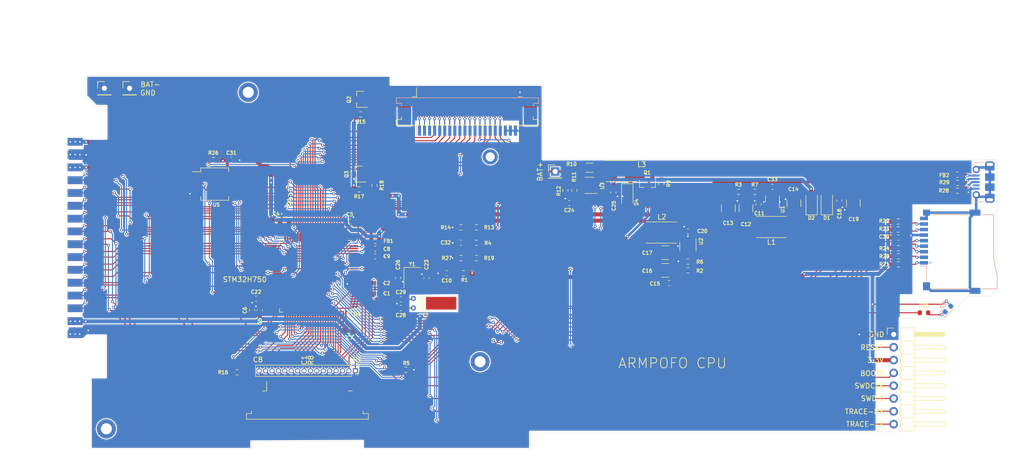
<source format=kicad_pcb>
(kicad_pcb (version 20171130) (host pcbnew 5.1.8+dfsg1-1~bpo10+1)
  (layers (0 F.Cu signal) (31 B.Cu signal) (34 B.Paste user) (35 F.Paste user) (36 B.SilkS user) (37 F.SilkS user) (38 B.Mask user) (39 F.Mask user) (44 Edge.Cuts user))
  (net 0 "")
  (net 1 GND)
  (net 2 +3V3)
  (net 3 /VDDA)
  (net 4 /RESET)
  (net 5 /5VINT)
  (net 6 /USB5V)
  (net 7 "Net-(C21-Pad1)")
  (net 8 "Net-(C22-Pad1)")
  (net 9 /OSC-IN)
  (net 10 "Net-(C25-Pad1)")
  (net 11 /OSC-OUT)
  (net 12 "Net-(C28-Pad1)")
  (net 13 "Net-(C29-Pad1)")
  (net 14 /LED1)
  (net 15 "Net-(FB2-Pad2)")
  (net 16 Earth_Protective)
  (net 17 /USB-DM)
  (net 18 "Net-(J1-Pad4)")
  (net 19 /USB-DP)
  (net 20 /BAT+)
  (net 21 /KEY-R1)
  (net 22 /KEY-R2)
  (net 23 /KEY-R3)
  (net 24 /KEY-R4)
  (net 25 /KEY-R5)
  (net 26 /KEY-R6)
  (net 27 /KEY-R7)
  (net 28 /KEY-R8)
  (net 29 /KEY-C1)
  (net 30 /KEY-C2)
  (net 31 /KEY-C3)
  (net 32 /KEY-C4)
  (net 33 /KEY-C5)
  (net 34 /KEY-C6)
  (net 35 /KEY-C7)
  (net 36 /KEY-C8)
  (net 37 /LCD-5V)
  (net 38 /LCD-D0)
  (net 39 /LCD-D1)
  (net 40 /LCD-D2)
  (net 41 /LCD-D3)
  (net 42 /LCD-D4)
  (net 43 /LCD-D5)
  (net 44 /LCD-D6)
  (net 45 /LCD-D7)
  (net 46 /SOUND-LATCH)
  (net 47 /LCD-RS)
  (net 48 /LCD-E)
  (net 49 /LCD-CS)
  (net 50 /LCD-R~W)
  (net 51 /PA0)
  (net 52 /PB5)
  (net 53 /PA1)
  (net 54 /PB6)
  (net 55 /PA2)
  (net 56 /PB7)
  (net 57 /PA3)
  (net 58 /PB11)
  (net 59 /PA4)
  (net 60 /PB12)
  (net 61 /PA5)
  (net 62 /PB13)
  (net 63 /PA6)
  (net 64 /PB14)
  (net 65 /PA7)
  (net 66 /PB15)
  (net 67 /PA8)
  (net 68 /PC1)
  (net 69 /PD0)
  (net 70 /PC4)
  (net 71 /PD1)
  (net 72 /PC5)
  (net 73 /BOOT0)
  (net 74 /SWDC)
  (net 75 /SWDIO)
  (net 76 /TRACE-RX)
  (net 77 /TRACE-TX)
  (net 78 /SDCARD-D0)
  (net 79 /SDCARD-D1)
  (net 80 /SDCARD-CK)
  (net 81 /SDCARD-D2)
  (net 82 /SDCARD-D3)
  (net 83 /SDCARD-CMD)
  (net 84 "Net-(L1-Pad2)")
  (net 85 "Net-(L1-Pad1)")
  (net 86 "Net-(L2-Pad1)")
  (net 87 /CHARGE-PWM)
  (net 88 /LCD-ON)
  (net 89 /LCD-CON-PWM)
  (net 90 "Net-(R2-Pad2)")
  (net 91 "Net-(R3-Pad2)")
  (net 92 "Net-(R11-Pad2)")
  (net 93 /ADC-BAT)
  (net 94 /WAKEUP)
  (net 95 /QSPI-CS)
  (net 96 /I-CHARGE)
  (net 97 /QSPI-IO2)
  (net 98 /QSPI-CLK)
  (net 99 /QSPI-IO0)
  (net 100 /QSPI-IO1)
  (net 101 /QSPI-IO3)
  (net 102 "Net-(U4-Pad61)")
  (net 103 /ADC-5V)
  (net 104 /3-5V)
  (net 105 "Net-(D4-Pad1)")
  (net 106 "Net-(J1-Pad2)")
  (net 107 "Net-(J1-Pad3)")
  (net 108 "Net-(C33-Pad1)")
  (net 109 "Net-(D3-Pad1)")
  (net 110 "Net-(R4-Pad1)")
  (net 111 /LCD-CTRPWM)
  (net 112 "Net-(H1-Pad1)")
  (net 113 "Net-(H2-Pad1)")
  (net 114 "Net-(H3-Pad1)")
  (net 115 "Net-(H4-Pad1)")
  (module Capacitor_SMD:C_1210_3225Metric (layer F.Cu) (at 224 95.29 270)
    (fp_text reference C19 (at 3.158 -0.084 180) (layer F.SilkS) (effects (font (size 0.7 0.7))))
    (fp_text value 22uF/10V)
    (pad 1 smd roundrect (at -1.475 0 270) (size 1.15 2.7) (layers F.Cu F.Paste F.Mask) (roundrect_rratio 0.2173904347826087) (net 6 /USB5V))
    (pad 2 smd roundrect (at 1.475 0 270) (size 1.15 2.7) (layers F.Cu F.Paste F.Mask) (roundrect_rratio 0.2173904347826087) (net 1 GND))
  )
  (module Resistor_SMD:R_0603_1608Metric (layer F.Cu) (at 244.63 91.25 180)
    (fp_text reference R29 (at 2.6 0.1) (layer F.SilkS) (effects (font (size 0.7 0.7))))
    (fp_text value 22R)
    (pad 1 smd roundrect (at -0.825 0 180) (size 0.8 0.95) (layers F.Cu F.Paste F.Mask) (net 106 "Net-(J1-Pad2)"))
    (pad 2 smd roundrect (at 0.825 0 180) (size 0.8 0.95) (layers F.Cu F.Paste F.Mask) (net 17 /USB-DM))
  )
  (module Resistor_SMD:R_0603_1608Metric (layer F.Cu) (at 244.63 92.8 180)
    (fp_text reference R28 (at 2.7 0) (layer F.SilkS) (effects (font (size 0.7 0.7))))
    (fp_text value 22R)
    (pad 2 smd roundrect (at 0.825 0 180) (size 0.8 0.95) (layers F.Cu F.Paste F.Mask) (net 19 /USB-DP))
    (pad 1 smd roundrect (at -0.825 0 180) (size 0.8 0.95) (layers F.Cu F.Paste F.Mask) (net 107 "Net-(J1-Pad3)"))
  )
  (module PROJECT_LOCAL:Conn_uSDcard (layer B.Cu) (at 248.5 104.9 270)
    (fp_text reference J8)
    (fp_text value Micro_SD_Card)
    (pad 9 smd rect (at 7.75 0.4 270) (size 1.2 2.2) (layers B.Cu B.Paste B.Mask) (net 16 Earth_Protective))
    (pad 9 smd rect (at -7.75 0.4 270) (size 1.2 2.2) (layers B.Cu B.Paste B.Mask) (net 16 Earth_Protective))
    (pad 9 smd rect (at 6.85 10 270) (size 1.6 1.4) (layers B.Cu B.Paste B.Mask) (net 16 Earth_Protective))
    (pad 9 smd rect (at -7.75 10 270) (size 1.2 1.4) (layers B.Cu B.Paste B.Mask) (net 16 Earth_Protective))
    (pad 9 smd rect (at -6.6 10.5 270) (size 0.7 1.6) (layers B.Cu B.Paste B.Mask) (net 16 Earth_Protective))
    (pad 7 smd rect (at -4.4 10.5 270) (size 0.7 1.6) (layers B.Cu B.Paste B.Mask) (net 78 /SDCARD-D0))
    (pad 8 smd rect (at -5.5 10.5 270) (size 0.7 1.6) (layers B.Cu B.Paste B.Mask) (net 79 /SDCARD-D1))
    (pad 6 smd rect (at -3.3 10.5 270) (size 0.7 1.6) (layers B.Cu B.Paste B.Mask) (net 1 GND))
    (pad 5 smd rect (at -2.2 10.5 270) (size 0.7 1.6) (layers B.Cu B.Paste B.Mask) (net 80 /SDCARD-CK))
    (pad 4 smd rect (at -1.1 10.5 270) (size 0.7 1.6) (layers B.Cu B.Paste B.Mask) (net 2 +3V3))
    (pad 1 smd rect (at 2.2 10.5 270) (size 0.7 1.6) (layers B.Cu B.Paste B.Mask) (net 81 /SDCARD-D2))
    (pad 2 smd rect (at 1.1 10.5 270) (size 0.7 1.6) (layers B.Cu B.Paste B.Mask) (net 82 /SDCARD-D3))
    (pad "" np_thru_hole circle (at 3.05 0 270) (size 1 1) (drill 1) (layers *.Cu))
    (pad "" np_thru_hole circle (at -4.93 0 270) (size 1 1) (drill 1) (layers *.Cu))
    (pad 3 smd rect (at 0 10.5 270) (size 0.7 1.6) (layers B.Cu B.Paste B.Mask) (net 83 /SDCARD-CMD))
  )
  (module Inductor_SMD:L_Taiyo-Yuden_NR-40xx_HandSoldering (layer F.Cu) (at 186 101.1 180)
    (fp_text reference L2 (at -0.1 3.1) (layer F.SilkS))
    (fp_text value "2.2 uH")
    (pad 2 smd rect (at 1.9 0 180) (size 2.2 3.9) (layers F.Cu F.Paste F.Mask) (net 2 +3V3))
    (pad 1 smd rect (at -1.9 0 180) (size 2.2 3.9) (layers F.Cu F.Paste F.Mask) (net 86 "Net-(L2-Pad1)"))
  )
  (module Package_TO_SOT_SMD:SOT-23 (layer F.Cu) (at 126.104 89.5145 180)
    (fp_text reference Q3 (at 2.454 -0.042 90) (layer F.SilkS) (effects (font (size 0.7 0.7))))
    (fp_text value Q_PMOS_GDS)
    (pad 3 smd rect (at 1 0 180) (size 0.9 0.8) (layers F.Cu F.Paste F.Mask) (net 5 /5VINT))
    (pad 2 smd rect (at -1 0.95 180) (size 0.9 0.8) (layers F.Cu F.Paste F.Mask) (net 111 /LCD-CTRPWM))
    (pad 1 smd rect (at -1 -0.95 180) (size 0.9 0.8) (layers F.Cu F.Paste F.Mask) (net 89 /LCD-CON-PWM))
  )
  (module Resistor_SMD:R_0603_1608Metric (layer F.Cu) (at 129.182 91.756 270)
    (fp_text reference R18 (at 0 -1.43 90) (layer F.SilkS) (effects (font (size 0.7 0.7))))
    (fp_text value 0R)
    (pad 2 smd roundrect (at 0.825 0 270) (size 0.8 0.95) (layers F.Cu F.Paste F.Mask) (net 89 /LCD-CON-PWM))
    (pad 1 smd roundrect (at -0.825 0 270) (size 0.8 0.95) (layers F.Cu F.Paste F.Mask) (net 111 /LCD-CTRPWM))
  )
  (module Resistor_SMD:R_0603_1608Metric (layer F.Cu) (at 126.134 92.518 180)
    (fp_text reference R17 (at 0 -1.43) (layer F.SilkS) (effects (font (size 0.7 0.7))))
    (fp_text value 47k)
    (pad 1 smd roundrect (at -0.825 0 180) (size 0.8 0.95) (layers F.Cu F.Paste F.Mask) (net 89 /LCD-CON-PWM))
    (pad 2 smd roundrect (at 0.825 0 180) (size 0.8 0.95) (layers F.Cu F.Paste F.Mask) (net 5 /5VINT))
  )
  (module Resistor_SMD:R_0603_1608Metric (layer F.Cu) (at 102 128.8 180)
    (fp_text reference R16 (at 2.8 0) (layer F.SilkS) (effects (font (size 0.7 0.7))))
    (fp_text value 0R)
    (pad 2 smd roundrect (at 0.825 0 180) (size 0.8 0.95) (layers F.Cu F.Paste F.Mask) (net 94 /WAKEUP))
    (pad 1 smd roundrect (at -0.825 0 180) (size 0.8 0.95) (layers F.Cu F.Paste F.Mask) (net 35 /KEY-C7))
  )
  (module Package_QFP:LQFP-100_14x14mm_P0.5mm (layer F.Cu) (at 117.5 109.764 180)
    (fp_text reference U4 (at -8.286 -7.48) (layer F.SilkS) (effects (font (size 0.7 0.7))))
    (fp_text value STM32H750VB)
    (pad 1 smd roundrect (at -7.675 -6 180) (size 1.6 0.3) (layers F.Cu F.Paste F.Mask) (net 97 /QSPI-IO2))
    (pad 2 smd roundrect (at -7.675 -5.5 180) (size 1.6 0.3) (layers F.Cu F.Paste F.Mask) (net 24 /KEY-R4))
    (pad 3 smd roundrect (at -7.675 -5 180) (size 1.6 0.3) (layers F.Cu F.Paste F.Mask) (net 23 /KEY-R3))
    (pad 4 smd roundrect (at -7.675 -4.5 180) (size 1.6 0.3) (layers F.Cu F.Paste F.Mask) (net 22 /KEY-R2))
    (pad 5 smd roundrect (at -7.675 -4 180) (size 1.6 0.3) (layers F.Cu F.Paste F.Mask) (net 21 /KEY-R1))
    (pad 6 smd roundrect (at -7.675 -3.5 180) (size 1.6 0.3) (layers F.Cu F.Paste F.Mask) (net 2 +3V3))
    (pad 7 smd roundrect (at -7.675 -3 180) (size 1.6 0.3) (layers F.Cu F.Paste F.Mask) (net 94 /WAKEUP))
    (pad 8 smd roundrect (at -7.675 -2.5 180) (size 1.6 0.3) (layers F.Cu F.Paste F.Mask) (net 12 "Net-(C28-Pad1)"))
    (pad 9 smd roundrect (at -7.675 -2 180) (size 1.6 0.3) (layers F.Cu F.Paste F.Mask) (net 13 "Net-(C29-Pad1)"))
    (pad 10 smd roundrect (at -7.675 -1.5 180) (size 1.6 0.3) (layers F.Cu F.Paste F.Mask) (net 1 GND))
    (pad 11 smd roundrect (at -7.675 -1 180) (size 1.6 0.3) (layers F.Cu F.Paste F.Mask) (net 2 +3V3))
    (pad 12 smd roundrect (at -7.675 -0.5 180) (size 1.6 0.3) (layers F.Cu F.Paste F.Mask) (net 9 /OSC-IN))
    (pad 13 smd roundrect (at -7.675 0 180) (size 1.6 0.3) (layers F.Cu F.Paste F.Mask) (net 11 /OSC-OUT))
    (pad 14 smd roundrect (at -7.675 0.5 180) (size 1.6 0.3) (layers F.Cu F.Paste F.Mask) (net 4 /RESET))
    (pad 15 smd roundrect (at -7.675 1 180) (size 1.6 0.3) (layers F.Cu F.Paste F.Mask) (net 103 /ADC-5V))
    (pad 16 smd roundrect (at -7.675 1.5 180) (size 1.6 0.3) (layers F.Cu F.Paste F.Mask) (net 68 /PC1))
    (pad 17 smd roundrect (at -7.675 2 180) (size 1.6 0.3) (layers F.Cu F.Paste F.Mask) (net 96 /I-CHARGE))
    (pad 18 smd roundrect (at -7.675 2.5 180) (size 1.6 0.3) (layers F.Cu F.Paste F.Mask) (net 93 /ADC-BAT))
    (pad 19 smd roundrect (at -7.675 3 180) (size 1.6 0.3) (layers F.Cu F.Paste F.Mask) (net 1 GND))
    (pad 20 smd roundrect (at -7.675 3.5 180) (size 1.6 0.3) (layers F.Cu F.Paste F.Mask) (net 3 /VDDA))
    (pad 21 smd roundrect (at -7.675 4 180) (size 1.6 0.3) (layers F.Cu F.Paste F.Mask) (net 3 /VDDA))
    (pad 22 smd roundrect (at -7.675 4.5 180) (size 1.6 0.3) (layers F.Cu F.Paste F.Mask) (net 51 /PA0))
    (pad 23 smd roundrect (at -7.675 5 180) (size 1.6 0.3) (layers F.Cu F.Paste F.Mask) (net 53 /PA1))
    (pad 24 smd roundrect (at -7.675 5.5 180) (size 1.6 0.3) (layers F.Cu F.Paste F.Mask) (net 55 /PA2))
    (pad 25 smd roundrect (at -7.675 6 180) (size 1.6 0.3) (layers F.Cu F.Paste F.Mask) (net 57 /PA3))
    (pad 26 smd roundrect (at -6 7.675 180) (size 0.3 1.6) (layers F.Cu F.Paste F.Mask) (net 1 GND))
    (pad 27 smd roundrect (at -5.5 7.675 180) (size 0.3 1.6) (layers F.Cu F.Paste F.Mask) (net 2 +3V3))
    (pad 28 smd roundrect (at -5 7.675 180) (size 0.3 1.6) (layers F.Cu F.Paste F.Mask) (net 59 /PA4))
    (pad 29 smd roundrect (at -4.5 7.675 180) (size 0.3 1.6) (layers F.Cu F.Paste F.Mask) (net 61 /PA5))
    (pad 30 smd roundrect (at -4 7.675 180) (size 0.3 1.6) (layers F.Cu F.Paste F.Mask) (net 63 /PA6))
    (pad 31 smd roundrect (at -3.5 7.675 180) (size 0.3 1.6) (layers F.Cu F.Paste F.Mask) (net 65 /PA7))
    (pad 32 smd roundrect (at -3 7.675 180) (size 0.3 1.6) (layers F.Cu F.Paste F.Mask) (net 70 /PC4))
    (pad 33 smd roundrect (at -2.5 7.675 180) (size 0.3 1.6) (layers F.Cu F.Paste F.Mask) (net 72 /PC5))
    (pad 34 smd roundrect (at -2 7.675 180) (size 0.3 1.6) (layers F.Cu F.Paste F.Mask) (net 89 /LCD-CON-PWM))
    (pad 35 smd roundrect (at -1.5 7.675 180) (size 0.3 1.6) (layers F.Cu F.Paste F.Mask) (net 48 /LCD-E))
    (pad 36 smd roundrect (at -1 7.675 180) (size 0.3 1.6) (layers F.Cu F.Paste F.Mask) (net 98 /QSPI-CLK))
    (pad 37 smd roundrect (at -0.5 7.675 180) (size 0.3 1.6) (layers F.Cu F.Paste F.Mask) (net 47 /LCD-RS))
    (pad 38 smd roundrect (at 0 7.675 180) (size 0.3 1.6) (layers F.Cu F.Paste F.Mask) (net 38 /LCD-D0))
    (pad 39 smd roundrect (at 0.5 7.675 180) (size 0.3 1.6) (layers F.Cu F.Paste F.Mask) (net 39 /LCD-D1))
    (pad 40 smd roundrect (at 1 7.675 180) (size 0.3 1.6) (layers F.Cu F.Paste F.Mask) (net 40 /LCD-D2))
    (pad 41 smd roundrect (at 1.5 7.675 180) (size 0.3 1.6) (layers F.Cu F.Paste F.Mask) (net 41 /LCD-D3))
    (pad 42 smd roundrect (at 2 7.675 180) (size 0.3 1.6) (layers F.Cu F.Paste F.Mask) (net 42 /LCD-D4))
    (pad 43 smd roundrect (at 2.5 7.675 180) (size 0.3 1.6) (layers F.Cu F.Paste F.Mask) (net 43 /LCD-D5))
    (pad 44 smd roundrect (at 3 7.675 180) (size 0.3 1.6) (layers F.Cu F.Paste F.Mask) (net 44 /LCD-D6))
    (pad 45 smd roundrect (at 3.5 7.675 180) (size 0.3 1.6) (layers F.Cu F.Paste F.Mask) (net 45 /LCD-D7))
    (pad 46 smd roundrect (at 4 7.675 180) (size 0.3 1.6) (layers F.Cu F.Paste F.Mask) (net 95 /QSPI-CS))
    (pad 47 smd roundrect (at 4.5 7.675 180) (size 0.3 1.6) (layers F.Cu F.Paste F.Mask) (net 58 /PB11))
    (pad 48 smd roundrect (at 5 7.675 180) (size 0.3 1.6) (layers F.Cu F.Paste F.Mask) (net 7 "Net-(C21-Pad1)"))
    (pad 49 smd roundrect (at 5.5 7.675 180) (size 0.3 1.6) (layers F.Cu F.Paste F.Mask) (net 1 GND))
    (pad 50 smd roundrect (at 6 7.675 180) (size 0.3 1.6) (layers F.Cu F.Paste F.Mask) (net 2 +3V3))
    (pad 51 smd roundrect (at 7.675 6 180) (size 1.6 0.3) (layers F.Cu F.Paste F.Mask) (net 60 /PB12))
    (pad 52 smd roundrect (at 7.675 5.5 180) (size 1.6 0.3) (layers F.Cu F.Paste F.Mask) (net 62 /PB13))
    (pad 53 smd roundrect (at 7.675 5 180) (size 1.6 0.3) (layers F.Cu F.Paste F.Mask) (net 64 /PB14))
    (pad 54 smd roundrect (at 7.675 4.5 180) (size 1.6 0.3) (layers F.Cu F.Paste F.Mask) (net 66 /PB15))
    (pad 55 smd roundrect (at 7.675 4 180) (size 1.6 0.3) (layers F.Cu F.Paste F.Mask) (net 50 /LCD-R~W))
    (pad 56 smd roundrect (at 7.675 3.5 180) (size 1.6 0.3) (layers F.Cu F.Paste F.Mask) (net 49 /LCD-CS))
    (pad 57 smd roundrect (at 7.675 3 180) (size 1.6 0.3) (layers F.Cu F.Paste F.Mask) (net 46 /SOUND-LATCH))
    (pad 58 smd roundrect (at 7.675 2.5 180) (size 1.6 0.3) (layers F.Cu F.Paste F.Mask) (net 99 /QSPI-IO0))
    (pad 59 smd roundrect (at 7.675 2 180) (size 1.6 0.3) (layers F.Cu F.Paste F.Mask) (net 100 /QSPI-IO1))
    (pad 60 smd roundrect (at 7.675 1.5 180) (size 1.6 0.3) (layers F.Cu F.Paste F.Mask) (net 101 /QSPI-IO3))
    (pad 61 smd roundrect (at 7.675 1 180) (size 1.6 0.3) (layers F.Cu F.Paste F.Mask) (net 102 "Net-(U4-Pad61)"))
    (pad 62 smd roundrect (at 7.675 0.5 180) (size 1.6 0.3) (layers F.Cu F.Paste F.Mask) (net 14 /LED1))
    (pad 63 smd roundrect (at 7.675 0 180) (size 1.6 0.3) (layers F.Cu F.Paste F.Mask) (net 88 /LCD-ON))
    (pad 64 smd roundrect (at 7.675 -0.5 180) (size 1.6 0.3) (layers F.Cu F.Paste F.Mask) (net 87 /CHARGE-PWM))
    (pad 65 smd roundrect (at 7.675 -1 180) (size 1.6 0.3) (layers F.Cu F.Paste F.Mask) (net 78 /SDCARD-D0))
    (pad 66 smd roundrect (at 7.675 -1.5 180) (size 1.6 0.3) (layers F.Cu F.Paste F.Mask) (net 79 /SDCARD-D1))
    (pad 67 smd roundrect (at 7.675 -2 180) (size 1.6 0.3) (layers F.Cu F.Paste F.Mask) (net 67 /PA8))
    (pad 68 smd roundrect (at 7.675 -2.5 180) (size 1.6 0.3) (layers F.Cu F.Paste F.Mask) (net 77 /TRACE-TX))
    (pad 69 smd roundrect (at 7.675 -3 180) (size 1.6 0.3) (layers F.Cu F.Paste F.Mask) (net 76 /TRACE-RX))
    (pad 70 smd roundrect (at 7.675 -3.5 180) (size 1.6 0.3) (layers F.Cu F.Paste F.Mask) (net 17 /USB-DM))
    (pad 71 smd roundrect (at 7.675 -4 180) (size 1.6 0.3) (layers F.Cu F.Paste F.Mask) (net 19 /USB-DP))
    (pad 72 smd roundrect (at 7.675 -4.5 180) (size 1.6 0.3) (layers F.Cu F.Paste F.Mask) (net 75 /SWDIO))
    (pad 73 smd roundrect (at 7.675 -5 180) (size 1.6 0.3) (layers F.Cu F.Paste F.Mask) (net 8 "Net-(C22-Pad1)"))
    (pad 74 smd roundrect (at 7.675 -5.5 180) (size 1.6 0.3) (layers F.Cu F.Paste F.Mask) (net 1 GND))
    (pad 75 smd roundrect (at 7.675 -6 180) (size 1.6 0.3) (layers F.Cu F.Paste F.Mask) (net 2 +3V3))
    (pad 76 smd roundrect (at 6 -7.675 180) (size 0.3 1.6) (layers F.Cu F.Paste F.Mask) (net 74 /SWDC))
    (pad 77 smd roundrect (at 5.5 -7.675 180) (size 0.3 1.6) (layers F.Cu F.Paste F.Mask) (net 36 /KEY-C8))
    (pad 78 smd roundrect (at 5 -7.675 180) (size 0.3 1.6) (layers F.Cu F.Paste F.Mask) (net 81 /SDCARD-D2))
    (pad 79 smd roundrect (at 4.5 -7.675 180) (size 0.3 1.6) (layers F.Cu F.Paste F.Mask) (net 82 /SDCARD-D3))
    (pad 80 smd roundrect (at 4 -7.675 180) (size 0.3 1.6) (layers F.Cu F.Paste F.Mask) (net 80 /SDCARD-CK))
    (pad 81 smd roundrect (at 3.5 -7.675 180) (size 0.3 1.6) (layers F.Cu F.Paste F.Mask) (net 69 /PD0))
    (pad 82 smd roundrect (at 3 -7.675 180) (size 0.3 1.6) (layers F.Cu F.Paste F.Mask) (net 71 /PD1))
    (pad 83 smd roundrect (at 2.5 -7.675 180) (size 0.3 1.6) (layers F.Cu F.Paste F.Mask) (net 83 /SDCARD-CMD))
    (pad 84 smd roundrect (at 2 -7.675 180) (size 0.3 1.6) (layers F.Cu F.Paste F.Mask) (net 35 /KEY-C7))
    (pad 85 smd roundrect (at 1.5 -7.675 180) (size 0.3 1.6) (layers F.Cu F.Paste F.Mask) (net 34 /KEY-C6))
    (pad 86 smd roundrect (at 1 -7.675 180) (size 0.3 1.6) (layers F.Cu F.Paste F.Mask) (net 33 /KEY-C5))
    (pad 87 smd roundrect (at 0.5 -7.675 180) (size 0.3 1.6) (layers F.Cu F.Paste F.Mask) (net 32 /KEY-C4))
    (pad 88 smd roundrect (at 0 -7.675 180) (size 0.3 1.6) (layers F.Cu F.Paste F.Mask) (net 31 /KEY-C3))
    (pad 89 smd roundrect (at -0.5 -7.675 180) (size 0.3 1.6) (layers F.Cu F.Paste F.Mask) (net 30 /KEY-C2))
    (pad 90 smd roundrect (at -1 -7.675 180) (size 0.3 1.6) (layers F.Cu F.Paste F.Mask) (net 29 /KEY-C1))
    (pad 91 smd roundrect (at -1.5 -7.675 180) (size 0.3 1.6) (layers F.Cu F.Paste F.Mask) (net 52 /PB5))
    (pad 92 smd roundrect (at -2 -7.675 180) (size 0.3 1.6) (layers F.Cu F.Paste F.Mask) (net 54 /PB6))
    (pad 93 smd roundrect (at -2.5 -7.675 180) (size 0.3 1.6) (layers F.Cu F.Paste F.Mask) (net 56 /PB7))
    (pad 94 smd roundrect (at -3 -7.675 180) (size 0.3 1.6) (layers F.Cu F.Paste F.Mask) (net 73 /BOOT0))
    (pad 95 smd roundrect (at -3.5 -7.675 180) (size 0.3 1.6) (layers F.Cu F.Paste F.Mask) (net 28 /KEY-R8))
    (pad 96 smd roundrect (at -4 -7.675 180) (size 0.3 1.6) (layers F.Cu F.Paste F.Mask) (net 27 /KEY-R7))
    (pad 97 smd roundrect (at -4.5 -7.675 180) (size 0.3 1.6) (layers F.Cu F.Paste F.Mask) (net 26 /KEY-R6))
    (pad 98 smd roundrect (at -5 -7.675 180) (size 0.3 1.6) (layers F.Cu F.Paste F.Mask) (net 25 /KEY-R5))
    (pad 99 smd roundrect (at -5.5 -7.675 180) (size 0.3 1.6) (layers F.Cu F.Paste F.Mask) (net 1 GND))
    (pad 100 smd roundrect (at -6 -7.675 180) (size 0.3 1.6) (layers F.Cu F.Paste F.Mask) (net 2 +3V3))
  )
  (module MountingHole:MountingHole_2.2mm_M2_DIN965_Pad (layer F.Cu) (at 152.1 86.1)
    (fp_text reference H4 hide)
    (fp_text value 2mm)
    (pad 1 thru_hole circle (at 0 0) (size 3 3) (drill 1.8) (layers *.Cu *.Mask) (net 115 "Net-(H4-Pad1)"))
  )
  (module MountingHole:MountingHole_2.2mm_M2_DIN965_Pad (layer F.Cu) (at 150.1 126.7)
    (fp_text reference H3 hide)
    (fp_text value 2mm)
    (pad 1 thru_hole circle (at 0 0) (size 3.8 3.8) (drill 2.2) (layers *.Cu *.Mask) (net 114 "Net-(H3-Pad1)"))
  )
  (module MountingHole:MountingHole_2.2mm_M2_DIN965_Pad (layer F.Cu) (at 76.1 140)
    (fp_text reference H2 hide)
    (fp_text value 2mm)
    (pad 1 thru_hole circle (at 0 0) (size 3.8 3.8) (drill 2.2) (layers *.Cu *.Mask) (net 113 "Net-(H2-Pad1)"))
  )
  (module MountingHole:MountingHole_2.2mm_M2_DIN965_Pad (layer F.Cu) (at 104.2 73.3)
    (fp_text reference H1 hide)
    (fp_text value 2mm)
    (pad 1 thru_hole circle (at 0 0) (size 3.8 3.8) (drill 2.2) (layers *.Cu *.Mask) (net 112 "Net-(H1-Pad1)"))
  )
  (module Capacitor_SMD:C_0603_1608Metric (layer F.Cu) (at 129.342 113.18)
    (fp_text reference C1 (at 2.286 0) (layer F.SilkS) (effects (font (size 0.7 0.7))))
    (fp_text value 4.7uF)
    (pad 2 smd roundrect (at 0.775 0) (size 0.9 0.95) (layers F.Cu F.Paste F.Mask) (net 1 GND))
    (pad 1 smd roundrect (at -0.775 0) (size 0.9 0.95) (layers F.Cu F.Paste F.Mask) (net 2 +3V3))
  )
  (module Capacitor_SMD:C_0603_1608Metric (layer F.Cu) (at 129.342 111.148)
    (fp_text reference C2 (at 2.286 0) (layer F.SilkS) (effects (font (size 0.7 0.7))))
    (fp_text value 100nF)
    (pad 1 smd roundrect (at -0.775 0) (size 0.9 0.95) (layers F.Cu F.Paste F.Mask) (net 2 +3V3))
    (pad 2 smd roundrect (at 0.775 0) (size 0.9 0.95) (layers F.Cu F.Paste F.Mask) (net 1 GND))
  )
  (module Capacitor_SMD:C_0603_1608Metric (layer F.Cu) (at 124.262 98.956)
    (fp_text reference C3 (at 0 -1.43) (layer F.SilkS) (effects (font (size 0.7 0.7))))
    (fp_text value 100nF)
    (pad 2 smd roundrect (at 0.775 0) (size 0.9 0.95) (layers F.Cu F.Paste F.Mask) (net 1 GND))
    (pad 1 smd roundrect (at -0.775 0) (size 0.9 0.95) (layers F.Cu F.Paste F.Mask) (net 2 +3V3))
  )
  (module Capacitor_SMD:C_0603_1608Metric (layer F.Cu) (at 109.728 98.806)
    (fp_text reference C4 (at 0 -1.43) (layer F.SilkS) (effects (font (size 0.7 0.7))))
    (fp_text value 100nF)
    (pad 1 smd roundrect (at -0.775 0) (size 0.9 0.95) (layers F.Cu F.Paste F.Mask) (net 2 +3V3))
    (pad 2 smd roundrect (at 0.775 0) (size 0.9 0.95) (layers F.Cu F.Paste F.Mask) (net 1 GND))
  )
  (module Capacitor_SMD:C_0603_1608Metric (layer F.Cu) (at 106.482 116.482 90)
    (fp_text reference C5 (at -2.286 0 90) (layer F.SilkS) (effects (font (size 0.7 0.7))))
    (fp_text value 100nF)
    (pad 1 smd roundrect (at -0.775 0 90) (size 0.9 0.95) (layers F.Cu F.Paste F.Mask) (net 2 +3V3))
    (pad 2 smd roundrect (at 0.775 0 90) (size 0.9 0.95) (layers F.Cu F.Paste F.Mask) (net 1 GND))
  )
  (module Capacitor_SMD:C_0603_1608Metric (layer F.Cu) (at 104.958 116.495 90)
    (fp_text reference C6 (at 0 -1.43 90) (layer F.SilkS) (effects (font (size 0.7 0.7))))
    (fp_text value 100nF)
    (pad 1 smd roundrect (at -0.775 0 90) (size 0.9 0.95) (layers F.Cu F.Paste F.Mask) (net 2 +3V3))
    (pad 2 smd roundrect (at 0.775 0 90) (size 0.9 0.95) (layers F.Cu F.Paste F.Mask) (net 1 GND))
  )
  (module Capacitor_SMD:C_0603_1608Metric (layer F.Cu) (at 124.262 120.546 180)
    (fp_text reference C7 (at 0 -1.43) (layer F.SilkS) (effects (font (size 0.7 0.7))))
    (fp_text value 100nF)
    (pad 1 smd roundrect (at -0.775 0 180) (size 0.9 0.95) (layers F.Cu F.Paste F.Mask) (net 2 +3V3))
    (pad 2 smd roundrect (at 0.775 0 180) (size 0.9 0.95) (layers F.Cu F.Paste F.Mask) (net 1 GND))
  )
  (module Capacitor_SMD:C_0603_1608Metric (layer F.Cu) (at 129.342 104.29)
    (fp_text reference C8 (at 2.286 0.0635) (layer F.SilkS) (effects (font (size 0.7 0.7))))
    (fp_text value 100nF)
    (pad 2 smd roundrect (at 0.775 0) (size 0.9 0.95) (layers F.Cu F.Paste F.Mask) (net 1 GND))
    (pad 1 smd roundrect (at -0.775 0) (size 0.9 0.95) (layers F.Cu F.Paste F.Mask) (net 3 /VDDA))
  )
  (module Capacitor_SMD:C_0603_1608Metric (layer F.Cu) (at 129.342 105.814)
    (fp_text reference C9 (at 2.286 0) (layer F.SilkS) (effects (font (size 0.7 0.7))))
    (fp_text value 4.7uF)
    (pad 1 smd roundrect (at -0.775 0) (size 0.9 0.95) (layers F.Cu F.Paste F.Mask) (net 3 /VDDA))
    (pad 2 smd roundrect (at 0.775 0) (size 0.9 0.95) (layers F.Cu F.Paste F.Mask) (net 1 GND))
  )
  (module Capacitor_SMD:C_0603_1608Metric (layer F.Cu) (at 143.4885 109.1835 180)
    (fp_text reference C10 (at 0 -1.43) (layer F.SilkS) (effects (font (size 0.7 0.7))))
    (fp_text value 100nF)
    (pad 2 smd roundrect (at 0.775 0 180) (size 0.9 0.95) (layers F.Cu F.Paste F.Mask) (net 1 GND))
    (pad 1 smd roundrect (at -0.775 0 180) (size 0.9 0.95) (layers F.Cu F.Paste F.Mask) (net 4 /RESET))
  )
  (module Capacitor_SMD:C_0603_1608Metric (layer F.Cu) (at 205.25 95.54 90)
    (fp_text reference C11 (at -1.76 0.15 180) (layer F.SilkS) (effects (font (size 0.7 0.7))))
    (fp_text value 470pF)
    (pad 2 smd roundrect (at 0.775 0 90) (size 0.9 0.95) (layers F.Cu F.Paste F.Mask) (net 1 GND))
    (pad 1 smd roundrect (at -0.775 0 90) (size 0.9 0.95) (layers F.Cu F.Paste F.Mask) (net 5 /5VINT))
  )
  (module Capacitor_SMD:C_1210_3225Metric (layer F.Cu) (at 202.75 96.29 90)
    (fp_text reference C12 (at -3.174 -0.002 180) (layer F.SilkS) (effects (font (size 0.7 0.7))))
    (fp_text value 22uF/10V)
    (pad 2 smd roundrect (at 1.475 0 90) (size 1.15 2.7) (layers F.Cu F.Paste F.Mask) (roundrect_rratio 0.2173904347826087) (net 1 GND))
    (pad 1 smd roundrect (at -1.475 0 90) (size 1.15 2.7) (layers F.Cu F.Paste F.Mask) (roundrect_rratio 0.2173904347826087) (net 5 /5VINT))
  )
  (module Capacitor_SMD:C_1210_3225Metric (layer F.Cu) (at 199.25 96.29 90)
    (fp_text reference C13 (at -2.92 -0.058 180) (layer F.SilkS) (effects (font (size 0.7 0.7))))
    (fp_text value 22uF/10V)
    (pad 2 smd roundrect (at 1.475 0 90) (size 1.15 2.7) (layers F.Cu F.Paste F.Mask) (roundrect_rratio 0.2173904347826087) (net 1 GND))
    (pad 1 smd roundrect (at -1.475 0 90) (size 1.15 2.7) (layers F.Cu F.Paste F.Mask) (roundrect_rratio 0.2173904347826087) (net 5 /5VINT))
  )
  (module Capacitor_SMD:C_1210_3225Metric (layer F.Cu) (at 212.25 95.29 90)
    (fp_text reference C14 (at 2.79 -0.104 180) (layer F.SilkS) (effects (font (size 0.7 0.7))))
    (fp_text value 10uF)
    (pad 1 smd roundrect (at -1.475 0 90) (size 1.15 2.7) (layers F.Cu F.Paste F.Mask) (roundrect_rratio 0.2173904347826087) (net 104 /3-5V))
    (pad 2 smd roundrect (at 1.475 0 90) (size 1.15 2.7) (layers F.Cu F.Paste F.Mask) (roundrect_rratio 0.2173904347826087) (net 1 GND))
  )
  (module Capacitor_SMD:C_0603_1608Metric (layer F.Cu) (at 187.5 111.1)
    (fp_text reference C15 (at -2.786 0.132) (layer F.SilkS) (effects (font (size 0.7 0.7))))
    (fp_text value 470pF)
    (pad 2 smd roundrect (at 0.775 0) (size 0.9 0.95) (layers F.Cu F.Paste F.Mask) (net 1 GND))
    (pad 1 smd roundrect (at -0.775 0) (size 0.9 0.95) (layers F.Cu F.Paste F.Mask) (net 2 +3V3))
  )
  (module Capacitor_SMD:C_1210_3225Metric (layer F.Cu) (at 186.75 108.6)
    (fp_text reference C16 (at -3.56 0.092) (layer F.SilkS) (effects (font (size 0.7 0.7))))
    (fp_text value 22uF/10V)
    (pad 1 smd roundrect (at -1.475 0) (size 1.15 2.7) (layers F.Cu F.Paste F.Mask) (roundrect_rratio 0.2173904347826087) (net 2 +3V3))
    (pad 2 smd roundrect (at 1.475 0) (size 1.15 2.7) (layers F.Cu F.Paste F.Mask) (roundrect_rratio 0.2173904347826087) (net 1 GND))
  )
  (module Capacitor_SMD:C_1210_3225Metric (layer F.Cu) (at 186.75 105.1)
    (fp_text reference C17 (at -3.56 0.036) (layer F.SilkS) (effects (font (size 0.7 0.7))))
    (fp_text value 22uF/10V)
    (pad 2 smd roundrect (at 1.475 0) (size 1.15 2.7) (layers F.Cu F.Paste F.Mask) (roundrect_rratio 0.2173904347826087) (net 1 GND))
    (pad 1 smd roundrect (at -1.475 0) (size 1.15 2.7) (layers F.Cu F.Paste F.Mask) (roundrect_rratio 0.2173904347826087) (net 2 +3V3))
  )
  (module Capacitor_SMD:C_0603_1608Metric (layer F.Cu) (at 221.234 94.742 270)
    (fp_text reference C18 (at 2.65 -0.04 90) (layer F.SilkS) (effects (font (size 0.7 0.7))))
    (fp_text value 100nF)
    (pad 1 smd roundrect (at -0.775 0 270) (size 0.9 0.95) (layers F.Cu F.Paste F.Mask) (net 6 /USB5V))
    (pad 2 smd roundrect (at 0.775 0 270) (size 0.9 0.95) (layers F.Cu F.Paste F.Mask) (net 1 GND))
  )
  (module Capacitor_SMD:C_0603_1608Metric (layer F.Cu) (at 191.25 100.85 180)
    (fp_text reference C20 (at -2.862 0.032) (layer F.SilkS) (effects (font (size 0.7 0.7))))
    (fp_text value 100nF)
    (pad 2 smd roundrect (at 0.775 0 180) (size 0.9 0.95) (layers F.Cu F.Paste F.Mask) (net 1 GND))
    (pad 1 smd roundrect (at -0.775 0 180) (size 0.9 0.95) (layers F.Cu F.Paste F.Mask) (net 5 /5VINT))
  )
  (module Capacitor_SMD:C_0603_1608Metric (layer F.Cu) (at 112.268 98.044 90)
    (fp_text reference C21 (at 2.794 0 90) (layer F.SilkS) (effects (font (size 0.7 0.7))))
    (fp_text value 4.7uF)
    (pad 2 smd roundrect (at 0.775 0 90) (size 0.9 0.95) (layers F.Cu F.Paste F.Mask) (net 1 GND))
    (pad 1 smd roundrect (at -0.775 0 90) (size 0.9 0.95) (layers F.Cu F.Paste F.Mask) (net 7 "Net-(C21-Pad1)"))
  )
  (module Capacitor_SMD:C_0603_1608Metric (layer F.Cu) (at 105.738 114.196 180)
    (fp_text reference C22 (at 0 1.33) (layer F.SilkS) (effects (font (size 0.7 0.7))))
    (fp_text value 4.7uF)
    (pad 2 smd roundrect (at 0.775 0 180) (size 0.9 0.95) (layers F.Cu F.Paste F.Mask) (net 1 GND))
    (pad 1 smd roundrect (at -0.775 0 180) (size 0.9 0.95) (layers F.Cu F.Paste F.Mask) (net 8 "Net-(C22-Pad1)"))
  )
  (module Capacitor_SMD:C_0603_1608Metric (layer F.Cu) (at 139.462 110.126 90)
    (fp_text reference C23 (at 2.661 0.04 90) (layer F.SilkS) (effects (font (size 0.7 0.7))))
    (fp_text value 22pF)
    (pad 1 smd roundrect (at -0.775 0 90) (size 0.9 0.95) (layers F.Cu F.Paste F.Mask) (net 9 /OSC-IN))
    (pad 2 smd roundrect (at 0.775 0 90) (size 0.9 0.95) (layers F.Cu F.Paste F.Mask) (net 1 GND))
  )
  (module Capacitor_SMD:C_0603_1608Metric (layer F.Cu) (at 167.75 95.25 180)
    (fp_text reference C24 (at 0 -1.43) (layer F.SilkS) (effects (font (size 0.7 0.7))))
    (fp_text value 100nF)
    (pad 1 smd roundrect (at -0.775 0 180) (size 0.9 0.95) (layers F.Cu F.Paste F.Mask) (net 3 /VDDA))
    (pad 2 smd roundrect (at 0.775 0 180) (size 0.9 0.95) (layers F.Cu F.Paste F.Mask) (net 1 GND))
  )
  (module Capacitor_SMD:C_0603_1608Metric (layer F.Cu) (at 176.5 93.15 270)
    (fp_text reference C25 (at 2.65 -0.086 90) (layer F.SilkS) (effects (font (size 0.7 0.7))))
    (fp_text value 4.7uF)
    (pad 1 smd roundrect (at -0.775 0 270) (size 0.9 0.95) (layers F.Cu F.Paste F.Mask) (net 10 "Net-(C25-Pad1)"))
    (pad 2 smd roundrect (at 0.775 0 270) (size 0.9 0.95) (layers F.Cu F.Paste F.Mask) (net 1 GND))
  )
  (module Capacitor_SMD:C_0603_1608Metric (layer F.Cu) (at 133.862 110.076 270)
    (fp_text reference C26 (at -2.611 0.0115 90) (layer F.SilkS) (effects (font (size 0.7 0.7))))
    (fp_text value 22pF)
    (pad 1 smd roundrect (at -0.775 0 270) (size 0.9 0.95) (layers F.Cu F.Paste F.Mask) (net 11 /OSC-OUT))
    (pad 2 smd roundrect (at 0.775 0 270) (size 0.9 0.95) (layers F.Cu F.Paste F.Mask) (net 1 GND))
  )
  (module Capacitor_SMD:C_0603_1608Metric (layer F.Cu) (at 134.396 116.06 180)
    (fp_text reference C28 (at 0 -1.43) (layer F.SilkS) (effects (font (size 0.7 0.7))))
    (fp_text value 22pF)
    (pad 1 smd roundrect (at -0.775 0 180) (size 0.9 0.95) (layers F.Cu F.Paste F.Mask) (net 12 "Net-(C28-Pad1)"))
    (pad 2 smd roundrect (at 0.775 0 180) (size 0.9 0.95) (layers F.Cu F.Paste F.Mask) (net 1 GND))
  )
  (module Capacitor_SMD:C_0603_1608Metric (layer F.Cu) (at 134.396 114.31 180)
    (fp_text reference C29 (at 0 1.384) (layer F.SilkS) (effects (font (size 0.7 0.7))))
    (fp_text value 22pF)
    (pad 2 smd roundrect (at 0.775 0 180) (size 0.9 0.95) (layers F.Cu F.Paste F.Mask) (net 1 GND))
    (pad 1 smd roundrect (at -0.775 0 180) (size 0.9 0.95) (layers F.Cu F.Paste F.Mask) (net 13 "Net-(C29-Pad1)"))
  )
  (module Capacitor_SMD:C_0603_1608Metric (layer F.Cu) (at 232.9 102.1)
    (fp_text reference C30 (at -2.792 -0.17) (layer F.SilkS) (effects (font (size 0.7 0.7))))
    (fp_text value 100nF)
    (pad 2 smd roundrect (at 0.775 0) (size 0.9 0.95) (layers F.Cu F.Paste F.Mask) (net 1 GND))
    (pad 1 smd roundrect (at -0.775 0) (size 0.9 0.95) (layers F.Cu F.Paste F.Mask) (net 2 +3V3))
  )
  (module Capacitor_SMD:C_0603_1608Metric (layer F.Cu) (at 100.838 86.741)
    (fp_text reference C31 (at 0 -1.43) (layer F.SilkS) (effects (font (size 0.7 0.7))))
    (fp_text value 100nF)
    (pad 1 smd roundrect (at -0.775 0) (size 0.9 0.95) (layers F.Cu F.Paste F.Mask) (net 2 +3V3))
    (pad 2 smd roundrect (at 0.775 0) (size 0.9 0.95) (layers F.Cu F.Paste F.Mask) (net 1 GND))
  )
  (module Diode_SMD:D_1206_3216Metric (layer F.Cu) (at 218.75 95.29 90)
    (fp_text reference D1 (at -2.904 0 180) (layer F.SilkS) (effects (font (size 0.7 0.7))))
    (fp_text value SS24)
    (pad 1 smd roundrect (at -1.4 0 90) (size 1.25 1.75) (layers F.Cu F.Paste F.Mask) (roundrect_rratio 0.2) (net 104 /3-5V))
    (pad 2 smd roundrect (at 1.4 0 90) (size 1.25 1.75) (layers F.Cu F.Paste F.Mask) (roundrect_rratio 0.2) (net 6 /USB5V))
  )
  (module Diode_SMD:D_1206_3216Metric (layer F.Cu) (at 215.75 95.29 90)
    (fp_text reference D2 (at -2.904 -0.048 180) (layer F.SilkS) (effects (font (size 0.7 0.7))))
    (fp_text value SS24)
    (pad 2 smd roundrect (at 1.4 0 90) (size 1.25 1.75) (layers F.Cu F.Paste F.Mask) (roundrect_rratio 0.2) (net 10 "Net-(C25-Pad1)"))
    (pad 1 smd roundrect (at -1.4 0 90) (size 1.25 1.75) (layers F.Cu F.Paste F.Mask) (roundrect_rratio 0.2) (net 104 /3-5V))
  )
  (module Diode_SMD:D_0603_1608Metric (layer B.Cu) (at 242.75 116.25 45)
    (fp_text reference D3 (at -0.141421 -1.343503 225) (layer B.SilkS) (effects (font (size 0.7 0.7)) (justify mirror)))
    (fp_text value RED)
    (pad 1 smd roundrect (at -0.7875 0 45) (size 0.875 0.95) (layers B.Cu B.Paste B.Mask) (net 109 "Net-(D3-Pad1)"))
    (pad 2 smd roundrect (at 0.7875 0 45) (size 0.875 0.95) (layers B.Cu B.Paste B.Mask) (net 2 +3V3))
  )
  (module Inductor_SMD:L_0603_1608Metric (layer F.Cu) (at 129.342 102.766)
    (fp_text reference FB1 (at 2.6035 0) (layer F.SilkS) (effects (font (size 0.7 0.7))))
    (fp_text value 220R)
    (pad 2 smd roundrect (at 0.7875 0) (size 0.875 0.95) (layers F.Cu F.Paste F.Mask) (net 2 +3V3))
    (pad 1 smd roundrect (at -0.7875 0) (size 0.875 0.95) (layers F.Cu F.Paste F.Mask) (net 3 /VDDA))
  )
  (module Inductor_SMD:L_0603_1608Metric (layer F.Cu) (at 244.602 89.626)
    (fp_text reference FB2 (at -2.612 0.118) (layer F.SilkS) (effects (font (size 0.7 0.7))))
    (fp_text value 100R)
    (pad 1 smd roundrect (at -0.7875 0) (size 0.875 0.95) (layers F.Cu F.Paste F.Mask) (net 6 /USB5V))
    (pad 2 smd roundrect (at 0.7875 0) (size 0.875 0.95) (layers F.Cu F.Paste F.Mask) (net 15 "Net-(FB2-Pad2)"))
  )
  (module Connector_USB:USB_Micro-B_Molex-105017-0001 (layer B.Cu) (at 249.8 91.1 270)
    (fp_text reference J1 hide)
    (fp_text value USB_OTG)
    (pad 6 smd rect (at 1 -1.2375 270) (size 1.5 1.9) (layers B.Cu B.Paste B.Mask) (net 16 Earth_Protective))
    (pad 6 thru_hole circle (at -2.5 1.4625 270) (size 1.45 1.45) (drill 0.85) (layers *.Cu *.Mask) (net 16 Earth_Protective))
    (pad 2 smd rect (at -0.65 1.4625 270) (size 0.4 1.35) (layers B.Cu B.Paste B.Mask) (net 106 "Net-(J1-Pad2)"))
    (pad 1 smd rect (at -1.3 1.4625 270) (size 0.4 1.35) (layers B.Cu B.Paste B.Mask) (net 15 "Net-(FB2-Pad2)"))
    (pad 5 smd rect (at 1.3 1.4625 270) (size 0.4 1.35) (layers B.Cu B.Paste B.Mask) (net 1 GND))
    (pad 4 smd rect (at 0.65 1.4625 270) (size 0.4 1.35) (layers B.Cu B.Paste B.Mask) (net 18 "Net-(J1-Pad4)"))
    (pad 3 smd rect (at 0 1.4625 270) (size 0.4 1.35) (layers B.Cu B.Paste B.Mask) (net 107 "Net-(J1-Pad3)"))
    (pad 6 thru_hole circle (at 2.5 1.4625 270) (size 1.45 1.45) (drill 0.85) (layers *.Cu *.Mask) (net 16 Earth_Protective))
    (pad 6 smd rect (at -1 -1.2375 270) (size 1.5 1.9) (layers B.Cu B.Paste B.Mask) (net 16 Earth_Protective))
    (pad 6 thru_hole oval (at -3.5 -1.2375 90) (size 1.2 1.9) (drill oval 0.6 1.3) (layers *.Cu *.Mask) (net 16 Earth_Protective))
    (pad 6 thru_hole oval (at 3.5 -1.2375 270) (size 1.2 1.9) (drill oval 0.6 1.3) (layers *.Cu *.Mask) (net 16 Earth_Protective))
    (pad 6 smd rect (at 2.9 -1.2375 270) (size 1.2 1.9) (layers B.Cu B.Mask) (net 16 Earth_Protective))
    (pad 6 smd rect (at -2.9 -1.2375 270) (size 1.2 1.9) (layers B.Cu B.Mask) (net 16 Earth_Protective))
  )
  (module Connector_PinHeader_2.54mm:PinHeader_1x01_P2.54mm_Vertical (layer F.Cu) (at 164.968 89)
    (fp_text reference J2 hide)
    (fp_text value Conn_01x01)
    (pad 1 thru_hole rect (at 0 0) (size 1.7 1.7) (drill 1) (layers *.Cu *.Mask) (net 20 /BAT+))
  )
  (module Connector_PinHeader_2.54mm:PinHeader_1x01_P2.54mm_Vertical (layer F.Cu) (at 75.7 72.5)
    (fp_text reference J3 hide)
    (fp_text value Conn_01x01)
    (pad 1 thru_hole rect (at 0 0) (size 1.7 1.7) (drill 1) (layers *.Cu *.Mask) (net 1 GND))
  )
  (module Connector_FFC-FPC:TE_1-84953-6_1x16-1MP_P1.0mm_Horizontal (layer F.Cu) (at 115.9 133.4)
    (fp_text reference J4 hide)
    (fp_text value Conn_01x16)
    (pad 1 smd rect (at -7.5 -1.8) (size 0.61 2) (layers F.Cu F.Paste F.Mask) (net 36 /KEY-C8))
    (pad 2 smd rect (at -6.5 -1.8) (size 0.61 2) (layers F.Cu F.Paste F.Mask) (net 35 /KEY-C7))
    (pad 3 smd rect (at -5.5 -1.8) (size 0.61 2) (layers F.Cu F.Paste F.Mask) (net 34 /KEY-C6))
    (pad 4 smd rect (at -4.5 -1.8) (size 0.61 2) (layers F.Cu F.Paste F.Mask) (net 33 /KEY-C5))
    (pad 5 smd rect (at -3.5 -1.8) (size 0.61 2) (layers F.Cu F.Paste F.Mask) (net 32 /KEY-C4))
    (pad 6 smd rect (at -2.5 -1.8) (size 0.61 2) (layers F.Cu F.Paste F.Mask) (net 31 /KEY-C3))
    (pad 7 smd rect (at -1.5 -1.8) (size 0.61 2) (layers F.Cu F.Paste F.Mask) (net 30 /KEY-C2))
    (pad 8 smd rect (at -0.5 -1.8) (size 0.61 2) (layers F.Cu F.Paste F.Mask) (net 29 /KEY-C1))
    (pad 9 smd rect (at 0.5 -1.8) (size 0.61 2) (layers F.Cu F.Paste F.Mask) (net 28 /KEY-R8))
    (pad 10 smd rect (at 1.5 -1.8) (size 0.61 2) (layers F.Cu F.Paste F.Mask) (net 27 /KEY-R7))
    (pad 11 smd rect (at 2.5 -1.8) (size 0.61 2) (layers F.Cu F.Paste F.Mask) (net 26 /KEY-R6))
    (pad 12 smd rect (at 3.5 -1.8) (size 0.61 2) (layers F.Cu F.Paste F.Mask) (net 25 /KEY-R5))
    (pad 13 smd rect (at 4.5 -1.8) (size 0.61 2) (layers F.Cu F.Paste F.Mask) (net 24 /KEY-R4))
    (pad 14 smd rect (at 5.5 -1.8) (size 0.61 2) (layers F.Cu F.Paste F.Mask) (net 23 /KEY-R3))
    (pad 15 smd rect (at 6.5 -1.8) (size 0.61 2) (layers F.Cu F.Paste F.Mask) (net 22 /KEY-R2))
    (pad 16 smd rect (at 7.5 -1.8) (size 0.61 2) (layers F.Cu F.Paste F.Mask) (net 21 /KEY-R1))
    (pad MP smd rect (at -10.49 1) (size 2.68 3.6) (layers F.Cu F.Paste F.Mask))
    (pad MP smd rect (at 10.49 1) (size 2.68 3.6) (layers F.Cu F.Paste F.Mask))
  )
  (module Connector_FFC-FPC:TE_2-84952-0_1x20-1MP_P1.0mm_Horizontal (layer F.Cu) (at 147.574 75.1)
    (fp_text reference J5 hide)
    (fp_text value Conn_01x20)
    (pad 1 smd rect (at -9.5 -1.8) (size 0.61 2) (layers F.Cu F.Paste F.Mask) (net 37 /LCD-5V))
    (pad 2 smd rect (at -8.5 -1.8) (size 0.61 2) (layers F.Cu F.Paste F.Mask) (net 37 /LCD-5V))
    (pad 3 smd rect (at -7.5 -1.8) (size 0.61 2) (layers F.Cu F.Paste F.Mask) (net 37 /LCD-5V))
    (pad 4 smd rect (at -6.5 -1.8) (size 0.61 2) (layers F.Cu F.Paste F.Mask) (net 38 /LCD-D0))
    (pad 5 smd rect (at -5.5 -1.8) (size 0.61 2) (layers F.Cu F.Paste F.Mask) (net 39 /LCD-D1))
    (pad 6 smd rect (at -4.5 -1.8) (size 0.61 2) (layers F.Cu F.Paste F.Mask) (net 40 /LCD-D2))
    (pad 7 smd rect (at -3.5 -1.8) (size 0.61 2) (layers F.Cu F.Paste F.Mask) (net 41 /LCD-D3))
    (pad 8 smd rect (at -2.5 -1.8) (size 0.61 2) (layers F.Cu F.Paste F.Mask) (net 42 /LCD-D4))
    (pad 9 smd rect (at -1.5 -1.8) (size 0.61 2) (layers F.Cu F.Paste F.Mask) (net 43 /LCD-D5))
    (pad 10 smd rect (at -0.5 -1.8) (size 0.61 2) (layers F.Cu F.Paste F.Mask) (net 44 /LCD-D6))
    (pad 11 smd rect (at 0.5 -1.8) (size 0.61 2) (layers F.Cu F.Paste F.Mask) (net 45 /LCD-D7))
    (pad 12 smd rect (at 1.5 -1.8) (size 0.61 2) (layers F.Cu F.Paste F.Mask) (net 111 /LCD-CTRPWM))
    (pad 13 smd rect (at 2.5 -1.8) (size 0.61 2) (layers F.Cu F.Paste F.Mask) (net 46 /SOUND-LATCH))
    (pad 14 smd rect (at 3.5 -1.8) (size 0.61 2) (layers F.Cu F.Paste F.Mask) (net 47 /LCD-RS))
    (pad 15 smd rect (at 4.5 -1.8) (size 0.61 2) (layers F.Cu F.Paste F.Mask) (net 48 /LCD-E))
    (pad 16 smd rect (at 5.5 -1.8) (size 0.61 2) (layers F.Cu F.Paste F.Mask) (net 49 /LCD-CS))
    (pad 17 smd rect (at 6.5 -1.8) (size 0.61 2) (layers F.Cu F.Paste F.Mask) (net 50 /LCD-R~W))
    (pad 18 smd rect (at 7.5 -1.8) (size 0.61 2) (layers F.Cu F.Paste F.Mask) (net 1 GND))
    (pad 19 smd rect (at 8.5 -1.8) (size 0.61 2) (layers F.Cu F.Paste F.Mask) (net 1 GND))
    (pad 20 smd rect (at 9.5 -1.8) (size 0.61 2) (layers F.Cu F.Paste F.Mask) (net 1 GND))
    (pad MP smd rect (at -12.49 1) (size 2.68 3.6) (layers F.Cu F.Paste F.Mask))
    (pad MP smd rect (at 12.49 1) (size 2.68 3.6) (layers F.Cu F.Paste F.Mask))
  )
  (module Connector_PinHeader_2.54mm:PinHeader_1x08_P2.54mm_Horizontal (layer F.Cu) (at 232 121.3)
    (fp_text reference J7 hide)
    (fp_text value Conn_01x08)
    (pad 1 thru_hole rect (at 0 0) (size 1.7 1.7) (drill 1) (layers *.Cu *.Mask) (net 1 GND))
    (pad 2 thru_hole oval (at 0 2.54) (size 1.7 1.7) (drill 1) (layers *.Cu *.Mask) (net 4 /RESET))
    (pad 3 thru_hole oval (at 0 5.08) (size 1.7 1.7) (drill 1) (layers *.Cu *.Mask) (net 2 +3V3))
    (pad 4 thru_hole oval (at 0 7.62) (size 1.7 1.7) (drill 1) (layers *.Cu *.Mask) (net 73 /BOOT0))
    (pad 5 thru_hole oval (at 0 10.16) (size 1.7 1.7) (drill 1) (layers *.Cu *.Mask) (net 74 /SWDC))
    (pad 6 thru_hole oval (at 0 12.7) (size 1.7 1.7) (drill 1) (layers *.Cu *.Mask) (net 75 /SWDIO))
    (pad 7 thru_hole oval (at 0 15.24) (size 1.7 1.7) (drill 1) (layers *.Cu *.Mask) (net 76 /TRACE-RX))
    (pad 8 thru_hole oval (at 0 17.78) (size 1.7 1.7) (drill 1) (layers *.Cu *.Mask) (net 77 /TRACE-TX))
  )
  (module Package_TO_SOT_SMD:SOT-23 (layer F.Cu) (at 183.25 91.4 270)
    (fp_text reference Q1 (at -2.204 0.068 180) (layer F.SilkS) (effects (font (size 0.7 0.7))))
    (fp_text value Q_PMOS_GDS)
    (pad 1 smd rect (at -1 -0.95 270) (size 0.9 0.8) (layers F.Cu F.Paste F.Mask) (net 87 /CHARGE-PWM))
    (pad 2 smd rect (at -1 0.95 270) (size 0.9 0.8) (layers F.Cu F.Paste F.Mask) (net 105 "Net-(D4-Pad1)"))
    (pad 3 smd rect (at 1 0 270) (size 0.9 0.8) (layers F.Cu F.Paste F.Mask) (net 6 /USB5V))
  )
  (module Package_TO_SOT_SMD:SOT-23 (layer F.Cu) (at 126.429 74.6925 180)
    (fp_text reference Q2 (at 2.294 -0.07 90) (layer F.SilkS) (effects (font (size 0.7 0.7))))
    (fp_text value Q_PMOS_GDS)
    (pad 1 smd rect (at -1 -0.95 180) (size 0.9 0.8) (layers F.Cu F.Paste F.Mask) (net 88 /LCD-ON))
    (pad 2 smd rect (at -1 0.95 180) (size 0.9 0.8) (layers F.Cu F.Paste F.Mask) (net 37 /LCD-5V))
    (pad 3 smd rect (at 1 0 180) (size 0.9 0.8) (layers F.Cu F.Paste F.Mask) (net 5 /5VINT))
  )
  (module Resistor_SMD:R_0603_1608Metric (layer F.Cu) (at 146.7905 109.1835)
    (fp_text reference R1 (at 0.2095 1.3165) (layer F.SilkS) (effects (font (size 0.7 0.7))))
    (fp_text value 10k)
    (pad 2 smd roundrect (at 0.825 0) (size 0.8 0.95) (layers F.Cu F.Paste F.Mask) (net 2 +3V3))
    (pad 1 smd roundrect (at -0.825 0) (size 0.8 0.95) (layers F.Cu F.Paste F.Mask) (net 4 /RESET))
  )
  (module Resistor_SMD:R_0603_1608Metric (layer F.Cu) (at 191.25 108.6)
    (fp_text reference R2 (at 2.354 0.092) (layer F.SilkS) (effects (font (size 0.7 0.7))))
    (fp_text value 100k)
    (pad 2 smd roundrect (at 0.825 0) (size 0.8 0.95) (layers F.Cu F.Paste F.Mask) (net 90 "Net-(R2-Pad2)"))
    (pad 1 smd roundrect (at -0.825 0) (size 0.8 0.95) (layers F.Cu F.Paste F.Mask) (net 2 +3V3))
  )
  (module Resistor_SMD:R_0603_1608Metric (layer F.Cu) (at 201.25 93.04)
    (fp_text reference R3 (at 0 -1.43) (layer F.SilkS) (effects (font (size 0.7 0.7))))
    (fp_text value 200k)
    (pad 1 smd roundrect (at -0.825 0) (size 0.8 0.95) (layers F.Cu F.Paste F.Mask) (net 5 /5VINT))
    (pad 2 smd roundrect (at 0.825 0) (size 0.8 0.95) (layers F.Cu F.Paste F.Mask) (net 91 "Net-(R3-Pad2)"))
  )
  (module Resistor_SMD:R_0603_1608Metric (layer F.Cu) (at 135.4 128.3 180)
    (fp_text reference R5 (at -0.1 1.3) (layer F.SilkS) (effects (font (size 0.7 0.7))))
    (fp_text value 100k)
    (pad 2 smd roundrect (at 0.825 0 180) (size 0.8 0.95) (layers F.Cu F.Paste F.Mask) (net 73 /BOOT0))
    (pad 1 smd roundrect (at -0.825 0 180) (size 0.8 0.95) (layers F.Cu F.Paste F.Mask) (net 1 GND))
  )
  (module Resistor_SMD:R_0603_1608Metric (layer F.Cu) (at 191.25 106.85 180)
    (fp_text reference R6 (at -2.354 -0.064) (layer F.SilkS) (effects (font (size 0.7 0.7))))
    (fp_text value 22k)
    (pad 1 smd roundrect (at -0.825 0 180) (size 0.8 0.95) (layers F.Cu F.Paste F.Mask) (net 90 "Net-(R2-Pad2)"))
    (pad 2 smd roundrect (at 0.825 0 180) (size 0.8 0.95) (layers F.Cu F.Paste F.Mask) (net 1 GND))
  )
  (module Resistor_SMD:R_0603_1608Metric (layer F.Cu) (at 204.5 93.04)
    (fp_text reference R7 (at 0 -1.43) (layer F.SilkS) (effects (font (size 0.7 0.7))))
    (fp_text value 22k)
    (pad 2 smd roundrect (at 0.825 0) (size 0.8 0.95) (layers F.Cu F.Paste F.Mask) (net 1 GND))
    (pad 1 smd roundrect (at -0.825 0) (size 0.8 0.95) (layers F.Cu F.Paste F.Mask) (net 91 "Net-(R3-Pad2)"))
  )
  (module Resistor_SMD:R_0603_1608Metric (layer F.Cu) (at 186 91.4 270)
    (fp_text reference R9 (at 0 -1.43 90) (layer F.SilkS) (effects (font (size 0.7 0.7))))
    (fp_text value 47k)
    (pad 2 smd roundrect (at 0.825 0 270) (size 0.8 0.95) (layers F.Cu F.Paste F.Mask) (net 6 /USB5V))
    (pad 1 smd roundrect (at -0.825 0 270) (size 0.8 0.95) (layers F.Cu F.Paste F.Mask) (net 87 /CHARGE-PWM))
  )
  (module Resistor_SMD:R_0603_1608Metric (layer F.Cu) (at 168.75 92.75 90)
    (fp_text reference R11 (at 2.684 -0.038 90) (layer F.SilkS) (effects (font (size 0.7 0.7))))
    (fp_text value 100k)
    (pad 1 smd roundrect (at -0.825 0 90) (size 0.8 0.95) (layers F.Cu F.Paste F.Mask) (net 3 /VDDA))
    (pad 2 smd roundrect (at 0.825 0 90) (size 0.8 0.95) (layers F.Cu F.Paste F.Mask) (net 92 "Net-(R11-Pad2)"))
  )
  (module Resistor_SMD:R_0603_1608Metric (layer F.Cu) (at 167 92.75 270)
    (fp_text reference R12 (at 0.11 1.336 90) (layer F.SilkS) (effects (font (size 0.7 0.7))))
    (fp_text value 100k)
    (pad 1 smd roundrect (at -0.825 0 270) (size 0.8 0.95) (layers F.Cu F.Paste F.Mask) (net 92 "Net-(R11-Pad2)"))
    (pad 2 smd roundrect (at 0.825 0 270) (size 0.8 0.95) (layers F.Cu F.Paste F.Mask) (net 1 GND))
  )
  (module Resistor_SMD:R_0603_1608Metric (layer F.Cu) (at 149.352 100.076 180)
    (fp_text reference R13 (at -2.54 0) (layer F.SilkS) (effects (font (size 0.7 0.7))))
    (fp_text value 100k)
    (pad 2 smd roundrect (at 0.825 0 180) (size 0.8 0.95) (layers F.Cu F.Paste F.Mask) (net 93 /ADC-BAT))
    (pad 1 smd roundrect (at -0.825 0 180) (size 0.8 0.95) (layers F.Cu F.Paste F.Mask) (net 20 /BAT+))
  )
  (module Resistor_SMD:R_0603_1608Metric (layer F.Cu) (at 146.304 100.076 180)
    (fp_text reference R14 (at 3.004 -0.024) (layer F.SilkS) (effects (font (size 0.7 0.7))))
    (fp_text value 100k)
    (pad 1 smd roundrect (at -0.825 0 180) (size 0.8 0.95) (layers F.Cu F.Paste F.Mask) (net 93 /ADC-BAT))
    (pad 2 smd roundrect (at 0.825 0 180) (size 0.8 0.95) (layers F.Cu F.Paste F.Mask) (net 1 GND))
  )
  (module Resistor_SMD:R_0603_1608Metric (layer F.Cu) (at 126.429 77.6925 180)
    (fp_text reference R15 (at 0 -1.43) (layer F.SilkS) (effects (font (size 0.7 0.7))))
    (fp_text value 47k)
    (pad 1 smd roundrect (at -0.825 0 180) (size 0.8 0.95) (layers F.Cu F.Paste F.Mask) (net 88 /LCD-ON))
    (pad 2 smd roundrect (at 0.825 0 180) (size 0.8 0.95) (layers F.Cu F.Paste F.Mask) (net 5 /5VINT))
  )
  (module Resistor_SMD:R_0603_1608Metric (layer F.Cu) (at 232.934 105.8 180)
    (fp_text reference R20 (at 2.792 -0.024) (layer F.SilkS) (effects (font (size 0.7 0.7))))
    (fp_text value 100k)
    (pad 2 smd roundrect (at 0.825 0 180) (size 0.8 0.95) (layers F.Cu F.Paste F.Mask) (net 2 +3V3))
    (pad 1 smd roundrect (at -0.825 0 180) (size 0.8 0.95) (layers F.Cu F.Paste F.Mask) (net 82 /SDCARD-D3))
  )
  (module Resistor_SMD:R_0603_1608Metric (layer F.Cu) (at 232.934 107.4 180)
    (fp_text reference R21 (at 2.792 0.004) (layer F.SilkS) (effects (font (size 0.7 0.7))))
    (fp_text value 100k)
    (pad 1 smd roundrect (at -0.825 0 180) (size 0.8 0.95) (layers F.Cu F.Paste F.Mask) (net 81 /SDCARD-D2))
    (pad 2 smd roundrect (at 0.825 0 180) (size 0.8 0.95) (layers F.Cu F.Paste F.Mask) (net 2 +3V3))
  )
  (module Resistor_SMD:R_0603_1608Metric (layer F.Cu) (at 232.9 98.9 180)
    (fp_text reference R22 (at 2.792 0.098) (layer F.SilkS) (effects (font (size 0.7 0.7))))
    (fp_text value 100k)
    (pad 2 smd roundrect (at 0.825 0 180) (size 0.8 0.95) (layers F.Cu F.Paste F.Mask) (net 2 +3V3))
    (pad 1 smd roundrect (at -0.825 0 180) (size 0.8 0.95) (layers F.Cu F.Paste F.Mask) (net 79 /SDCARD-D1))
  )
  (module Resistor_SMD:R_0603_1608Metric (layer F.Cu) (at 232.9 100.5 180)
    (fp_text reference R23 (at 2.792 0.13) (layer F.SilkS) (effects (font (size 0.7 0.7))))
    (fp_text value 100k)
    (pad 1 smd roundrect (at -0.825 0 180) (size 0.8 0.95) (layers F.Cu F.Paste F.Mask) (net 78 /SDCARD-D0))
    (pad 2 smd roundrect (at 0.825 0 180) (size 0.8 0.95) (layers F.Cu F.Paste F.Mask) (net 2 +3V3))
  )
  (module Resistor_SMD:R_0603_1608Metric (layer F.Cu) (at 232.934 104.2 180)
    (fp_text reference R24 (at 2.792 -0.052) (layer F.SilkS) (effects (font (size 0.7 0.7))))
    (fp_text value 10k)
    (pad 2 smd roundrect (at 0.825 0 180) (size 0.8 0.95) (layers F.Cu F.Paste F.Mask) (net 2 +3V3))
    (pad 1 smd roundrect (at -0.825 0 180) (size 0.8 0.95) (layers F.Cu F.Paste F.Mask) (net 83 /SDCARD-CMD))
  )
  (module Resistor_SMD:R_0603_1608Metric (layer F.Cu) (at 238 117)
    (fp_text reference R25 (at 0 -1.43) (layer F.SilkS) (effects (font (size 0.7 0.7))))
    (fp_text value 1k)
    (pad 1 smd roundrect (at -0.825 0) (size 0.8 0.95) (layers F.Cu F.Paste F.Mask) (net 14 /LED1))
    (pad 2 smd roundrect (at 0.825 0) (size 0.8 0.95) (layers F.Cu F.Paste F.Mask) (net 109 "Net-(D3-Pad1)"))
  )
  (module Resistor_SMD:R_0603_1608Metric (layer F.Cu) (at 97.282 86.741)
    (fp_text reference R26 (at 0 -1.43) (layer F.SilkS) (effects (font (size 0.7 0.7))))
    (fp_text value 100k)
    (pad 1 smd roundrect (at -0.825 0) (size 0.8 0.95) (layers F.Cu F.Paste F.Mask) (net 95 /QSPI-CS))
    (pad 2 smd roundrect (at 0.825 0) (size 0.8 0.95) (layers F.Cu F.Paste F.Mask) (net 2 +3V3))
  )
  (module Package_TO_SOT_SMD:SOT-23-5 (layer F.Cu) (at 191.25 103.85 270)
    (fp_text reference U2 (at -1 -2.608 90) (layer F.SilkS) (effects (font (size 0.7 0.7))))
    (fp_text value TLV62568DBV)
    (pad 1 smd rect (at -1.1 -0.95 270) (size 1.06 0.65) (layers F.Cu F.Paste F.Mask) (net 5 /5VINT))
    (pad 2 smd rect (at -1.1 0 270) (size 1.06 0.65) (layers F.Cu F.Paste F.Mask) (net 1 GND))
    (pad 3 smd rect (at -1.1 0.95 270) (size 1.06 0.65) (layers F.Cu F.Paste F.Mask) (net 86 "Net-(L2-Pad1)"))
    (pad 4 smd rect (at 1.1 0.95 270) (size 1.06 0.65) (layers F.Cu F.Paste F.Mask) (net 5 /5VINT))
    (pad 5 smd rect (at 1.1 -0.95 270) (size 1.06 0.65) (layers F.Cu F.Paste F.Mask) (net 90 "Net-(R2-Pad2)"))
  )
  (module Package_TO_SOT_SMD:SOT-23-6 (layer F.Cu) (at 171.75 91.75 180)
    (fp_text reference U3 (at -2.55 -0.094 90) (layer F.SilkS) (effects (font (size 0.7 0.7))))
    (fp_text value INA181)
    (pad 1 smd rect (at -1.1 -0.95 180) (size 1.06 0.65) (layers F.Cu F.Paste F.Mask) (net 110 "Net-(R4-Pad1)"))
    (pad 2 smd rect (at -1.1 0 180) (size 1.06 0.65) (layers F.Cu F.Paste F.Mask) (net 1 GND))
    (pad 3 smd rect (at -1.1 0.95 180) (size 1.06 0.65) (layers F.Cu F.Paste F.Mask) (net 10 "Net-(C25-Pad1)"))
    (pad 4 smd rect (at 1.1 0.95 180) (size 1.06 0.65) (layers F.Cu F.Paste F.Mask) (net 20 /BAT+))
    (pad 6 smd rect (at 1.1 -0.95 180) (size 1.06 0.65) (layers F.Cu F.Paste F.Mask) (net 3 /VDDA))
    (pad 5 smd rect (at 1.1 0 180) (size 1.06 0.65) (layers F.Cu F.Paste F.Mask) (net 92 "Net-(R11-Pad2)"))
  )
  (module Crystal:Crystal_SMD_3225-4Pin_3.2x2.5mm (layer F.Cu) (at 136.662 110.026 270)
    (fp_text reference Y1 (at -2.688 0.0175 180) (layer F.SilkS) (effects (font (size 0.7 0.7))))
    (fp_text value 25MHz)
    (pad 1 smd rect (at -1.1 0.85 270) (size 1.4 1.2) (layers F.Cu F.Paste F.Mask) (net 11 /OSC-OUT))
    (pad 2 smd rect (at 1.1 0.85 270) (size 1.4 1.2) (layers F.Cu F.Paste F.Mask) (net 1 GND))
    (pad 3 smd rect (at 1.1 -0.85 270) (size 1.4 1.2) (layers F.Cu F.Paste F.Mask) (net 9 /OSC-IN))
    (pad 4 smd rect (at -1.1 -0.85 270) (size 1.4 1.2) (layers F.Cu F.Paste F.Mask) (net 1 GND))
  )
  (module Crystal:Crystal_DS26_D2.0mm_L6.0mm_Horizontal_1EP_style1 (layer F.Cu) (at 136.896 116.06 90)
    (fp_text reference Y2 (at -1.438 2.352) (layer F.SilkS) (effects (font (size 0.7 0.7))))
    (fp_text value "32.768 kHz")
    (pad 1 thru_hole circle (at 0 0 90) (size 1 1) (drill 0.5) (layers *.Cu *.Mask) (net 12 "Net-(C28-Pad1)"))
    (pad 2 thru_hole circle (at 1.9 0 90) (size 1 1) (drill 0.5) (layers *.Cu *.Mask) (net 13 "Net-(C29-Pad1)"))
    (pad 3 smd rect (at 0.95 5.5 90) (size 2.5 6) (layers F.Cu F.Paste F.Mask))
  )
  (module Package_SO:SO-8_5.3x6.2mm_P1.27mm (layer F.Cu) (at 97.558 91.499)
    (fp_text reference U5 (at 0.2955 4.0685) (layer F.SilkS) (effects (font (size 0.7 0.7))))
    (fp_text value W25Q32JVSS)
    (pad 1 smd roundrect (at -3.5 -1.905) (size 1.9 0.6) (layers F.Cu F.Paste F.Mask) (net 95 /QSPI-CS))
    (pad 2 smd roundrect (at -3.5 -0.635) (size 1.9 0.6) (layers F.Cu F.Paste F.Mask) (net 100 /QSPI-IO1))
    (pad 3 smd roundrect (at -3.5 0.635) (size 1.9 0.6) (layers F.Cu F.Paste F.Mask) (net 97 /QSPI-IO2))
    (pad 4 smd roundrect (at -3.5 1.905) (size 1.9 0.6) (layers F.Cu F.Paste F.Mask) (net 1 GND))
    (pad 5 smd roundrect (at 3.5 1.905) (size 1.9 0.6) (layers F.Cu F.Paste F.Mask) (net 99 /QSPI-IO0))
    (pad 6 smd roundrect (at 3.5 0.635) (size 1.9 0.6) (layers F.Cu F.Paste F.Mask) (net 98 /QSPI-CLK))
    (pad 7 smd roundrect (at 3.5 -0.635) (size 1.9 0.6) (layers F.Cu F.Paste F.Mask) (net 101 /QSPI-IO3))
    (pad 8 smd roundrect (at 3.5 -1.905) (size 1.9 0.6) (layers F.Cu F.Paste F.Mask) (net 2 +3V3))
  )
  (module PROJECT_LOCAL:Conn_Edge_PinSocket_2x16_2.54mm (layer F.Cu) (at 69.9 83.1)
    (fp_text reference J6 hide)
    (fp_text value Conn_02x16_Odd_Even)
    (pad 1 smd rect (at 0 0) (size 3 1.524) (layers F.Cu F.Paste F.Mask) (net 5 /5VINT))
    (pad 2 smd rect (at 0 0) (size 3 1.524) (layers B.Cu B.Paste B.Mask) (net 5 /5VINT))
    (pad 3 smd rect (at 0 2.54) (size 3 1.524) (layers F.Cu F.Paste F.Mask) (net 1 GND))
    (pad 4 smd rect (at 0 2.54) (size 3 1.524) (layers B.Cu B.Paste B.Mask) (net 1 GND))
    (pad 5 smd rect (at 0 5.08) (size 3 1.524) (layers F.Cu F.Paste F.Mask) (net 2 +3V3))
    (pad 6 smd rect (at 0 5.08) (size 3 1.524) (layers B.Cu B.Paste B.Mask) (net 2 +3V3))
    (pad 7 smd rect (at 0 7.62) (size 3 1.524) (layers F.Cu F.Paste F.Mask) (net 53 /PA1))
    (pad 8 smd rect (at 0 7.62) (size 3 1.524) (layers B.Cu B.Paste B.Mask) (net 51 /PA0))
    (pad 9 smd rect (at 0 10.16) (size 3 1.524) (layers F.Cu F.Paste F.Mask) (net 57 /PA3))
    (pad 10 smd rect (at 0 10.16) (size 3 1.524) (layers B.Cu B.Paste B.Mask) (net 55 /PA2))
    (pad 11 smd rect (at 0 12.7) (size 3 1.524) (layers F.Cu F.Paste F.Mask) (net 61 /PA5))
    (pad 12 smd rect (at 0 12.7) (size 3 1.524) (layers B.Cu B.Paste B.Mask) (net 59 /PA4))
    (pad 13 smd rect (at 0 15.24) (size 3 1.524) (layers F.Cu F.Paste F.Mask) (net 65 /PA7))
    (pad 14 smd rect (at 0 15.24) (size 3 1.524) (layers B.Cu B.Paste B.Mask) (net 63 /PA6))
    (pad 15 smd rect (at 0 17.78) (size 3 1.524) (layers F.Cu F.Paste F.Mask) (net 52 /PB5))
    (pad 16 smd rect (at 0 17.78) (size 3 1.524) (layers B.Cu B.Paste B.Mask) (net 67 /PA8))
    (pad 17 smd rect (at 0 20.32) (size 3 1.524) (layers F.Cu F.Paste F.Mask) (net 56 /PB7))
    (pad 18 smd rect (at 0 20.32) (size 3 1.524) (layers B.Cu B.Paste B.Mask) (net 54 /PB6))
    (pad 19 smd rect (at 0 22.86) (size 3 1.524) (layers F.Cu F.Paste F.Mask) (net 60 /PB12))
    (pad 20 smd rect (at 0 22.86) (size 3 1.524) (layers B.Cu B.Paste B.Mask) (net 58 /PB11))
    (pad 21 smd rect (at 0 25.4) (size 3 1.524) (layers F.Cu F.Paste F.Mask) (net 64 /PB14))
    (pad 22 smd rect (at 0 25.4) (size 3 1.524) (layers B.Cu B.Paste B.Mask) (net 62 /PB13))
    (pad 23 smd rect (at 0 27.94) (size 3 1.524) (layers F.Cu F.Paste F.Mask) (net 68 /PC1))
    (pad 24 smd rect (at 0 27.94) (size 3 1.524) (layers B.Cu B.Paste B.Mask) (net 66 /PB15))
    (pad 25 smd rect (at 0 30.48) (size 3 1.524) (layers F.Cu F.Paste F.Mask) (net 72 /PC5))
    (pad 26 smd rect (at 0 30.48) (size 3 1.524) (layers B.Cu B.Paste B.Mask) (net 70 /PC4))
    (pad 27 smd rect (at 0 33.02) (size 3 1.524) (layers F.Cu F.Paste F.Mask) (net 71 /PD1))
    (pad 28 smd rect (at 0 33.02) (size 3 1.524) (layers B.Cu B.Paste B.Mask) (net 69 /PD0))
    (pad 29 smd rect (at 0 35.56) (size 3 1.524) (layers F.Cu F.Paste F.Mask) (net 2 +3V3))
    (pad 30 smd rect (at 0 35.56) (size 3 1.524) (layers B.Cu B.Paste B.Mask) (net 2 +3V3))
    (pad 31 smd rect (at 0 38.1) (size 3 1.524) (layers F.Cu F.Paste F.Mask) (net 1 GND))
    (pad 32 smd rect (at 0 38.1) (size 3 1.524) (layers B.Cu B.Paste B.Mask) (net 1 GND))
  )
  (module Capacitor_SMD:C_0603_1608Metric (layer F.Cu) (at 146.304 103.124 180)
    (fp_text reference C32 (at 3.004 0.024) (layer F.SilkS) (effects (font (size 0.7 0.7))))
    (fp_text value 1nF)
    (pad 1 smd roundrect (at -0.775 0 180) (size 0.9 0.95) (layers F.Cu F.Paste F.Mask) (net 96 /I-CHARGE))
    (pad 2 smd roundrect (at 0.775 0 180) (size 0.9 0.95) (layers F.Cu F.Paste F.Mask) (net 1 GND))
  )
  (module Resistor_SMD:R_0603_1608Metric (layer F.Cu) (at 149.352 106.172 180)
    (fp_text reference R19 (at -2.54 0) (layer F.SilkS) (effects (font (size 0.7 0.7))))
    (fp_text value 100k)
    (pad 2 smd roundrect (at 0.825 0 180) (size 0.8 0.95) (layers F.Cu F.Paste F.Mask) (net 103 /ADC-5V))
    (pad 1 smd roundrect (at -0.825 0 180) (size 0.8 0.95) (layers F.Cu F.Paste F.Mask) (net 6 /USB5V))
  )
  (module Resistor_SMD:R_0603_1608Metric (layer F.Cu) (at 146.304 106.172 180)
    (fp_text reference R27 (at 2.794 0) (layer F.SilkS) (effects (font (size 0.7 0.7))))
    (fp_text value 100k)
    (pad 1 smd roundrect (at -0.825 0 180) (size 0.8 0.95) (layers F.Cu F.Paste F.Mask) (net 103 /ADC-5V))
    (pad 2 smd roundrect (at 0.825 0 180) (size 0.8 0.95) (layers F.Cu F.Paste F.Mask) (net 1 GND))
  )
  (module Diode_SMD:D_1206_3216Metric (layer F.Cu) (at 179.25 93.7 270)
    (fp_text reference D4 (at 1.384 -1.82 90) (layer F.SilkS) (effects (font (size 0.7 0.7))))
    (fp_text value SS24)
    (pad 1 smd roundrect (at -1.4 0 270) (size 1.25 1.75) (layers F.Cu F.Paste F.Mask) (roundrect_rratio 0.2) (net 105 "Net-(D4-Pad1)"))
    (pad 2 smd roundrect (at 1.4 0 270) (size 1.25 1.75) (layers F.Cu F.Paste F.Mask) (roundrect_rratio 0.2) (net 1 GND))
  )
  (module Connector_PinHeader_2.54mm:PinHeader_1x01_P2.54mm_Vertical (layer F.Cu) (at 80.7 72.5)
    (fp_text reference J9 hide)
    (fp_text value Conn_01x01)
    (pad 1 thru_hole rect (at 0 0) (size 1.7 1.7) (drill 1) (layers *.Cu *.Mask) (net 1 GND))
  )
  (module Capacitor_SMD:C_0603_1608Metric (layer F.Cu) (at 208 92.04 180)
    (fp_text reference C33 (at 0 1.466) (layer F.SilkS) (effects (font (size 0.7 0.7))))
    (fp_text value 100nF)
    (pad 1 smd roundrect (at -0.775 0 180) (size 0.9 0.95) (layers F.Cu F.Paste F.Mask) (net 108 "Net-(C33-Pad1)"))
    (pad 2 smd roundrect (at 0.775 0 180) (size 0.9 0.95) (layers F.Cu F.Paste F.Mask) (net 1 GND))
  )
  (module Package_SON:WSON-10-1EP_2.5x2.5mm_P0.5mm_EP1.2x2mm (layer F.Cu) (at 208 95.04 90)
    (fp_text reference U1 (at -1.46 2 90) (layer F.SilkS) (effects (font (size 0.7 0.7))))
    (fp_text value TPS63030DSK)
    (pad 1 smd roundrect (at -1.2125 -1 90) (size 0.825 0.25) (layers F.Cu F.Paste F.Mask) (net 5 /5VINT))
    (pad 2 smd roundrect (at -1.2125 -0.5 90) (size 0.825 0.25) (layers F.Cu F.Paste F.Mask) (net 84 "Net-(L1-Pad2)"))
    (pad 3 smd roundrect (at -1.2125 0 90) (size 0.825 0.25) (layers F.Cu F.Paste F.Mask) (net 1 GND))
    (pad 4 smd roundrect (at -1.2125 0.5 90) (size 0.825 0.25) (layers F.Cu F.Paste F.Mask) (net 85 "Net-(L1-Pad1)"))
    (pad 5 smd roundrect (at -1.2125 1 90) (size 0.825 0.25) (layers F.Cu F.Paste F.Mask) (net 104 /3-5V))
    (pad 6 smd roundrect (at 1.2125 1 90) (size 0.825 0.25) (layers F.Cu F.Paste F.Mask) (net 108 "Net-(C33-Pad1)"))
    (pad 7 smd roundrect (at 1.2125 0.5 90) (size 0.825 0.25) (layers F.Cu F.Paste F.Mask) (net 108 "Net-(C33-Pad1)"))
    (pad 8 smd roundrect (at 1.2125 0 90) (size 0.825 0.25) (layers F.Cu F.Paste F.Mask) (net 108 "Net-(C33-Pad1)"))
    (pad 9 smd roundrect (at 1.2125 -0.5 90) (size 0.825 0.25) (layers F.Cu F.Paste F.Mask) (net 1 GND))
    (pad 10 smd roundrect (at 1.2125 -1 90) (size 0.825 0.25) (layers F.Cu F.Paste F.Mask) (net 91 "Net-(R3-Pad2)"))
    (pad 11 smd rect (at 0 0 90) (size 1.2 2) (layers F.Cu F.Mask) (net 1 GND))
  )
  (module Resistor_SMD:R_0603_1608Metric (layer F.Cu) (at 149.352 103.124 180)
    (fp_text reference R4 (at -2.296 -0.076) (layer F.SilkS) (effects (font (size 0.7 0.7))))
    (fp_text value 1k)
    (pad 1 smd roundrect (at -0.825 0 180) (size 0.8 0.95) (layers F.Cu F.Paste F.Mask) (net 110 "Net-(R4-Pad1)"))
    (pad 2 smd roundrect (at 0.825 0 180) (size 0.8 0.95) (layers F.Cu F.Paste F.Mask) (net 96 /I-CHARGE))
  )
  (module Resistor_SMD:R_1206_3216Metric (layer F.Cu) (at 171.75 88.25)
    (fp_text reference R10 (at -3.546 -0.724) (layer F.SilkS) (effects (font (size 0.7 0.7))))
    (fp_text value 0.1R)
    (pad 1 smd roundrect (at -1.4625 0) (size 1.125 1.75) (layers F.Cu F.Paste F.Mask) (roundrect_rratio 0.2222213333333333) (net 20 /BAT+))
    (pad 2 smd roundrect (at 1.4625 0) (size 1.125 1.75) (layers F.Cu F.Paste F.Mask) (roundrect_rratio 0.2222213333333333) (net 10 "Net-(C25-Pad1)"))
  )
  (module Connector_PinHeader_1.27mm:PinHeader_1x16_P1.27mm_Vertical (layer F.Cu) (at 125.4 128.5 270)
    (fp_text reference J10 hide)
    (fp_text value Conn_01x16)
    (pad 1 thru_hole rect (at 0 0 270) (size 1 1) (drill 0.65) (layers *.Cu *.Mask) (net 21 /KEY-R1))
    (pad 2 thru_hole oval (at 0 1.27 270) (size 1 1) (drill 0.65) (layers *.Cu *.Mask) (net 22 /KEY-R2))
    (pad 3 thru_hole oval (at 0 2.54 270) (size 1 1) (drill 0.65) (layers *.Cu *.Mask) (net 23 /KEY-R3))
    (pad 4 thru_hole oval (at 0 3.81 270) (size 1 1) (drill 0.65) (layers *.Cu *.Mask) (net 24 /KEY-R4))
    (pad 5 thru_hole oval (at 0 5.08 270) (size 1 1) (drill 0.65) (layers *.Cu *.Mask) (net 25 /KEY-R5))
    (pad 6 thru_hole oval (at 0 6.35 270) (size 1 1) (drill 0.65) (layers *.Cu *.Mask) (net 26 /KEY-R6))
    (pad 7 thru_hole oval (at 0 7.62 270) (size 1 1) (drill 0.65) (layers *.Cu *.Mask) (net 27 /KEY-R7))
    (pad 8 thru_hole oval (at 0 8.89 270) (size 1 1) (drill 0.65) (layers *.Cu *.Mask) (net 28 /KEY-R8))
    (pad 9 thru_hole oval (at 0 10.16 270) (size 1 1) (drill 0.65) (layers *.Cu *.Mask) (net 29 /KEY-C1))
    (pad 10 thru_hole oval (at 0 11.43 270) (size 1 1) (drill 0.65) (layers *.Cu *.Mask) (net 30 /KEY-C2))
    (pad 11 thru_hole oval (at 0 12.7 270) (size 1 1) (drill 0.65) (layers *.Cu *.Mask) (net 31 /KEY-C3))
    (pad 12 thru_hole oval (at 0 13.97 270) (size 1 1) (drill 0.65) (layers *.Cu *.Mask) (net 32 /KEY-C4))
    (pad 13 thru_hole oval (at 0 15.24 270) (size 1 1) (drill 0.65) (layers *.Cu *.Mask) (net 33 /KEY-C5))
    (pad 14 thru_hole oval (at 0 16.51 270) (size 1 1) (drill 0.65) (layers *.Cu *.Mask) (net 34 /KEY-C6))
    (pad 15 thru_hole oval (at 0 17.78 270) (size 1 1) (drill 0.65) (layers *.Cu *.Mask) (net 35 /KEY-C7))
    (pad 16 thru_hole oval (at 0 19.05 270) (size 1 1) (drill 0.65) (layers *.Cu *.Mask) (net 36 /KEY-C8))
  )
  (module Inductor_SMD:L_Taiyo-Yuden_NR-40xx_HandSoldering (layer F.Cu) (at 207.8 100 180)
    (fp_text reference L1 (at 0 -3) (layer F.SilkS))
    (fp_text value "2.2 uH")
    (pad 1 smd rect (at -1.9 0 180) (size 2.2 3.9) (layers F.Cu F.Paste F.Mask) (net 85 "Net-(L1-Pad1)"))
    (pad 2 smd rect (at 1.9 0 180) (size 2.2 3.9) (layers F.Cu F.Paste F.Mask) (net 84 "Net-(L1-Pad2)"))
  )
  (module Inductor_SMD:L_Taiyo-Yuden_NR-40xx_HandSoldering (layer F.Cu) (at 178 88.9 180)
    (fp_text reference L3 (at -4.1 1.3) (layer F.SilkS))
    (fp_text value "10 uH")
    (pad 1 smd rect (at -1.9 0 180) (size 2.2 3.9) (layers F.Cu F.Paste F.Mask) (net 105 "Net-(D4-Pad1)"))
    (pad 2 smd rect (at 1.9 0 180) (size 2.2 3.9) (layers F.Cu F.Paste F.Mask) (net 10 "Net-(C25-Pad1)"))
  )
  (module Connector_FFC-FPC:TE_2-84952-0_1x20-1MP_P1.0mm_Horizontal (layer B.Cu) (at 147.6 79.1)
    (fp_text reference J11 hide)
    (fp_text value Conn_01x20)
    (pad 1 smd rect (at -9.5 1.8) (size 0.61 2) (layers B.Cu B.Paste B.Mask) (net 37 /LCD-5V))
    (pad 2 smd rect (at -8.5 1.8) (size 0.61 2) (layers B.Cu B.Paste B.Mask) (net 37 /LCD-5V))
    (pad 3 smd rect (at -7.5 1.8) (size 0.61 2) (layers B.Cu B.Paste B.Mask) (net 37 /LCD-5V))
    (pad 4 smd rect (at -6.5 1.8) (size 0.61 2) (layers B.Cu B.Paste B.Mask) (net 38 /LCD-D0))
    (pad 5 smd rect (at -5.5 1.8) (size 0.61 2) (layers B.Cu B.Paste B.Mask) (net 39 /LCD-D1))
    (pad 6 smd rect (at -4.5 1.8) (size 0.61 2) (layers B.Cu B.Paste B.Mask) (net 40 /LCD-D2))
    (pad 7 smd rect (at -3.5 1.8) (size 0.61 2) (layers B.Cu B.Paste B.Mask) (net 41 /LCD-D3))
    (pad 8 smd rect (at -2.5 1.8) (size 0.61 2) (layers B.Cu B.Paste B.Mask) (net 42 /LCD-D4))
    (pad 9 smd rect (at -1.5 1.8) (size 0.61 2) (layers B.Cu B.Paste B.Mask) (net 43 /LCD-D5))
    (pad 10 smd rect (at -0.5 1.8) (size 0.61 2) (layers B.Cu B.Paste B.Mask) (net 44 /LCD-D6))
    (pad 11 smd rect (at 0.5 1.8) (size 0.61 2) (layers B.Cu B.Paste B.Mask) (net 45 /LCD-D7))
    (pad 12 smd rect (at 1.5 1.8) (size 0.61 2) (layers B.Cu B.Paste B.Mask) (net 111 /LCD-CTRPWM))
    (pad 13 smd rect (at 2.5 1.8) (size 0.61 2) (layers B.Cu B.Paste B.Mask) (net 46 /SOUND-LATCH))
    (pad 14 smd rect (at 3.5 1.8) (size 0.61 2) (layers B.Cu B.Paste B.Mask) (net 47 /LCD-RS))
    (pad 15 smd rect (at 4.5 1.8) (size 0.61 2) (layers B.Cu B.Paste B.Mask) (net 48 /LCD-E))
    (pad 16 smd rect (at 5.5 1.8) (size 0.61 2) (layers B.Cu B.Paste B.Mask) (net 49 /LCD-CS))
    (pad 17 smd rect (at 6.5 1.8) (size 0.61 2) (layers B.Cu B.Paste B.Mask) (net 50 /LCD-R~W))
    (pad 18 smd rect (at 7.5 1.8) (size 0.61 2) (layers B.Cu B.Paste B.Mask) (net 1 GND))
    (pad 19 smd rect (at 8.5 1.8) (size 0.61 2) (layers B.Cu B.Paste B.Mask) (net 1 GND))
    (pad 20 smd rect (at 9.5 1.8) (size 0.61 2) (layers B.Cu B.Paste B.Mask) (net 1 GND))
    (pad MP smd rect (at -12.49 -1) (size 2.68 3.6) (layers B.Cu B.Paste B.Mask))
    (pad MP smd rect (at 12.49 -1) (size 2.68 3.6) (layers B.Cu B.Paste B.Mask))
  )
  (gr_text TRACE-TX (at 226.314 139.1) (layer F.SilkS) (effects (font (size 1 1))))
  (gr_text TRACE-RX (at 226.2 136.6) (layer F.SilkS) (effects (font (size 1 1))))
  (gr_text SWDIO (at 227.838 134) (layer F.SilkS) (effects (font (size 1 1))))
  (gr_text SWDCLK (at 227.2 131.5) (layer F.SilkS) (effects (font (size 1 1))))
  (gr_text BOOT0 (at 227.8 129.032) (layer F.SilkS) (effects (font (size 1 1))))
  (gr_text 3.3V (at 228.4 126.4) (layer F.SilkS) (effects (font (size 1 1))))
  (gr_text RESET (at 227.7 123.9) (layer F.SilkS) (effects (font (size 1 1))))
  (gr_text GND (at 228.6 121.3) (layer F.SilkS) (effects (font (size 1 1))))
  (gr_text STM32H750 (at 103.5 110.4) (layer F.SilkS) (effects (font (size 1 1))))
  (gr_text "ARMPOFO CPU" (at 188.2 127) (layer F.SilkS) (effects (font (size 2 2))))
  (gr_text R8 (at 116.6 126.4 90) (layer F.SilkS) (effects (font (size 1 1))))
  (gr_text C1 (at 115.3 126.4 90) (layer F.SilkS) (effects (font (size 1 1))))
  (gr_text C8 (at 106.1 126.3) (layer F.SilkS) (effects (font (size 1 1))))
  (gr_text R1 (at 125.8 126.3) (layer F.SilkS) (effects (font (size 1 1))))
  (gr_line (start 233.2 118) (end 242.5 118) (layer Edge.Cuts) (width 0.05))
  (gr_line (start 132.4 71.8) (end 162.5 71.8) (layer Edge.Cuts) (width 0.05))
  (gr_line (start 132.4 70) (end 132.4 71.8) (layer Edge.Cuts) (width 0.05))
  (gr_line (start 160 144) (end 126.9 144) (layer Edge.Cuts) (width 0.05))
  (gr_line (start 126.9 142.4) (end 126.9 144) (layer Edge.Cuts) (width 0.05))
  (gr_line (start 104.8 142.5) (end 126.9 142.4) (layer Edge.Cuts) (width 0.05))
  (gr_line (start 104.8 144) (end 104.8 142.5) (layer Edge.Cuts) (width 0.05))
  (gr_text GND (at 84.328 73.406) (layer F.SilkS) (effects (font (size 1 1))))
  (gr_text BAT+ (at 161.968 89 90) (layer F.SilkS) (effects (font (size 1 1))))
  (gr_text BAT- (at 84.8 71.738) (layer F.SilkS) (effects (font (size 1 1))))
  (gr_line (start 252.5 112.3) (end 251.1 113.7) (layer Edge.Cuts) (width 0.05))
  (gr_line (start 251.1 113.7) (end 246.8 113.7) (layer Edge.Cuts) (width 0.05))
  (gr_line (start 71.6 122.2) (end 68.4 122.2) (layer Edge.Cuts) (width 0.05))
  (gr_line (start 72.3 121.5) (end 71.6 122.2) (layer Edge.Cuts) (width 0.05))
  (gr_line (start 71.6 82.1) (end 68.4 82.1) (layer Edge.Cuts) (width 0.05))
  (gr_line (start 72.1 82.5) (end 71.6 82.1) (layer Edge.Cuts) (width 0.05))
  (gr_line (start 242.5 118) (end 246.8 113.7) (layer Edge.Cuts) (width 0.05))
  (gr_line (start 233.2 140.6) (end 233.2 118) (layer Edge.Cuts) (width 0.05))
  (gr_line (start 72.1 74) (end 72.1 70) (layer Edge.Cuts) (width 0.05))
  (gr_line (start 74.1 76) (end 72.1 74) (layer Edge.Cuts) (width 0.05))
  (gr_line (start 76.1 76) (end 74.1 76) (layer Edge.Cuts) (width 0.05))
  (gr_line (start 76.1 82.5) (end 76.1 76) (layer Edge.Cuts) (width 0.05))
  (gr_line (start 76.1 82.5) (end 72.1 82.5) (layer Edge.Cuts) (width 0.05))
  (gr_line (start 76 121.5) (end 72.3 121.5) (layer Edge.Cuts) (width 0.05))
  (gr_line (start 76 129.8) (end 76 121.5) (layer Edge.Cuts) (width 0.05))
  (gr_line (start 73 129.8) (end 76 129.8) (layer Edge.Cuts) (width 0.05))
  (gr_line (start 73 144) (end 73 129.8) (layer Edge.Cuts) (width 0.05))
  (gr_line (start 162.5 86.6) (end 252.5 86.6) (layer Edge.Cuts) (width 0.05))
  (gr_line (start 160 144) (end 160 140.6) (layer Edge.Cuts) (width 0.05))
  (gr_line (start 73 144) (end 104.8 144) (layer Edge.Cuts) (width 0.05))
  (gr_line (start 160 140.6) (end 233.2 140.6) (layer Edge.Cuts) (width 0.05))
  (gr_line (start 162.5 71.8) (end 162.5 86.6) (layer Edge.Cuts) (width 0.05))
  (gr_line (start 252.5 86.6) (end 252.5 112.3) (layer Edge.Cuts) (width 0.05))
  (gr_line (start 72.1 70) (end 132.4 70) (layer Edge.Cuts) (width 0.05))
  (gr_line (start 68.4 82.1) (end 68.4 122.2) (layer Edge.Cuts) (width 0.05))
  (via (at 68.961 121.2215) (size 0.6) (drill 0.3) (layers F.Cu B.Cu) (net 1))
  (via (at 70.8025 121.2215) (size 0.6) (drill 0.3) (layers F.Cu B.Cu) (net 1))
  (via (at 70.866 85.6615) (size 0.6) (drill 0.3) (layers F.Cu B.Cu) (net 1))
  (segment (start 72.1 85.7) (end 69.96 85.7) (width 1) (layer B.Cu) (net 1))
  (segment (start 72.0615 85.6615) (end 72.1 85.7) (width 1) (layer F.Cu) (net 1))
  (via (at 72.1 85.7) (size 0.6) (drill 0.3) (layers F.Cu B.Cu) (net 1))
  (segment (start 70.866 85.6615) (end 72.0615 85.6615) (width 1) (layer F.Cu) (net 1))
  (via (at 68.961 85.6615) (size 0.6) (drill 0.3) (layers F.Cu B.Cu) (net 1))
  (via (at 69.9135 121.2215) (size 0.6) (drill 0.3) (layers F.Cu B.Cu) (net 1))
  (segment (start 133.621 114.31) (end 133.621 115.1875) (width 0.2) (layer F.Cu) (net 1))
  (via (at 123.8175 111.275) (size 0.6) (drill 0.3) (layers F.Cu B.Cu) (net 1))
  (segment (start 125.175 111.264) (end 123.8285 111.264) (width 0.2) (layer F.Cu) (net 1))
  (segment (start 123.8285 111.264) (end 123.8175 111.275) (width 0.2) (layer F.Cu) (net 1))
  (via (at 131.0565 111.148) (size 0.6) (drill 0.3) (layers F.Cu B.Cu) (net 1))
  (segment (start 130.117 111.148) (end 131.0565 111.148) (width 0.2) (layer F.Cu) (net 1))
  (via (at 131.0565 113.18) (size 0.6) (drill 0.3) (layers F.Cu B.Cu) (net 1))
  (segment (start 130.117 113.18) (end 131.0565 113.18) (width 0.2) (layer F.Cu) (net 1))
  (segment (start 133.621 115.1875) (end 133.621 116.06) (width 0.2) (layer F.Cu) (net 1))
  (via (at 133.621 115.1875) (size 0.6) (drill 0.3) (layers F.Cu B.Cu) (net 1))
  (segment (start 135.537 110.851) (end 135.812 111.126) (width 0.2) (layer F.Cu) (net 1))
  (segment (start 133.862 110.851) (end 134.7825 110.851) (width 0.2) (layer F.Cu) (net 1))
  (segment (start 135.812 111.028) (end 135.812 111.126) (width 0.2) (layer F.Cu) (net 1))
  (segment (start 137.512 108.926) (end 137.512 109.0105) (width 0.2) (layer F.Cu) (net 1))
  (segment (start 136.6445 110.1955) (end 135.812 111.028) (width 0.2) (layer F.Cu) (net 1))
  (segment (start 136.6445 109.878) (end 136.6445 110.1955) (width 0.2) (layer F.Cu) (net 1))
  (segment (start 137.512 109.0105) (end 136.6445 109.878) (width 0.2) (layer F.Cu) (net 1))
  (segment (start 137.937 109.351) (end 137.512 108.926) (width 0.2) (layer F.Cu) (net 1))
  (segment (start 139.462 109.351) (end 138.5685 109.351) (width 0.2) (layer F.Cu) (net 1))
  (segment (start 138.5685 109.351) (end 137.937 109.351) (width 0.2) (layer F.Cu) (net 1))
  (via (at 138.5685 109.351) (size 0.6) (drill 0.3) (layers F.Cu B.Cu) (net 1))
  (segment (start 134.7825 110.851) (end 135.537 110.851) (width 0.2) (layer F.Cu) (net 1))
  (via (at 134.7825 110.851) (size 0.6) (drill 0.3) (layers F.Cu B.Cu) (net 1))
  (segment (start 130.117 105.814) (end 130.117 104.29) (width 0.3) (layer F.Cu) (net 1))
  (via (at 131.12 105.814) (size 0.6) (drill 0.3) (layers F.Cu B.Cu) (net 1))
  (segment (start 130.117 105.814) (end 131.12 105.814) (width 0.3) (layer F.Cu) (net 1))
  (via (at 141.788 109.1795) (size 0.6) (drill 0.3) (layers F.Cu B.Cu) (net 1))
  (segment (start 142.7135 109.1835) (end 141.792 109.1835) (width 0.2) (layer F.Cu) (net 1))
  (segment (start 141.792 109.1835) (end 141.788 109.1795) (width 0.2) (layer F.Cu) (net 1))
  (via (at 144.653 106.172) (size 0.6) (drill 0.3) (layers F.Cu B.Cu) (net 1))
  (segment (start 145.479 106.172) (end 144.653 106.172) (width 0.2) (layer F.Cu) (net 1))
  (via (at 144.653 100.076) (size 0.6) (drill 0.3) (layers F.Cu B.Cu) (net 1))
  (segment (start 145.479 100.076) (end 144.653 100.076) (width 0.2) (layer F.Cu) (net 1))
  (via (at 144.653 103.124) (size 0.6) (drill 0.3) (layers F.Cu B.Cu) (net 1))
  (segment (start 145.529 103.124) (end 144.653 103.124) (width 0.2) (layer F.Cu) (net 1))
  (via (at 110.8075 97.409) (size 0.6) (drill 0.3) (layers F.Cu B.Cu) (net 1))
  (segment (start 110.8075 97.409) (end 110.8075 98.5015) (width 0.3) (layer F.Cu) (net 1))
  (segment (start 110.8075 98.5015) (end 110.503 98.806) (width 0.3) (layer F.Cu) (net 1))
  (segment (start 110.9475 97.269) (end 110.8075 97.409) (width 0.3) (layer F.Cu) (net 1))
  (segment (start 112.268 97.269) (end 110.9475 97.269) (width 0.3) (layer F.Cu) (net 1))
  (segment (start 123 120.059) (end 123.487 120.546) (width 0.3) (layer F.Cu) (net 1))
  (segment (start 123 117.439) (end 123 120.059) (width 0.3) (layer F.Cu) (net 1))
  (segment (start 167 95.225) (end 166.975 95.25) (width 0.2) (layer F.Cu) (net 1))
  (segment (start 167 93.575) (end 167 94.366) (width 0.2) (layer F.Cu) (net 1))
  (via (at 173.7995 91.7575) (size 0.6) (drill 0.3) (layers F.Cu B.Cu) (net 1))
  (segment (start 172.85 91.75) (end 173.792 91.75) (width 0.2) (layer F.Cu) (net 1))
  (segment (start 173.792 91.75) (end 173.7995 91.7575) (width 0.2) (layer F.Cu) (net 1))
  (segment (start 167 94.366) (end 167 95.225) (width 0.2) (layer F.Cu) (net 1))
  (via (at 167 94.366) (size 0.6) (drill 0.3) (layers F.Cu B.Cu) (net 1))
  (segment (start 208 96.2525) (end 208 95.04) (width 0.3) (layer F.Cu) (net 1))
  (segment (start 207.5 94.54) (end 208 95.04) (width 0.3) (layer F.Cu) (net 1))
  (segment (start 207.5 93.8275) (end 207.5 94.54) (width 0.3) (layer F.Cu) (net 1))
  (segment (start 199.25 94.815) (end 201.0315 94.815) (width 0.8) (layer F.Cu) (net 1))
  (segment (start 205.2 94.815) (end 205.25 94.765) (width 0.8) (layer F.Cu) (net 1))
  (segment (start 202.75 94.815) (end 204.4605 94.815) (width 0.8) (layer F.Cu) (net 1))
  (segment (start 205.25 93.115) (end 205.325 93.04) (width 0.8) (layer F.Cu) (net 1))
  (segment (start 205.25 94.765) (end 205.25 93.115) (width 0.8) (layer F.Cu) (net 1))
  (segment (start 205.525 95.04) (end 206.2675 95.04) (width 0.8) (layer F.Cu) (net 1))
  (segment (start 205.25 94.765) (end 205.525 95.04) (width 0.8) (layer F.Cu) (net 1))
  (segment (start 207.5 92.315) (end 207.225 92.04) (width 0.3) (layer F.Cu) (net 1))
  (segment (start 207.5 93.8275) (end 207.5 92.315) (width 0.3) (layer F.Cu) (net 1))
  (segment (start 208 95.04) (end 209.4425 95.04) (width 0.8) (layer F.Cu) (net 1))
  (segment (start 210.014 95.04) (end 210.566 94.488) (width 0.8) (layer F.Cu) (net 1))
  (segment (start 211.239 93.815) (end 212.25 93.815) (width 0.8) (layer F.Cu) (net 1))
  (segment (start 222.482 96.765) (end 222.307 96.59) (width 0.8) (layer F.Cu) (net 1))
  (segment (start 224 96.765) (end 222.482 96.765) (width 0.8) (layer F.Cu) (net 1))
  (segment (start 221.83075 96.11375) (end 221.234 95.517) (width 0.8) (layer F.Cu) (net 1))
  (via (at 221.83075 96.11375) (size 0.6) (drill 0.3) (layers F.Cu B.Cu) (net 1))
  (segment (start 222.307 96.59) (end 221.83075 96.11375) (width 0.8) (layer F.Cu) (net 1))
  (via (at 222.307 96.59) (size 0.6) (drill 0.3) (layers F.Cu B.Cu) (net 1))
  (segment (start 209.4425 95.04) (end 210.014 95.04) (width 0.8) (layer F.Cu) (net 1))
  (via (at 209.4425 95.04) (size 0.6) (drill 0.3) (layers F.Cu B.Cu) (net 1))
  (segment (start 210.566 94.488) (end 211.239 93.815) (width 0.8) (layer F.Cu) (net 1))
  (via (at 210.566 94.488) (size 0.6) (drill 0.3) (layers F.Cu B.Cu) (net 1))
  (segment (start 206.2675 95.04) (end 208 95.04) (width 0.8) (layer F.Cu) (net 1))
  (via (at 206.2675 95.04) (size 0.6) (drill 0.3) (layers F.Cu B.Cu) (net 1))
  (segment (start 204.4605 94.815) (end 205.2 94.815) (width 0.8) (layer F.Cu) (net 1))
  (via (at 204.4605 94.815) (size 0.6) (drill 0.3) (layers F.Cu B.Cu) (net 1))
  (segment (start 201.0315 94.815) (end 202.75 94.815) (width 0.8) (layer F.Cu) (net 1))
  (via (at 201.0315 94.815) (size 0.6) (drill 0.3) (layers F.Cu B.Cu) (net 1))
  (segment (start 191.25 101.625) (end 191.25 101.823) (width 0.5) (layer F.Cu) (net 1))
  (segment (start 190.475 100.85) (end 191.25 101.625) (width 0.5) (layer F.Cu) (net 1))
  (via (at 190.5 99.906) (size 0.6) (drill 0.3) (layers F.Cu B.Cu) (net 1))
  (segment (start 190.475 100.85) (end 190.475 99.931) (width 0.5) (layer F.Cu) (net 1))
  (segment (start 190.475 99.931) (end 190.5 99.906) (width 0.5) (layer F.Cu) (net 1))
  (segment (start 191.25 101.823) (end 191.25 102.75) (width 0.5) (layer F.Cu) (net 1))
  (via (at 191.25 101.823) (size 0.6) (drill 0.3) (layers F.Cu B.Cu) (net 1))
  (segment (start 191.25 103.274104) (end 191.25 102.75) (width 0.4) (layer F.Cu) (net 1))
  (segment (start 190.744604 103.7795) (end 191.25 103.274104) (width 0.4) (layer F.Cu) (net 1))
  (segment (start 188.225 105.1) (end 188.225 104.34) (width 0.4) (layer F.Cu) (net 1))
  (segment (start 188.7855 103.7795) (end 189.2935 103.7795) (width 0.4) (layer F.Cu) (net 1))
  (segment (start 188.225 104.34) (end 188.7855 103.7795) (width 0.4) (layer F.Cu) (net 1))
  (segment (start 189.2935 103.7795) (end 190.744604 103.7795) (width 0.4) (layer F.Cu) (net 1))
  (via (at 189.2935 103.7795) (size 0.6) (drill 0.3) (layers F.Cu B.Cu) (net 1))
  (segment (start 188.225 111.05) (end 188.275 111.1) (width 0.8) (layer F.Cu) (net 1))
  (segment (start 188.225 108.6) (end 188.225 111.05) (width 0.8) (layer F.Cu) (net 1))
  (segment (start 190.3915 106.8165) (end 190.425 106.85) (width 0.8) (layer F.Cu) (net 1))
  (segment (start 188.225 106.8165) (end 189.368 106.8165) (width 0.8) (layer F.Cu) (net 1))
  (segment (start 188.225 105.1) (end 188.225 106.8165) (width 0.8) (layer F.Cu) (net 1))
  (segment (start 188.225 106.8165) (end 188.225 108.6) (width 0.8) (layer F.Cu) (net 1))
  (segment (start 189.368 106.8165) (end 190.3915 106.8165) (width 0.8) (layer F.Cu) (net 1))
  (via (at 189.368 106.8165) (size 0.6) (drill 0.3) (layers F.Cu B.Cu) (net 1))
  (segment (start 75.7 72.5) (end 80.7 72.5) (width 1) (layer F.Cu) (net 1))
  (segment (start 106.925 115.264) (end 106.482 115.707) (width 0.3) (layer F.Cu) (net 1))
  (segment (start 109.825 115.264) (end 106.925 115.264) (width 0.3) (layer F.Cu) (net 1))
  (segment (start 104.971 115.707) (end 104.958 115.72) (width 0.3) (layer F.Cu) (net 1))
  (segment (start 106.482 115.707) (end 105.7175 115.707) (width 0.3) (layer F.Cu) (net 1))
  (segment (start 104.958 114.201) (end 104.963 114.196) (width 0.3) (layer F.Cu) (net 1))
  (segment (start 104.958 115.72) (end 104.958 115.006) (width 0.3) (layer F.Cu) (net 1))
  (segment (start 123.5 100.493) (end 125.037 98.956) (width 0.3) (layer F.Cu) (net 1))
  (segment (start 123.5 102.089) (end 123.5 100.493) (width 0.3) (layer F.Cu) (net 1))
  (via (at 125.0315 98.044) (size 0.6) (drill 0.3) (layers F.Cu B.Cu) (net 1))
  (segment (start 125.037 98.956) (end 125.037 98.0495) (width 0.3) (layer F.Cu) (net 1))
  (segment (start 125.037 98.0495) (end 125.0315 98.044) (width 0.3) (layer F.Cu) (net 1))
  (via (at 102.489 86.741) (size 0.6) (drill 0.3) (layers F.Cu B.Cu) (net 1))
  (segment (start 101.613 86.741) (end 102.489 86.741) (width 0.2) (layer F.Cu) (net 1))
  (via (at 92.6465 93.4085) (size 0.6) (drill 0.3) (layers F.Cu B.Cu) (net 1))
  (segment (start 94.058 93.404) (end 92.651 93.404) (width 0.2) (layer F.Cu) (net 1))
  (segment (start 92.651 93.404) (end 92.6465 93.4085) (width 0.2) (layer F.Cu) (net 1))
  (segment (start 105.7175 115.707) (end 104.971 115.707) (width 0.3) (layer F.Cu) (net 1))
  (via (at 105.7175 115.707) (size 0.6) (drill 0.3) (layers F.Cu B.Cu) (net 1))
  (segment (start 104.958 115.006) (end 104.958 114.201) (width 0.3) (layer F.Cu) (net 1))
  (via (at 104.958 115.006) (size 0.6) (drill 0.3) (layers F.Cu B.Cu) (net 1))
  (segment (start 126.86322 106.763469) (end 129.167531 106.763469) (width 0.3) (layer F.Cu) (net 1))
  (segment (start 129.167531 106.763469) (end 130.117 105.814) (width 0.3) (layer F.Cu) (net 1))
  (segment (start 126.862689 106.764) (end 126.86322 106.763469) (width 0.3) (layer F.Cu) (net 1))
  (segment (start 125.175 106.764) (end 126.862689 106.764) (width 0.3) (layer F.Cu) (net 1))
  (segment (start 110.503 99.003) (end 110.503 98.806) (width 0.3) (layer F.Cu) (net 1))
  (segment (start 112 102.089) (end 112 100.5) (width 0.3) (layer F.Cu) (net 1))
  (segment (start 112 100.5) (end 110.503 99.003) (width 0.3) (layer F.Cu) (net 1))
  (segment (start 70.960827 121.063173) (end 70.8025 121.2215) (width 0.2) (layer F.Cu) (net 1))
  (via (at 69.9 85.64) (size 0.6) (drill 0.3) (layers F.Cu B.Cu) (net 1))
  (segment (start 69.96 85.7) (end 69.9 85.64) (width 0.2) (layer B.Cu) (net 1))
  (via (at 72.500038 120.5) (size 0.6) (drill 0.3) (layers F.Cu B.Cu) (net 1))
  (segment (start 72.300038 120.7) (end 72.500038 120.5) (width 1) (layer B.Cu) (net 1))
  (segment (start 69.9 121.2) (end 70.4 120.7) (width 1) (layer B.Cu) (net 1))
  (segment (start 70.4 120.7) (end 72.300038 120.7) (width 1) (layer B.Cu) (net 1))
  (segment (start 71.9 120.5) (end 72.500038 120.5) (width 1) (layer F.Cu) (net 1))
  (segment (start 71.4 121) (end 71.9 120.5) (width 1) (layer F.Cu) (net 1))
  (segment (start 70.960827 121.063173) (end 71.024 121) (width 1) (layer F.Cu) (net 1))
  (segment (start 71.024 121) (end 71.4 121) (width 1) (layer F.Cu) (net 1))
  (segment (start 123.487 121.509956) (end 123.511772 121.534728) (width 0.3) (layer F.Cu) (net 1))
  (segment (start 123.487 120.546) (end 123.487 121.509956) (width 0.3) (layer F.Cu) (net 1))
  (via (at 123.511772 121.534728) (size 0.6) (drill 0.3) (layers F.Cu B.Cu) (net 1))
  (via (at 137 128.3) (size 0.6) (drill 0.3) (layers F.Cu B.Cu) (net 1))
  (segment (start 136.225 128.3) (end 137 128.3) (width 0.2) (layer F.Cu) (net 1))
  (segment (start 155.074 73.3) (end 157.074 73.3) (width 0.5) (layer F.Cu) (net 1))
  (via (at 158 73.3) (size 0.6) (drill 0.3) (layers F.Cu B.Cu) (net 1))
  (segment (start 157.074 73.3) (end 158 73.3) (width 0.5) (layer F.Cu) (net 1))
  (via (at 178.3185 93.925) (size 0.6) (drill 0.3) (layers F.Cu B.Cu) (net 1))
  (segment (start 178.3185 93.925) (end 178.375 93.925) (width 0.8) (layer F.Cu) (net 1))
  (via (at 177.3025 93.925) (size 0.6) (drill 0.3) (layers F.Cu B.Cu) (net 1))
  (segment (start 177.3025 93.925) (end 178.3185 93.925) (width 0.8) (layer F.Cu) (net 1))
  (segment (start 176.5 93.925) (end 177.3025 93.925) (width 0.8) (layer F.Cu) (net 1))
  (segment (start 178.3185 94.1685) (end 179.25 95.1) (width 0.8) (layer F.Cu) (net 1))
  (segment (start 178.3185 93.925) (end 178.3185 94.1685) (width 0.8) (layer F.Cu) (net 1))
  (segment (start 248.3375 92.4) (end 247.4 92.4) (width 0.4) (layer B.Cu) (net 1))
  (segment (start 246.8 93) (end 246.8 93.1) (width 0.4) (layer B.Cu) (net 1))
  (segment (start 247.4 92.4) (end 246.8 93) (width 0.4) (layer B.Cu) (net 1))
  (via (at 246.8 93.1) (size 0.6) (drill 0.3) (layers F.Cu B.Cu) (net 1))
  (via (at 225.2 121.3) (size 0.6) (drill 0.3) (layers F.Cu B.Cu) (net 1))
  (segment (start 232 121.3) (end 225.2 121.3) (width 1) (layer F.Cu) (net 1))
  (via (at 235.4 101.699996) (size 0.6) (drill 0.3) (layers F.Cu B.Cu) (net 1))
  (segment (start 233.975 102.1) (end 234.999996 102.1) (width 0.5) (layer F.Cu) (net 1))
  (segment (start 234.999996 102.1) (end 235.4 101.699996) (width 0.5) (layer F.Cu) (net 1))
  (segment (start 235.499996 101.6) (end 235.4 101.699996) (width 0.5) (layer B.Cu) (net 1))
  (segment (start 238 101.6) (end 235.499996 101.6) (width 0.5) (layer B.Cu) (net 1))
  (segment (start 155.1 80.9) (end 157.1 80.9) (width 0.4) (layer B.Cu) (net 1))
  (segment (start 157.1 80.9) (end 158.2 80.9) (width 0.4) (layer B.Cu) (net 1))
  (via (at 68.961 88.2015) (size 0.6) (drill 0.3) (layers F.Cu B.Cu) (net 2))
  (via (at 70.866 88.2015) (size 0.6) (drill 0.3) (layers F.Cu B.Cu) (net 2))
  (via (at 69.0245 118.6815) (size 0.6) (drill 0.3) (layers F.Cu B.Cu) (net 2))
  (via (at 70.8025 118.6815) (size 0.6) (drill 0.3) (layers F.Cu B.Cu) (net 2))
  (via (at 69.9135 118.6815) (size 0.6) (drill 0.3) (layers F.Cu B.Cu) (net 2))
  (via (at 69.9135 88.2015) (size 0.6) (drill 0.3) (layers F.Cu B.Cu) (net 2))
  (segment (start 128.183 110.764) (end 128.567 111.148) (width 0.3) (layer F.Cu) (net 2))
  (segment (start 125.175 110.764) (end 128.183 110.764) (width 0.3) (layer F.Cu) (net 2))
  (via (at 129.2785 113.942) (size 0.6) (drill 0.3) (layers F.Cu B.Cu) (net 2))
  (segment (start 128.567 113.2305) (end 129.2785 113.942) (width 0.5) (layer F.Cu) (net 2))
  (segment (start 128.567 113.18) (end 128.567 113.2305) (width 0.5) (layer F.Cu) (net 2))
  (via (at 148.5265 109.1565) (size 0.6) (drill 0.3) (layers F.Cu B.Cu) (net 2))
  (segment (start 148.4995 109.1835) (end 148.5265 109.1565) (width 0.8) (layer F.Cu) (net 2))
  (segment (start 147.6155 109.1835) (end 148.4995 109.1835) (width 0.8) (layer F.Cu) (net 2))
  (segment (start 111.5 102.089) (end 111.5 100.8955) (width 0.3) (layer F.Cu) (net 2))
  (segment (start 110.617 100.0125) (end 110.1595 100.0125) (width 0.3) (layer F.Cu) (net 2))
  (segment (start 110.1595 100.0125) (end 108.953 98.806) (width 0.3) (layer F.Cu) (net 2))
  (segment (start 111.5 100.8955) (end 110.617 100.0125) (width 0.3) (layer F.Cu) (net 2))
  (via (at 108.966 97.79) (size 0.6) (drill 0.3) (layers F.Cu B.Cu) (net 2))
  (segment (start 108.7 91.2) (end 108.7 97.524) (width 0.8) (layer B.Cu) (net 2))
  (segment (start 108.7 97.524) (end 108.966 97.79) (width 0.8) (layer B.Cu) (net 2))
  (segment (start 108.7 88.7) (end 108.7 91.2) (width 0.8) (layer F.Cu) (net 2))
  (via (at 108.7 91.2) (size 0.6) (drill 0.3) (layers F.Cu B.Cu) (net 2))
  (segment (start 107.9 87.9) (end 108.7 88.7) (width 0.8) (layer F.Cu) (net 2))
  (segment (start 106.8 87.9) (end 107.9 87.9) (width 0.8) (layer F.Cu) (net 2))
  (segment (start 104.2 85.3) (end 106.8 87.9) (width 0.8) (layer F.Cu) (net 2))
  (segment (start 100.6 85.3) (end 104.2 85.3) (width 0.8) (layer F.Cu) (net 2))
  (segment (start 100.063 85.837) (end 100.6 85.3) (width 0.8) (layer F.Cu) (net 2))
  (segment (start 100.063 86.741) (end 100.063 85.837) (width 0.8) (layer F.Cu) (net 2))
  (segment (start 108.953 97.803) (end 108.966 97.79) (width 0.8) (layer F.Cu) (net 2))
  (segment (start 108.953 98.806) (end 108.953 97.803) (width 0.8) (layer F.Cu) (net 2))
  (segment (start 124.991 120.546) (end 125.037 120.546) (width 0.3) (layer F.Cu) (net 2))
  (segment (start 123.5 119.055) (end 124.991 120.546) (width 0.3) (layer F.Cu) (net 2))
  (segment (start 123.5 117.439) (end 123.5 119.055) (width 0.3) (layer F.Cu) (net 2))
  (via (at 125.0315 121.4755) (size 0.6) (drill 0.3) (layers F.Cu B.Cu) (net 2))
  (segment (start 125.037 121.47) (end 125.0315 121.4755) (width 0.8) (layer F.Cu) (net 2))
  (segment (start 125.037 120.546) (end 125.037 121.47) (width 0.8) (layer F.Cu) (net 2))
  (segment (start 185.275 105.1) (end 185.275 108.6) (width 1) (layer F.Cu) (net 2))
  (segment (start 185.275 109.65) (end 186.725 111.1) (width 1) (layer F.Cu) (net 2))
  (segment (start 185.275 108.6) (end 185.275 109.65) (width 1) (layer F.Cu) (net 2))
  (segment (start 186.69 111.971) (end 186.69 111.135) (width 0.8) (layer F.Cu) (net 2))
  (segment (start 186.69 111.135) (end 186.725 111.1) (width 0.8) (layer F.Cu) (net 2))
  (segment (start 187.2615 112.5425) (end 186.69 111.971) (width 0.8) (layer F.Cu) (net 2))
  (segment (start 189.2935 112.5425) (end 187.2615 112.5425) (width 0.8) (layer F.Cu) (net 2))
  (segment (start 190.425 108.6) (end 190.425 111.411) (width 0.8) (layer F.Cu) (net 2))
  (segment (start 190.425 111.411) (end 189.2935 112.5425) (width 0.8) (layer F.Cu) (net 2))
  (via (at 130.1115 101.854) (size 0.6) (drill 0.3) (layers F.Cu B.Cu) (net 2))
  (segment (start 130.1295 102.766) (end 130.1295 101.872) (width 0.8) (layer F.Cu) (net 2))
  (segment (start 130.1295 101.872) (end 130.1115 101.854) (width 0.8) (layer F.Cu) (net 2))
  (segment (start 106.517 117.257) (end 106.482 117.257) (width 0.3) (layer F.Cu) (net 2))
  (segment (start 108.01 115.764) (end 106.517 117.257) (width 0.3) (layer F.Cu) (net 2))
  (segment (start 109.825 115.764) (end 108.01 115.764) (width 0.3) (layer F.Cu) (net 2))
  (segment (start 104.971 117.257) (end 104.958 117.27) (width 0.8) (layer F.Cu) (net 2))
  (segment (start 106.482 117.257) (end 104.971 117.257) (width 0.8) (layer F.Cu) (net 2))
  (segment (start 123 99.443) (end 123.487 98.956) (width 0.3) (layer F.Cu) (net 2))
  (segment (start 123 102.089) (end 123 99.443) (width 0.3) (layer F.Cu) (net 2))
  (via (at 123.5075 98.044) (size 0.6) (drill 0.3) (layers F.Cu B.Cu) (net 2))
  (segment (start 123.487 98.956) (end 123.487 98.0645) (width 0.3) (layer F.Cu) (net 2))
  (segment (start 123.487 98.0645) (end 123.5075 98.044) (width 0.3) (layer F.Cu) (net 2))
  (segment (start 100.5795 89.594) (end 101.058 89.594) (width 0.5) (layer F.Cu) (net 2))
  (segment (start 100.063 89.0775) (end 100.5795 89.594) (width 0.5) (layer F.Cu) (net 2))
  (segment (start 100.063 86.741) (end 100.063 89.0775) (width 0.5) (layer F.Cu) (net 2))
  (segment (start 126.624498 113.426002) (end 128.320998 113.426002) (width 0.3) (layer F.Cu) (net 2))
  (segment (start 125.175 113.264) (end 126.462496 113.264) (width 0.3) (layer F.Cu) (net 2))
  (segment (start 126.462496 113.264) (end 126.624498 113.426002) (width 0.3) (layer F.Cu) (net 2))
  (segment (start 128.320998 113.426002) (end 128.567 113.18) (width 0.3) (layer F.Cu) (net 2))
  (via (at 106.4895 118.1735) (size 0.6) (drill 0.3) (layers F.Cu B.Cu) (net 2))
  (segment (start 121.8 118.244) (end 106.56 118.244) (width 0.8) (layer B.Cu) (net 2))
  (segment (start 106.56 118.244) (end 106.4895 118.1735) (width 0.8) (layer B.Cu) (net 2))
  (segment (start 125.0315 121.4755) (end 121.8 118.244) (width 0.8) (layer B.Cu) (net 2))
  (segment (start 106.482 118.166) (end 106.4895 118.1735) (width 0.8) (layer F.Cu) (net 2))
  (segment (start 106.482 117.257) (end 106.482 118.166) (width 0.8) (layer F.Cu) (net 2))
  (segment (start 128.567 111.148) (end 129.068164 110.646836) (width 0.5) (layer F.Cu) (net 2))
  (segment (start 129.2785 113.942) (end 129.2785 110.854515) (width 0.5) (layer B.Cu) (net 2))
  (via (at 129.068164 110.644179) (size 0.6) (drill 0.3) (layers F.Cu B.Cu) (net 2))
  (segment (start 129.068164 110.646836) (end 129.068164 110.644179) (width 0.5) (layer F.Cu) (net 2))
  (segment (start 129.2785 110.854515) (end 129.068164 110.644179) (width 0.5) (layer B.Cu) (net 2))
  (segment (start 94.500001 84.499999) (end 90.7985 88.2015) (width 0.8) (layer F.Cu) (net 2))
  (segment (start 97.132001 84.499999) (end 94.500001 84.499999) (width 0.8) (layer F.Cu) (net 2))
  (segment (start 98.107 86.741) (end 98.107 85.474998) (width 0.8) (layer F.Cu) (net 2))
  (segment (start 98.107 85.474998) (end 97.132001 84.499999) (width 0.8) (layer F.Cu) (net 2))
  (via (at 99.16995 86.869952) (size 0.6) (drill 0.3) (layers F.Cu B.Cu) (net 2))
  (segment (start 99.040998 86.741) (end 99.16995 86.869952) (width 0.8) (layer F.Cu) (net 2))
  (segment (start 98.107 86.741) (end 99.040998 86.741) (width 0.8) (layer F.Cu) (net 2))
  (segment (start 99.298902 86.741) (end 99.16995 86.869952) (width 0.8) (layer F.Cu) (net 2))
  (segment (start 100.063 86.741) (end 99.298902 86.741) (width 0.8) (layer F.Cu) (net 2))
  (segment (start 129.573 114.2365) (end 131.0005 114.2365) (width 0.5) (layer F.Cu) (net 2))
  (segment (start 129.2785 113.942) (end 129.573 114.2365) (width 0.5) (layer F.Cu) (net 2))
  (segment (start 131.0005 114.2365) (end 131.699 114.935) (width 0.5) (layer F.Cu) (net 2))
  (segment (start 131.699 114.935) (end 131.699 116.9035) (width 0.5) (layer F.Cu) (net 2))
  (segment (start 131.699 116.9035) (end 132.5245 117.729) (width 0.5) (layer F.Cu) (net 2))
  (segment (start 122.9515 98.6) (end 123.5075 98.044) (width 0.8) (layer B.Cu) (net 2))
  (segment (start 108.966 97.79) (end 109.776 98.6) (width 0.8) (layer B.Cu) (net 2))
  (segment (start 109.776 98.6) (end 122.9515 98.6) (width 0.8) (layer B.Cu) (net 2))
  (segment (start 130.1115 101.854) (end 127.654 101.854) (width 0.8) (layer B.Cu) (net 2))
  (segment (start 127.654 101.854) (end 126.4 100.6) (width 0.8) (layer B.Cu) (net 2))
  (segment (start 126.4 100.6) (end 124.7 100.6) (width 0.8) (layer B.Cu) (net 2))
  (segment (start 123.5075 99.4075) (end 123.5075 98.044) (width 0.8) (layer B.Cu) (net 2))
  (segment (start 124.7 100.6) (end 123.5075 99.4075) (width 0.8) (layer B.Cu) (net 2))
  (segment (start 132.5245 117.729) (end 138.171 117.729) (width 0.5) (layer F.Cu) (net 2))
  (segment (start 138.171 117.729) (end 138.171 117.729) (width 0.8) (layer F.Cu) (net 2))
  (via (at 138.171 117.729) (size 0.6) (drill 0.3) (layers F.Cu B.Cu) (net 2))
  (via (at 139.171 117.729) (size 0.6) (drill 0.3) (layers F.Cu B.Cu) (net 2))
  (segment (start 139.171 117.729) (end 138.171 117.729) (width 0.8) (layer B.Cu) (net 2))
  (segment (start 134.2 124) (end 127.556 124) (width 0.8) (layer B.Cu) (net 2))
  (segment (start 138.171 117.729) (end 138.171 120.029) (width 0.8) (layer B.Cu) (net 2))
  (segment (start 127.556 124) (end 125.0315 121.4755) (width 0.8) (layer B.Cu) (net 2))
  (segment (start 138.171 120.029) (end 134.2 124) (width 0.8) (layer B.Cu) (net 2))
  (segment (start 185.275 109.225) (end 185.275 108.6) (width 0.8) (layer F.Cu) (net 2))
  (segment (start 145.971 117.729) (end 148.7 115) (width 0.8) (layer F.Cu) (net 2))
  (segment (start 139.171 117.729) (end 145.971 117.729) (width 0.8) (layer F.Cu) (net 2))
  (segment (start 148.7 109.33) (end 148.5265 109.1565) (width 0.8) (layer F.Cu) (net 2))
  (segment (start 148.7 115) (end 148.7 109.33) (width 0.8) (layer F.Cu) (net 2))
  (via (at 130.56525 100.76525) (size 0.6) (drill 0.3) (layers F.Cu B.Cu) (net 2))
  (segment (start 130.1115 101.854) (end 130.1115 101.219) (width 0.8) (layer B.Cu) (net 2))
  (segment (start 130.1115 101.219) (end 130.56525 100.76525) (width 0.8) (layer B.Cu) (net 2))
  (via (at 108.7 90.3) (size 0.6) (drill 0.3) (layers F.Cu B.Cu) (net 2))
  (segment (start 108.7 91.2) (end 108.7 90.3) (width 0.8) (layer B.Cu) (net 2))
  (segment (start 106.4895 118.1735) (end 105.963 118.7) (width 0.8) (layer B.Cu) (net 2))
  (segment (start 69.932 118.7) (end 69.9135 118.6815) (width 0.8) (layer B.Cu) (net 2))
  (segment (start 105.963 118.7) (end 72 118.7) (width 0.8) (layer B.Cu) (net 2))
  (segment (start 72 118.7) (end 69.932 118.7) (width 0.8) (layer B.Cu) (net 2))
  (via (at 72 118.7) (size 0.6) (drill 0.3) (layers F.Cu B.Cu) (net 2))
  (segment (start 69.94 118.7) (end 69.9 118.66) (width 0.8) (layer F.Cu) (net 2))
  (segment (start 72 118.7) (end 69.94 118.7) (width 0.8) (layer F.Cu) (net 2))
  (segment (start 185.2 105.025) (end 185.275 105.1) (width 1) (layer F.Cu) (net 2))
  (segment (start 184.1 100.2) (end 184.1 101.1) (width 0.8) (layer F.Cu) (net 2))
  (segment (start 182.6425 98.7425) (end 184.1 100.2) (width 0.8) (layer F.Cu) (net 2))
  (segment (start 132.588 98.7425) (end 182.6425 98.7425) (width 0.8) (layer F.Cu) (net 2))
  (segment (start 130.1115 101.854) (end 130.1115 101.219) (width 0.8) (layer F.Cu) (net 2))
  (segment (start 130.1115 101.219) (end 132.588 98.7425) (width 0.8) (layer F.Cu) (net 2))
  (segment (start 184.1 101.1) (end 184.1 101.9) (width 1) (layer F.Cu) (net 2))
  (segment (start 184.1 101.9) (end 185.275 103.075) (width 1) (layer F.Cu) (net 2))
  (segment (start 185.275 103.075) (end 185.275 105.1) (width 1) (layer F.Cu) (net 2))
  (segment (start 185.025 109.9) (end 185.275 109.65) (width 0.8) (layer F.Cu) (net 2))
  (segment (start 148.5265 109.1565) (end 149.27 109.9) (width 0.8) (layer F.Cu) (net 2))
  (segment (start 149.27 109.9) (end 185.025 109.9) (width 0.8) (layer F.Cu) (net 2))
  (segment (start 69.9135 88.2015) (end 72.0985 88.2015) (width 0.8) (layer F.Cu) (net 2))
  (segment (start 69.9135 88.2015) (end 72.0985 88.2015) (width 0.8) (layer B.Cu) (net 2))
  (segment (start 90.7985 88.2015) (end 72.0985 88.2015) (width 0.8) (layer F.Cu) (net 2))
  (segment (start 72.0985 88.2015) (end 72.0985 88.2015) (width 0.8) (layer F.Cu) (net 2))
  (via (at 72.0985 88.2015) (size 0.6) (drill 0.3) (layers F.Cu B.Cu) (net 2))
  (via (at 230.9 99) (size 0.6) (drill 0.3) (layers F.Cu B.Cu) (net 2))
  (segment (start 231.975 99) (end 232.075 98.9) (width 0.8) (layer F.Cu) (net 2))
  (segment (start 230.9 99) (end 231.975 99) (width 0.8) (layer F.Cu) (net 2))
  (via (at 230.9 100.5) (size 0.6) (drill 0.3) (layers F.Cu B.Cu) (net 2))
  (segment (start 230.9 102.1) (end 230.9 100.5) (width 0.8) (layer B.Cu) (net 2))
  (via (at 230.9 102.1) (size 0.6) (drill 0.3) (layers F.Cu B.Cu) (net 2))
  (via (at 230.9 104.1) (size 0.6) (drill 0.3) (layers F.Cu B.Cu) (net 2))
  (segment (start 230.9 105.8) (end 230.9 104.1) (width 0.8) (layer B.Cu) (net 2))
  (via (at 230.9 105.8) (size 0.6) (drill 0.3) (layers F.Cu B.Cu) (net 2))
  (segment (start 230.9 107.4) (end 230.9 105.8) (width 0.8) (layer B.Cu) (net 2))
  (via (at 230.9 107.4) (size 0.6) (drill 0.3) (layers F.Cu B.Cu) (net 2))
  (segment (start 230.9 100.5) (end 232.075 100.5) (width 0.8) (layer F.Cu) (net 2))
  (segment (start 230.9 102.1) (end 232.125 102.1) (width 0.8) (layer F.Cu) (net 2))
  (segment (start 232.009 104.1) (end 232.109 104.2) (width 0.8) (layer F.Cu) (net 2))
  (segment (start 230.9 104.1) (end 232.009 104.1) (width 0.8) (layer F.Cu) (net 2))
  (segment (start 230.9 105.8) (end 232.109 105.8) (width 0.8) (layer F.Cu) (net 2))
  (segment (start 230.9 107.4) (end 232.109 107.4) (width 0.8) (layer F.Cu) (net 2))
  (via (at 236.6 103.8) (size 0.6) (drill 0.3) (layers F.Cu B.Cu) (net 2))
  (segment (start 238 103.8) (end 236.6 103.8) (width 0.25) (layer B.Cu) (net 2))
  (segment (start 230.9 100.5) (end 230.9 99) (width 0.8) (layer B.Cu) (net 2))
  (segment (start 230.9 102.1) (end 230.9 104.1) (width 0.8) (layer B.Cu) (net 2))
  (segment (start 232.909 103.4) (end 232.109 104.2) (width 0.25) (layer F.Cu) (net 2))
  (segment (start 236.6 103.8) (end 236.2 103.4) (width 0.25) (layer F.Cu) (net 2))
  (segment (start 236.2 103.4) (end 232.909 103.4) (width 0.25) (layer F.Cu) (net 2))
  (via (at 214.3 109.3) (size 0.6) (drill 0.3) (layers F.Cu B.Cu) (net 2))
  (segment (start 214.3 109.3) (end 212.189 111.411) (width 0.8) (layer F.Cu) (net 2))
  (segment (start 193.789 111.411) (end 190.425 111.411) (width 0.8) (layer F.Cu) (net 2))
  (segment (start 212.189 111.411) (end 193.789 111.411) (width 0.8) (layer F.Cu) (net 2))
  (via (at 228 126.4) (size 0.6) (drill 0.3) (layers F.Cu B.Cu) (net 2))
  (segment (start 227.8 126.2) (end 228 126.4) (width 0.8) (layer B.Cu) (net 2))
  (segment (start 227.8 109.3) (end 214.3 109.3) (width 0.8) (layer B.Cu) (net 2))
  (segment (start 231.98 126.4) (end 232 126.38) (width 0.8) (layer F.Cu) (net 2))
  (segment (start 228 126.4) (end 231.98 126.4) (width 0.8) (layer F.Cu) (net 2))
  (segment (start 227.8 109.3) (end 227.8 126.2) (width 0.8) (layer B.Cu) (net 2))
  (via (at 242.4 114.7) (size 0.6) (drill 0.3) (layers F.Cu B.Cu) (net 2))
  (segment (start 243.306847 115.693153) (end 243.306847 115.606847) (width 0.2) (layer B.Cu) (net 2))
  (segment (start 243.306847 115.606847) (end 242.4 114.7) (width 0.2) (layer B.Cu) (net 2))
  (via (at 227.8 115.3) (size 0.6) (drill 0.3) (layers F.Cu B.Cu) (net 2))
  (segment (start 242.4 114.7) (end 241.8 115.3) (width 0.2) (layer F.Cu) (net 2))
  (segment (start 241.8 115.3) (end 227.8 115.3) (width 0.2) (layer F.Cu) (net 2))
  (segment (start 229.8 108.5) (end 230.9 107.4) (width 0.8) (layer B.Cu) (net 2))
  (segment (start 227.8 109.3) (end 229 109.3) (width 0.8) (layer B.Cu) (net 2))
  (segment (start 229 109.3) (end 229.8 108.5) (width 0.8) (layer B.Cu) (net 2))
  (segment (start 128.567 104.29) (end 128.567 105.814) (width 0.3) (layer F.Cu) (net 3))
  (segment (start 128.44 105.941) (end 128.567 105.814) (width 0.3) (layer F.Cu) (net 3))
  (segment (start 126.7385 105.941) (end 128.44 105.941) (width 0.3) (layer F.Cu) (net 3))
  (segment (start 125.175 106.264) (end 126.4155 106.264) (width 0.3) (layer F.Cu) (net 3))
  (segment (start 126.4155 106.264) (end 126.7385 105.941) (width 0.3) (layer F.Cu) (net 3))
  (segment (start 126.5615 105.764) (end 126.7385 105.941) (width 0.3) (layer F.Cu) (net 3))
  (segment (start 125.175 105.764) (end 126.5615 105.764) (width 0.3) (layer F.Cu) (net 3))
  (segment (start 128.567 102.7785) (end 128.5545 102.766) (width 0.3) (layer F.Cu) (net 3))
  (segment (start 128.567 104.29) (end 128.567 102.7785) (width 0.3) (layer F.Cu) (net 3))
  (segment (start 168.75 95.025) (end 168.525 95.25) (width 0.5) (layer F.Cu) (net 3))
  (segment (start 168.75 93.575) (end 168.75 95.025) (width 0.5) (layer F.Cu) (net 3))
  (segment (start 169.625 92.7) (end 168.75 93.575) (width 0.5) (layer F.Cu) (net 3))
  (segment (start 170.65 92.7) (end 169.625 92.7) (width 0.5) (layer F.Cu) (net 3))
  (segment (start 167.475 96.3) (end 168.525 95.25) (width 0.5) (layer F.Cu) (net 3))
  (segment (start 128.5545 100.871) (end 133.1255 96.3) (width 0.5) (layer F.Cu) (net 3))
  (segment (start 128.5545 102.766) (end 128.5545 100.871) (width 0.5) (layer F.Cu) (net 3))
  (segment (start 133.1255 96.3) (end 167.475 96.3) (width 0.5) (layer F.Cu) (net 3))
  (segment (start 144.2635 109.1835) (end 145.9655 109.1835) (width 0.2) (layer F.Cu) (net 4))
  (segment (start 133.806901 107.925999) (end 138.417599 107.925999) (width 0.2) (layer F.Cu) (net 4))
  (segment (start 138.47962 107.98802) (end 143.54302 107.98802) (width 0.2) (layer F.Cu) (net 4))
  (segment (start 132.665378 109.067522) (end 133.806901 107.925999) (width 0.2) (layer F.Cu) (net 4))
  (segment (start 144.2635 108.7085) (end 144.2635 109.1835) (width 0.2) (layer F.Cu) (net 4))
  (segment (start 143.54302 107.98802) (end 144.2635 108.7085) (width 0.2) (layer F.Cu) (net 4))
  (segment (start 138.417599 107.925999) (end 138.47962 107.98802) (width 0.2) (layer F.Cu) (net 4))
  (segment (start 128.464888 109.267512) (end 128.664878 109.067522) (width 0.2) (layer F.Cu) (net 4))
  (segment (start 128.664878 109.067522) (end 132.665378 109.067522) (width 0.2) (layer F.Cu) (net 4))
  (segment (start 125.175 109.264) (end 125.178512 109.267512) (width 0.2) (layer F.Cu) (net 4))
  (segment (start 125.178512 109.267512) (end 128.464888 109.267512) (width 0.2) (layer F.Cu) (net 4))
  (segment (start 145.9655 109.1835) (end 145.9655 109.0345) (width 0.2) (layer F.Cu) (net 4))
  (via (at 168 108.4) (size 0.6) (drill 0.3) (layers F.Cu B.Cu) (net 4))
  (segment (start 145.9655 109.0345) (end 146.6 108.4) (width 0.2) (layer F.Cu) (net 4))
  (segment (start 146.6 108.4) (end 168 108.4) (width 0.2) (layer F.Cu) (net 4))
  (via (at 168.1 123.4) (size 0.6) (drill 0.3) (layers F.Cu B.Cu) (net 4))
  (segment (start 168 108.4) (end 168 123.3) (width 0.2) (layer B.Cu) (net 4))
  (segment (start 168 123.3) (end 168.1 123.4) (width 0.2) (layer B.Cu) (net 4))
  (segment (start 168.54 123.84) (end 168.1 123.4) (width 0.2) (layer F.Cu) (net 4))
  (segment (start 232 123.84) (end 168.54 123.84) (width 0.2) (layer F.Cu) (net 4))
  (via (at 68.961 83.1215) (size 0.6) (drill 0.3) (layers F.Cu B.Cu) (net 5))
  (via (at 70.866 83.1215) (size 0.6) (drill 0.3) (layers F.Cu B.Cu) (net 5))
  (via (at 69.9135 83.1215) (size 0.6) (drill 0.3) (layers F.Cu B.Cu) (net 5))
  (segment (start 125.429 77.5175) (end 125.604 77.6925) (width 0.5) (layer F.Cu) (net 5))
  (segment (start 125.429 74.6925) (end 125.429 77.5175) (width 0.5) (layer F.Cu) (net 5))
  (segment (start 203.5425 97.765) (end 202.75 97.765) (width 0.8) (layer F.Cu) (net 5))
  (segment (start 204.9925 96.315) (end 203.5425 97.765) (width 0.8) (layer F.Cu) (net 5))
  (segment (start 205.25 96.315) (end 204.9925 96.315) (width 0.8) (layer F.Cu) (net 5))
  (segment (start 202.75 97.765) (end 199.25 97.765) (width 0.8) (layer F.Cu) (net 5))
  (segment (start 192.2145 102.7355) (end 192.2 102.75) (width 0.5) (layer F.Cu) (net 5))
  (segment (start 192.025 100.85) (end 192.2145 101.0395) (width 0.5) (layer F.Cu) (net 5))
  (segment (start 192.2145 101.0395) (end 192.2145 102.7355) (width 0.5) (layer F.Cu) (net 5))
  (segment (start 200.425 93.04) (end 197.536 93.04) (width 0.5) (layer F.Cu) (net 5))
  (segment (start 197.536 93.04) (end 197.129 93.447) (width 0.5) (layer F.Cu) (net 5))
  (segment (start 197.129 93.447) (end 197.129 97.765) (width 0.5) (layer F.Cu) (net 5))
  (segment (start 199.25 97.765) (end 197.129 97.765) (width 0.8) (layer F.Cu) (net 5))
  (segment (start 192.2 102.75) (end 192.2 103.05) (width 0.4) (layer F.Cu) (net 5))
  (segment (start 192.2 103.3495) (end 192.2 102.75) (width 0.6) (layer F.Cu) (net 5))
  (segment (start 190.870491 104.379509) (end 191.169991 104.379509) (width 0.4) (layer F.Cu) (net 5))
  (segment (start 190.3 104.95) (end 190.870491 104.379509) (width 0.4) (layer F.Cu) (net 5))
  (segment (start 191.169991 104.379509) (end 192.2 103.3495) (width 0.4) (layer F.Cu) (net 5))
  (segment (start 71.816103 83.1) (end 71.841113 83.12501) (width 0.8) (layer F.Cu) (net 5))
  (segment (start 69.9 83.1) (end 71.816103 83.1) (width 0.8) (layer F.Cu) (net 5))
  (segment (start 71.841113 83.12501) (end 72.07499 83.12501) (width 0.8) (layer F.Cu) (net 5))
  (segment (start 76.962 83.1215) (end 77.851 83.1215) (width 0.8) (layer F.Cu) (net 5))
  (segment (start 76.95849 83.12501) (end 76.962 83.1215) (width 0.8) (layer F.Cu) (net 5))
  (segment (start 83.28 77.6925) (end 125.604 77.6925) (width 0.8) (layer F.Cu) (net 5))
  (segment (start 77.851 83.1215) (end 83.28 77.6925) (width 0.8) (layer F.Cu) (net 5))
  (via (at 125.5395 78.994) (size 0.6) (drill 0.3) (layers F.Cu B.Cu) (net 5))
  (segment (start 125.114 79.4195) (end 125.5395 78.994) (width 0.8) (layer B.Cu) (net 5))
  (segment (start 125.5395 77.757) (end 125.604 77.6925) (width 0.8) (layer F.Cu) (net 5))
  (segment (start 125.5395 78.994) (end 125.5395 77.757) (width 0.8) (layer F.Cu) (net 5))
  (segment (start 197.129 97.765) (end 194.735 97.765) (width 0.8) (layer F.Cu) (net 5))
  (segment (start 194.735 97.765) (end 194.735 98.765) (width 0.8) (layer F.Cu) (net 5))
  (segment (start 194.735 98.765) (end 193.75 99.75) (width 0.8) (layer F.Cu) (net 5))
  (segment (start 72.07499 83.12501) (end 76.95849 83.12501) (width 0.8) (layer F.Cu) (net 5))
  (via (at 72.07499 83.12501) (size 0.6) (drill 0.3) (layers F.Cu B.Cu) (net 5))
  (segment (start 69.92501 83.12501) (end 69.9 83.1) (width 0.8) (layer B.Cu) (net 5))
  (segment (start 72.07499 83.12501) (end 69.92501 83.12501) (width 0.8) (layer B.Cu) (net 5))
  (via (at 125.1 90.5) (size 0.6) (drill 0.3) (layers F.Cu B.Cu) (net 5))
  (segment (start 125.104 89.5145) (end 125.104 90.496) (width 0.8) (layer F.Cu) (net 5))
  (segment (start 125.104 90.496) (end 125.1 90.5) (width 0.8) (layer F.Cu) (net 5))
  (segment (start 125.1 92.309) (end 125.309 92.518) (width 0.8) (layer F.Cu) (net 5))
  (segment (start 125.1 91.6) (end 125.1 92.309) (width 0.8) (layer F.Cu) (net 5))
  (segment (start 125.1 79.4335) (end 125.114 79.4195) (width 0.8) (layer B.Cu) (net 5))
  (segment (start 125.1 90.5) (end 125.1 79.4335) (width 0.8) (layer B.Cu) (net 5))
  (via (at 134 97.5) (size 0.6) (drill 0.3) (layers F.Cu B.Cu) (net 5))
  (via (at 134 93.8) (size 0.6) (drill 0.3) (layers F.Cu B.Cu) (net 5))
  (segment (start 134 97.5) (end 134 93.8) (width 0.8) (layer B.Cu) (net 5))
  (segment (start 125.309 92.809) (end 125.309 92.518) (width 0.8) (layer F.Cu) (net 5))
  (segment (start 126.3 93.8) (end 125.309 92.809) (width 0.8) (layer F.Cu) (net 5))
  (segment (start 133 93.8) (end 126.3 93.8) (width 0.8) (layer F.Cu) (net 5))
  (segment (start 125.1 90.5) (end 125.1 91.6) (width 0.8) (layer F.Cu) (net 5))
  (segment (start 135 97.5) (end 134 97.5) (width 0.8) (layer F.Cu) (net 5))
  (segment (start 194.735 97.765) (end 194.47 97.5) (width 0.8) (layer F.Cu) (net 5))
  (segment (start 194.47 97.5) (end 135 97.5) (width 0.8) (layer F.Cu) (net 5))
  (segment (start 133 93.8) (end 134 93.8) (width 0.8) (layer F.Cu) (net 5))
  (segment (start 134 93.8) (end 132.8 93.8) (width 0.8) (layer B.Cu) (net 5))
  (segment (start 132.8 93.8) (end 132.7 93.8) (width 0.8) (layer B.Cu) (net 5))
  (via (at 132.8 93.8) (size 0.6) (drill 0.3) (layers F.Cu B.Cu) (net 5))
  (segment (start 134 97.5) (end 135.3 97.5) (width 0.8) (layer B.Cu) (net 5))
  (segment (start 135.3 97.5) (end 135.3 97.5) (width 0.8) (layer B.Cu) (net 5))
  (via (at 135.3 97.5) (size 0.6) (drill 0.3) (layers F.Cu B.Cu) (net 5))
  (segment (start 125.1 90.5) (end 125.1 91.7) (width 0.8) (layer B.Cu) (net 5))
  (segment (start 125.1 91.7) (end 125.1 91.7) (width 0.8) (layer B.Cu) (net 5))
  (via (at 125.1 91.7) (size 0.6) (drill 0.3) (layers F.Cu B.Cu) (net 5))
  (segment (start 193.125 99.75) (end 192.025 100.85) (width 0.8) (layer F.Cu) (net 5))
  (segment (start 193.75 99.75) (end 193.125 99.75) (width 0.8) (layer F.Cu) (net 5))
  (segment (start 224.752 93.815) (end 224 93.815) (width 0.5) (layer F.Cu) (net 6))
  (segment (start 221.386 93.815) (end 221.234 93.967) (width 0.5) (layer F.Cu) (net 6))
  (segment (start 224 93.815) (end 221.386 93.815) (width 0.5) (layer F.Cu) (net 6))
  (segment (start 218.827 93.967) (end 218.75 93.89) (width 0.5) (layer F.Cu) (net 6))
  (segment (start 221.234 93.967) (end 218.827 93.967) (width 0.5) (layer F.Cu) (net 6))
  (segment (start 185.825 92.4) (end 186 92.225) (width 0.5) (layer F.Cu) (net 6))
  (segment (start 183.25 92.4) (end 185.825 92.4) (width 0.5) (layer F.Cu) (net 6))
  (via (at 183.3 96.5) (size 0.6) (drill 0.3) (layers F.Cu B.Cu) (net 6))
  (segment (start 183.3 92.45) (end 183.25 92.4) (width 0.5) (layer F.Cu) (net 6))
  (segment (start 183.3 96.5) (end 183.3 92.45) (width 0.5) (layer F.Cu) (net 6))
  (via (at 179.3 101.9) (size 0.6) (drill 0.3) (layers F.Cu B.Cu) (net 6))
  (segment (start 150.177 106.172) (end 175.028 106.172) (width 0.5) (layer F.Cu) (net 6))
  (segment (start 175.028 106.172) (end 179.3 101.9) (width 0.5) (layer F.Cu) (net 6))
  (segment (start 195.375 92.225) (end 186 92.225) (width 0.5) (layer F.Cu) (net 6))
  (segment (start 196.541 91.059) (end 195.375 92.225) (width 0.5) (layer F.Cu) (net 6))
  (segment (start 215.8365 91.059) (end 196.541 91.059) (width 0.5) (layer F.Cu) (net 6))
  (segment (start 218.75 93.89) (end 218.6675 93.89) (width 0.5) (layer F.Cu) (net 6))
  (segment (start 218.6675 93.89) (end 215.8365 91.059) (width 0.5) (layer F.Cu) (net 6))
  (segment (start 179.7 101.5) (end 179.3 101.9) (width 0.5) (layer B.Cu) (net 6))
  (segment (start 183.3 96.5) (end 183.3 97.9) (width 0.5) (layer B.Cu) (net 6))
  (segment (start 183.3 97.9) (end 179.7 101.5) (width 0.5) (layer B.Cu) (net 6))
  (segment (start 224 93.815) (end 224.885 93.815) (width 0.5) (layer F.Cu) (net 6))
  (segment (start 224.885 93.815) (end 229.074 89.626) (width 0.5) (layer F.Cu) (net 6))
  (segment (start 229.074 89.626) (end 243.8145 89.626) (width 0.5) (layer F.Cu) (net 6))
  (segment (start 112.5 99.051) (end 112.268 98.819) (width 0.3) (layer F.Cu) (net 7))
  (segment (start 112.5 102.089) (end 112.5 99.051) (width 0.3) (layer F.Cu) (net 7))
  (segment (start 106.513 114.196) (end 107.6555 114.196) (width 0.3) (layer F.Cu) (net 8))
  (segment (start 107.6555 114.196) (end 108.2235 114.764) (width 0.3) (layer F.Cu) (net 8))
  (segment (start 108.2235 114.764) (end 109.825 114.764) (width 0.3) (layer F.Cu) (net 8))
  (segment (start 137.737 110.901) (end 137.512 111.126) (width 0.2) (layer F.Cu) (net 9))
  (segment (start 139.462 110.901) (end 137.737 110.901) (width 0.2) (layer F.Cu) (net 9))
  (segment (start 128.5998 110.264) (end 128.996256 109.867544) (width 0.2) (layer F.Cu) (net 9))
  (segment (start 130.792044 109.867544) (end 133.3425 112.418) (width 0.2) (layer F.Cu) (net 9))
  (segment (start 137.512 112.026) (end 137.512 111.126) (width 0.2) (layer F.Cu) (net 9))
  (segment (start 137.12 112.418) (end 137.512 112.026) (width 0.2) (layer F.Cu) (net 9))
  (segment (start 133.3425 112.418) (end 137.12 112.418) (width 0.2) (layer F.Cu) (net 9))
  (segment (start 128.996256 109.867544) (end 130.792044 109.867544) (width 0.2) (layer F.Cu) (net 9))
  (segment (start 125.175 110.264) (end 128.5998 110.264) (width 0.2) (layer F.Cu) (net 9))
  (segment (start 176.2625 88.65) (end 176.5125 88.9) (width 0.8) (layer F.Cu) (net 10))
  (segment (start 176.5125 92.3625) (end 176.5 92.375) (width 0.8) (layer F.Cu) (net 10))
  (segment (start 176.5125 88.9) (end 176.5125 91.032) (width 0.8) (layer F.Cu) (net 10))
  (segment (start 173.2125 90.4375) (end 172.85 90.8) (width 0.5) (layer F.Cu) (net 10))
  (segment (start 173.2125 88.25) (end 173.2125 90.4375) (width 0.5) (layer F.Cu) (net 10))
  (segment (start 176.5125 91.032) (end 176.5125 92.3625) (width 0.8) (layer F.Cu) (net 10))
  (via (at 176.5125 91.032) (size 0.6) (drill 0.3) (layers F.Cu B.Cu) (net 10))
  (via (at 215.646 92.3925) (size 0.6) (drill 0.3) (layers F.Cu B.Cu) (net 10))
  (segment (start 215.646 93.786) (end 215.75 93.89) (width 0.8) (layer F.Cu) (net 10))
  (segment (start 215.646 92.3925) (end 215.646 93.786) (width 0.8) (layer F.Cu) (net 10))
  (segment (start 213.8855 90.632) (end 215.646 92.3925) (width 0.8) (layer B.Cu) (net 10))
  (segment (start 176.5125 91.032) (end 176.9125 90.632) (width 0.8) (layer B.Cu) (net 10))
  (segment (start 176.9125 90.632) (end 213.8855 90.632) (width 0.8) (layer B.Cu) (net 10))
  (segment (start 175.45 88.25) (end 176.1 88.9) (width 0.5) (layer F.Cu) (net 10))
  (segment (start 173.2125 88.25) (end 175.45 88.25) (width 0.5) (layer F.Cu) (net 10))
  (segment (start 135.437 109.301) (end 135.812 108.926) (width 0.2) (layer F.Cu) (net 11))
  (segment (start 133.862 109.301) (end 135.437 109.301) (width 0.2) (layer F.Cu) (net 11))
  (segment (start 125.175 109.764) (end 128.5341 109.764) (width 0.2) (layer F.Cu) (net 11))
  (segment (start 128.5341 109.764) (end 128.830567 109.467533) (width 0.2) (layer F.Cu) (net 11))
  (segment (start 128.830567 109.467533) (end 133.695467 109.467533) (width 0.2) (layer F.Cu) (net 11))
  (segment (start 133.695467 109.467533) (end 133.862 109.301) (width 0.2) (layer F.Cu) (net 11))
  (segment (start 135.171 116.06) (end 136.896 116.06) (width 0.2) (layer F.Cu) (net 12))
  (segment (start 125.175 112.264) (end 126.560496 112.264) (width 0.2) (layer F.Cu) (net 12))
  (segment (start 126.560496 112.264) (end 126.648498 112.175998) (width 0.2) (layer F.Cu) (net 12))
  (segment (start 126.648498 112.175998) (end 127.224502 112.175998) (width 0.2) (layer F.Cu) (net 12))
  (segment (start 132.249011 116.374011) (end 132.9285 117.0535) (width 0.2) (layer F.Cu) (net 12))
  (segment (start 134.1775 117.0535) (end 135.171 116.06) (width 0.2) (layer F.Cu) (net 12))
  (segment (start 127.224502 112.175998) (end 127.453494 112.40499) (width 0.2) (layer F.Cu) (net 12))
  (segment (start 132.249011 113.166011) (end 132.249011 116.374011) (width 0.2) (layer F.Cu) (net 12))
  (segment (start 131.48799 112.40499) (end 132.249011 113.166011) (width 0.2) (layer F.Cu) (net 12))
  (segment (start 132.9285 117.0535) (end 134.1775 117.0535) (width 0.2) (layer F.Cu) (net 12))
  (segment (start 127.453494 112.40499) (end 131.48799 112.40499) (width 0.2) (layer F.Cu) (net 12))
  (segment (start 136.746 114.31) (end 136.896 114.16) (width 0.2) (layer F.Cu) (net 13))
  (segment (start 135.171 114.31) (end 136.746 114.31) (width 0.2) (layer F.Cu) (net 13))
  (segment (start 133.8505 112.9895) (end 135.171 114.31) (width 0.2) (layer F.Cu) (net 13))
  (segment (start 133.025 112.9895) (end 133.8505 112.9895) (width 0.2) (layer F.Cu) (net 13))
  (segment (start 131.95851 111.92301) (end 133.025 112.9895) (width 0.2) (layer F.Cu) (net 13))
  (segment (start 127.57701 111.92301) (end 131.95851 111.92301) (width 0.2) (layer F.Cu) (net 13))
  (segment (start 125.175 111.764) (end 127.418 111.764) (width 0.2) (layer F.Cu) (net 13))
  (segment (start 127.418 111.764) (end 127.57701 111.92301) (width 0.2) (layer F.Cu) (net 13))
  (segment (start 112.811998 108.999998) (end 113.571998 108.999998) (width 0.2) (layer F.Cu) (net 14))
  (segment (start 113.571998 108.999998) (end 113.836 109.264) (width 0.2) (layer F.Cu) (net 14))
  (segment (start 112.547996 109.264) (end 112.811998 108.999998) (width 0.2) (layer F.Cu) (net 14))
  (segment (start 109.825 109.264) (end 112.547996 109.264) (width 0.2) (layer F.Cu) (net 14))
  (via (at 121.9 109.3) (size 0.6) (drill 0.3) (layers F.Cu B.Cu) (net 14))
  (segment (start 113.836 109.264) (end 121.864 109.264) (width 0.2) (layer F.Cu) (net 14))
  (segment (start 121.864 109.264) (end 121.9 109.3) (width 0.2) (layer F.Cu) (net 14))
  (via (at 130.368415 118.278223) (size 0.6) (drill 0.3) (layers F.Cu B.Cu) (net 14))
  (via (at 157.4 122.4) (size 0.6) (drill 0.3) (layers F.Cu B.Cu) (net 14))
  (segment (start 121.9 109.3) (end 122.800022 110.200022) (width 0.2) (layer B.Cu) (net 14))
  (segment (start 122.800022 112.033026) (end 129.045219 118.278223) (width 0.2) (layer B.Cu) (net 14))
  (segment (start 129.045219 118.278223) (end 129.944151 118.278223) (width 0.2) (layer B.Cu) (net 14))
  (segment (start 122.800022 110.200022) (end 122.800022 112.033026) (width 0.2) (layer B.Cu) (net 14))
  (segment (start 129.944151 118.278223) (end 130.368415 118.278223) (width 0.2) (layer B.Cu) (net 14))
  (via (at 152.1 118.100006) (size 0.6) (drill 0.3) (layers F.Cu B.Cu) (net 14))
  (segment (start 131.114455 118.599999) (end 151.600007 118.599999) (width 0.2) (layer F.Cu) (net 14))
  (segment (start 153.100006 118.100006) (end 152.1 118.100006) (width 0.2) (layer B.Cu) (net 14))
  (segment (start 130.792679 118.278223) (end 131.114455 118.599999) (width 0.2) (layer F.Cu) (net 14))
  (segment (start 151.600007 118.599999) (end 152.1 118.100006) (width 0.2) (layer F.Cu) (net 14))
  (segment (start 157.4 122.4) (end 153.100006 118.100006) (width 0.2) (layer B.Cu) (net 14))
  (segment (start 130.368415 118.278223) (end 130.792679 118.278223) (width 0.2) (layer F.Cu) (net 14))
  (segment (start 218.1 122.4) (end 157.4 122.4) (width 0.2) (layer F.Cu) (net 14))
  (segment (start 237.175 117) (end 223.5 117) (width 0.2) (layer F.Cu) (net 14))
  (segment (start 223.5 117) (end 218.1 122.4) (width 0.2) (layer F.Cu) (net 14))
  (segment (start 246.428063 89.626) (end 246.598711 89.796648) (width 0.4) (layer F.Cu) (net 15))
  (segment (start 245.3895 89.626) (end 246.428063 89.626) (width 0.4) (layer F.Cu) (net 15))
  (via (at 246.598711 89.796648) (size 0.6) (drill 0.3) (layers F.Cu B.Cu) (net 15))
  (segment (start 248.3375 89.8) (end 246.602063 89.8) (width 0.4) (layer B.Cu) (net 15))
  (segment (start 246.602063 89.8) (end 246.598711 89.796648) (width 0.4) (layer B.Cu) (net 15))
  (segment (start 251.0375 88.2) (end 251.0375 87.6) (width 0.5) (layer B.Cu) (net 16))
  (segment (start 251.0375 88.2) (end 251.0375 90.1) (width 0.5) (layer B.Cu) (net 16))
  (segment (start 251.0375 92.1) (end 251.0375 90.1) (width 0.5) (layer B.Cu) (net 16))
  (segment (start 251.0375 92.1) (end 251.0375 94) (width 0.5) (layer B.Cu) (net 16))
  (segment (start 248.7375 88.2) (end 248.3375 88.6) (width 0.5) (layer B.Cu) (net 16))
  (segment (start 251.0375 88.2) (end 248.7375 88.2) (width 0.5) (layer B.Cu) (net 16))
  (segment (start 248.7375 94) (end 248.3375 93.6) (width 0.5) (layer B.Cu) (net 16))
  (segment (start 251.0375 94) (end 248.7375 94) (width 0.5) (layer B.Cu) (net 16))
  (segment (start 248.3375 96.9125) (end 248.1 97.15) (width 0.5) (layer B.Cu) (net 16))
  (segment (start 248.3375 93.6) (end 248.3375 96.9125) (width 0.5) (layer B.Cu) (net 16))
  (segment (start 248.1 97.15) (end 238.5 97.15) (width 0.5) (layer B.Cu) (net 16))
  (segment (start 239.4 112.65) (end 238.5 111.75) (width 0.5) (layer B.Cu) (net 16))
  (segment (start 248.1 112.65) (end 239.4 112.65) (width 0.5) (layer B.Cu) (net 16))
  (segment (start 247.725 112.65) (end 248.1 112.65) (width 0.5) (layer B.Cu) (net 16))
  (segment (start 247.1 112.025) (end 247.725 112.65) (width 0.5) (layer B.Cu) (net 16))
  (segment (start 248.1 97.15) (end 247.1 98.15) (width 0.5) (layer B.Cu) (net 16))
  (segment (start 247.1 98.15) (end 247.1 112.025) (width 0.5) (layer B.Cu) (net 16))
  (segment (start 238.4 98.3) (end 238 98.3) (width 0.5) (layer B.Cu) (net 16))
  (segment (start 238.5 97.15) (end 238.5 98.2) (width 0.5) (layer B.Cu) (net 16))
  (segment (start 238.5 98.2) (end 238.4 98.3) (width 0.5) (layer B.Cu) (net 16))
  (segment (start 109.825 113.264) (end 115.042 113.264) (width 0.2) (layer F.Cu) (net 17))
  (via (at 120.1 113.4) (size 0.6) (drill 0.3) (layers F.Cu B.Cu) (net 17))
  (segment (start 115.042 113.264) (end 119.964 113.264) (width 0.2) (layer F.Cu) (net 17))
  (segment (start 119.964 113.264) (end 120.1 113.4) (width 0.2) (layer F.Cu) (net 17))
  (via (at 130.500237 121.475296) (size 0.6) (drill 0.3) (layers F.Cu B.Cu) (net 17))
  (segment (start 129.206696 121.475296) (end 130.500237 121.475296) (width 0.2) (layer B.Cu) (net 17))
  (segment (start 121.70315 113.764654) (end 122.01515 114.076654) (width 0.2) (layer B.Cu) (net 17))
  (segment (start 122.01515 114.28375) (end 129.206696 121.475296) (width 0.2) (layer B.Cu) (net 17))
  (segment (start 120.6 113.9) (end 120.9918 113.9) (width 0.2) (layer B.Cu) (net 17))
  (segment (start 122.01515 114.076654) (end 122.01515 114.28375) (width 0.2) (layer B.Cu) (net 17))
  (segment (start 121.127146 113.764654) (end 121.70315 113.764654) (width 0.2) (layer B.Cu) (net 17))
  (segment (start 120.9918 113.9) (end 121.127146 113.764654) (width 0.2) (layer B.Cu) (net 17))
  (segment (start 120.1 113.4) (end 120.6 113.9) (width 0.2) (layer B.Cu) (net 17))
  (segment (start 130.52494 121.499999) (end 130.500237 121.475296) (width 0.2) (layer F.Cu) (net 17))
  (segment (start 139.811995 121.499999) (end 130.52494 121.499999) (width 0.2) (layer F.Cu) (net 17))
  (segment (start 139.811998 121.500002) (end 139.811995 121.499999) (width 0.2) (layer F.Cu) (net 17))
  (segment (start 151.088002 121.500002) (end 139.811998 121.500002) (width 0.2) (layer F.Cu) (net 17))
  (segment (start 234.25 91.25) (end 209.8 115.7) (width 0.2) (layer F.Cu) (net 17))
  (segment (start 243.805 91.25) (end 234.25 91.25) (width 0.2) (layer F.Cu) (net 17))
  (segment (start 209.8 115.7) (end 156.8 115.7) (width 0.2) (layer F.Cu) (net 17))
  (segment (start 156.8 115.7) (end 152.500002 119.999998) (width 0.2) (layer F.Cu) (net 17))
  (segment (start 152.500002 119.999998) (end 152.500002 120.088002) (width 0.2) (layer F.Cu) (net 17))
  (segment (start 152.500002 120.088002) (end 151.088002 121.500002) (width 0.2) (layer F.Cu) (net 17))
  (via (at 131.1 122.1) (size 0.6) (drill 0.3) (layers F.Cu B.Cu) (net 19))
  (segment (start 131.1 122.1) (end 129.150492 122.1) (width 0.2) (layer B.Cu) (net 19))
  (via (at 121.415148 114.364656) (size 0.6) (drill 0.3) (layers F.Cu B.Cu) (net 19))
  (segment (start 109.825 113.764) (end 119.464 113.764) (width 0.2) (layer F.Cu) (net 19))
  (segment (start 120.064656 114.364656) (end 121.415148 114.364656) (width 0.2) (layer F.Cu) (net 19))
  (segment (start 129.150492 122.1) (end 121.415148 114.364656) (width 0.2) (layer B.Cu) (net 19))
  (segment (start 119.464 113.764) (end 120.064656 114.364656) (width 0.2) (layer F.Cu) (net 19))
  (segment (start 151.2 122.1) (end 131.1 122.1) (width 0.2) (layer F.Cu) (net 19))
  (segment (start 210.199989 116.100011) (end 157.199989 116.100011) (width 0.2) (layer F.Cu) (net 19))
  (segment (start 233.5 92.8) (end 210.199989 116.100011) (width 0.2) (layer F.Cu) (net 19))
  (segment (start 157.199989 116.100011) (end 151.2 122.1) (width 0.2) (layer F.Cu) (net 19))
  (segment (start 243.805 92.8) (end 233.5 92.8) (width 0.2) (layer F.Cu) (net 19))
  (segment (start 169.5375 89) (end 170.2875 88.25) (width 0.5) (layer F.Cu) (net 20))
  (segment (start 164.968 89) (end 169.5375 89) (width 0.5) (layer F.Cu) (net 20))
  (segment (start 169.799 89.949) (end 170.65 90.8) (width 0.5) (layer F.Cu) (net 20))
  (segment (start 170.2875 88.25) (end 169.799 88.7385) (width 0.5) (layer F.Cu) (net 20))
  (segment (start 169.799 88.7385) (end 169.799 89.949) (width 0.5) (layer F.Cu) (net 20))
  (via (at 153.6065 100.0125) (size 0.6) (drill 0.3) (layers F.Cu B.Cu) (net 20))
  (segment (start 150.177 100.076) (end 153.543 100.076) (width 0.4) (layer F.Cu) (net 20))
  (segment (start 153.543 100.076) (end 153.6065 100.0125) (width 0.4) (layer F.Cu) (net 20))
  (via (at 153.67 95.54999) (size 0.6) (drill 0.3) (layers F.Cu B.Cu) (net 20))
  (segment (start 164.968 89) (end 160.21999 89) (width 0.4) (layer F.Cu) (net 20))
  (segment (start 160.21999 89) (end 153.67 95.54999) (width 0.4) (layer F.Cu) (net 20))
  (segment (start 153.6065 95.61349) (end 153.67 95.54999) (width 0.4) (layer B.Cu) (net 20))
  (segment (start 153.6065 100.0125) (end 153.6065 95.61349) (width 0.4) (layer B.Cu) (net 20))
  (segment (start 126.326085 113.764) (end 126.438098 113.876013) (width 0.2) (layer F.Cu) (net 21))
  (segment (start 125.175 113.764) (end 126.326085 113.764) (width 0.2) (layer F.Cu) (net 21))
  (segment (start 126.438098 113.876013) (end 127.084013 113.876013) (width 0.2) (layer F.Cu) (net 21))
  (segment (start 125.4 125.3) (end 125.4 128.5) (width 0.2) (layer F.Cu) (net 21))
  (segment (start 127.084013 113.876013) (end 128.778 115.57) (width 0.2) (layer F.Cu) (net 21))
  (segment (start 128.778 115.57) (end 128.778 121.922) (width 0.2) (layer F.Cu) (net 21))
  (segment (start 128.778 121.922) (end 125.4 125.3) (width 0.2) (layer F.Cu) (net 21))
  (segment (start 123.4 130.9) (end 123.4 131.6) (width 0.2) (layer F.Cu) (net 21))
  (segment (start 125.4 128.5) (end 125.4 128.9) (width 0.2) (layer F.Cu) (net 21))
  (segment (start 125.4 128.9) (end 123.4 130.9) (width 0.2) (layer F.Cu) (net 21))
  (segment (start 124.13 125.77) (end 124.13 128.5) (width 0.2) (layer F.Cu) (net 22))
  (segment (start 128.132222 121.767778) (end 124.13 125.77) (width 0.2) (layer F.Cu) (net 22))
  (segment (start 128.132222 115.622722) (end 128.132222 121.767778) (width 0.2) (layer F.Cu) (net 22))
  (segment (start 126.785524 114.276024) (end 128.132222 115.622722) (width 0.2) (layer F.Cu) (net 22))
  (segment (start 125.175 114.264) (end 125.187024 114.276024) (width 0.2) (layer F.Cu) (net 22))
  (segment (start 125.187024 114.276024) (end 126.785524 114.276024) (width 0.2) (layer F.Cu) (net 22))
  (segment (start 122.4 130.23) (end 122.4 131.6) (width 0.2) (layer F.Cu) (net 22))
  (segment (start 124.13 128.5) (end 122.4 130.23) (width 0.2) (layer F.Cu) (net 22))
  (segment (start 122.86 126.14) (end 122.86 128.5) (width 0.2) (layer F.Cu) (net 23))
  (segment (start 127.381 121.619) (end 122.86 126.14) (width 0.2) (layer F.Cu) (net 23))
  (segment (start 125.175 114.764) (end 126.702 114.764) (width 0.2) (layer F.Cu) (net 23))
  (segment (start 127.381 115.443) (end 127.381 121.619) (width 0.2) (layer F.Cu) (net 23))
  (segment (start 126.702 114.764) (end 127.381 115.443) (width 0.2) (layer F.Cu) (net 23))
  (segment (start 121.4 129.96) (end 121.4 131.6) (width 0.2) (layer F.Cu) (net 23))
  (segment (start 122.86 128.5) (end 121.4 129.96) (width 0.2) (layer F.Cu) (net 23))
  (segment (start 121.6 126.6) (end 121.6 128.49) (width 0.2) (layer F.Cu) (net 24))
  (segment (start 121.6 128.49) (end 121.59 128.5) (width 0.2) (layer F.Cu) (net 24))
  (segment (start 126.746 121.454) (end 121.6 126.6) (width 0.2) (layer F.Cu) (net 24))
  (segment (start 126.746 115.7605) (end 126.746 121.454) (width 0.2) (layer F.Cu) (net 24))
  (segment (start 125.175 115.264) (end 126.2495 115.264) (width 0.2) (layer F.Cu) (net 24))
  (segment (start 126.2495 115.264) (end 126.746 115.7605) (width 0.2) (layer F.Cu) (net 24))
  (segment (start 120.4 129.69) (end 120.4 131.6) (width 0.2) (layer F.Cu) (net 24))
  (segment (start 121.59 128.5) (end 120.4 129.69) (width 0.2) (layer F.Cu) (net 24))
  (segment (start 120.32 126.98) (end 120.32 128.5) (width 0.2) (layer F.Cu) (net 25))
  (segment (start 122.5 117.439) (end 122.5 124.8) (width 0.2) (layer F.Cu) (net 25))
  (segment (start 122.5 124.8) (end 120.32 126.98) (width 0.2) (layer F.Cu) (net 25))
  (segment (start 119.4 129.42) (end 119.4 131.6) (width 0.2) (layer F.Cu) (net 25))
  (segment (start 120.32 128.5) (end 119.4 129.42) (width 0.2) (layer F.Cu) (net 25))
  (segment (start 122 124.7) (end 119.1 127.6) (width 0.2) (layer F.Cu) (net 26))
  (segment (start 122 117.439) (end 122 124.7) (width 0.2) (layer F.Cu) (net 26))
  (segment (start 119.1 128.45) (end 119.05 128.5) (width 0.2) (layer F.Cu) (net 26))
  (segment (start 119.1 127.6) (end 119.1 128.45) (width 0.2) (layer F.Cu) (net 26))
  (segment (start 118.4 129.15) (end 118.4 131.6) (width 0.2) (layer F.Cu) (net 26))
  (segment (start 119.05 128.5) (end 118.4 129.15) (width 0.2) (layer F.Cu) (net 26))
  (segment (start 121.5 117.439) (end 121.5 122.946296) (width 0.2) (layer F.Cu) (net 27))
  (segment (start 121.5 122.946296) (end 121.500013 122.946309) (width 0.2) (layer F.Cu) (net 27))
  (segment (start 121.5 122.946296) (end 121.5 124.6) (width 0.2) (layer F.Cu) (net 27))
  (segment (start 121.5 124.6) (end 119.1 127) (width 0.2) (layer F.Cu) (net 27))
  (segment (start 119.1 127) (end 118.5 127) (width 0.2) (layer F.Cu) (net 27))
  (segment (start 117.78 127.72) (end 117.78 128.5) (width 0.2) (layer F.Cu) (net 27))
  (segment (start 118.5 127) (end 117.78 127.72) (width 0.2) (layer F.Cu) (net 27))
  (segment (start 117.78 128.5) (end 117.78 129.12) (width 0.2) (layer F.Cu) (net 27))
  (segment (start 117.4 129.5) (end 117.4 131.6) (width 0.2) (layer F.Cu) (net 27))
  (segment (start 117.78 129.12) (end 117.4 129.5) (width 0.2) (layer F.Cu) (net 27))
  (segment (start 121 117.439) (end 121 123.011996) (width 0.2) (layer F.Cu) (net 28))
  (segment (start 117.702905 126.599989) (end 116.51 127.792894) (width 0.2) (layer F.Cu) (net 28))
  (segment (start 118.700011 126.599989) (end 117.702905 126.599989) (width 0.2) (layer F.Cu) (net 28))
  (segment (start 121.099989 124.200011) (end 118.700011 126.599989) (width 0.2) (layer F.Cu) (net 28))
  (segment (start 116.51 127.792894) (end 116.51 128.5) (width 0.2) (layer F.Cu) (net 28))
  (segment (start 121.099989 123.111985) (end 121.099989 124.200011) (width 0.2) (layer F.Cu) (net 28))
  (segment (start 121 123.011996) (end 121.099989 123.111985) (width 0.2) (layer F.Cu) (net 28))
  (segment (start 116.51 131.49) (end 116.4 131.6) (width 0.2) (layer F.Cu) (net 28))
  (segment (start 116.51 128.5) (end 116.51 131.49) (width 0.2) (layer F.Cu) (net 28))
  (segment (start 115.3 128.44) (end 115.24 128.5) (width 0.2) (layer F.Cu) (net 29))
  (segment (start 115.3 126) (end 115.3 128.44) (width 0.2) (layer F.Cu) (net 29))
  (segment (start 118.5 117.439) (end 118.5 122.8) (width 0.2) (layer F.Cu) (net 29))
  (segment (start 118.5 122.8) (end 115.3 126) (width 0.2) (layer F.Cu) (net 29))
  (segment (start 115.24 131.44) (end 115.4 131.6) (width 0.2) (layer F.Cu) (net 29))
  (segment (start 115.24 128.5) (end 115.24 131.44) (width 0.2) (layer F.Cu) (net 29))
  (segment (start 113.97 126.43) (end 113.97 128.5) (width 0.2) (layer F.Cu) (net 30))
  (segment (start 118 117.439) (end 118 122.4) (width 0.2) (layer F.Cu) (net 30))
  (segment (start 118 122.4) (end 113.97 126.43) (width 0.2) (layer F.Cu) (net 30))
  (segment (start 113.97 128.5) (end 114.5 129.03) (width 0.2) (layer F.Cu) (net 30))
  (segment (start 114.5 131.5) (end 114.4 131.6) (width 0.2) (layer F.Cu) (net 30))
  (segment (start 114.5 129.03) (end 114.5 131.5) (width 0.2) (layer F.Cu) (net 30))
  (segment (start 112.7 126.9) (end 112.7 128.5) (width 0.2) (layer F.Cu) (net 31))
  (segment (start 117.5 117.439) (end 117.5 122.1) (width 0.2) (layer F.Cu) (net 31))
  (segment (start 117.5 122.1) (end 112.7 126.9) (width 0.2) (layer F.Cu) (net 31))
  (segment (start 113.4 129.2) (end 113.4 131.6) (width 0.2) (layer F.Cu) (net 31))
  (segment (start 112.7 128.5) (end 113.4 129.2) (width 0.2) (layer F.Cu) (net 31))
  (segment (start 111.43 126.37) (end 111.43 128.5) (width 0.2) (layer F.Cu) (net 32))
  (segment (start 113.3 125.5) (end 112.3 125.5) (width 0.2) (layer F.Cu) (net 32))
  (segment (start 117.008476 121.791524) (end 113.3 125.5) (width 0.2) (layer F.Cu) (net 32))
  (segment (start 112.3 125.5) (end 111.43 126.37) (width 0.2) (layer F.Cu) (net 32))
  (segment (start 117 117.439) (end 117.008476 117.447476) (width 0.2) (layer F.Cu) (net 32))
  (segment (start 117.008476 117.447476) (end 117.008476 121.791524) (width 0.2) (layer F.Cu) (net 32))
  (segment (start 112.4 129.47) (end 112.4 131.6) (width 0.2) (layer F.Cu) (net 32))
  (segment (start 111.43 128.5) (end 112.4 129.47) (width 0.2) (layer F.Cu) (net 32))
  (segment (start 116.5 119.482026) (end 116.608465 119.590491) (width 0.2) (layer F.Cu) (net 33))
  (segment (start 116.608465 119.590491) (end 116.608465 121.391535) (width 0.2) (layer F.Cu) (net 33))
  (segment (start 116.608465 121.391535) (end 113.1 124.9) (width 0.2) (layer F.Cu) (net 33))
  (segment (start 116.5 117.439) (end 116.5 119.482026) (width 0.2) (layer F.Cu) (net 33))
  (segment (start 110.16 126.04) (end 110.16 128.5) (width 0.2) (layer F.Cu) (net 33))
  (segment (start 113.1 124.9) (end 111.3 124.9) (width 0.2) (layer F.Cu) (net 33))
  (segment (start 111.3 124.9) (end 110.16 126.04) (width 0.2) (layer F.Cu) (net 33))
  (segment (start 111.4 129.74) (end 111.4 131.6) (width 0.2) (layer F.Cu) (net 33))
  (segment (start 110.16 128.5) (end 111.4 129.74) (width 0.2) (layer F.Cu) (net 33))
  (segment (start 108.89 125.81) (end 108.89 128.5) (width 0.2) (layer F.Cu) (net 34))
  (segment (start 116.208454 120.991546) (end 113.1 124.1) (width 0.2) (layer F.Cu) (net 34))
  (segment (start 113.1 124.1) (end 110.6 124.1) (width 0.2) (layer F.Cu) (net 34))
  (segment (start 116 119.547726) (end 116.208454 119.75618) (width 0.2) (layer F.Cu) (net 34))
  (segment (start 116 117.439) (end 116 119.547726) (width 0.2) (layer F.Cu) (net 34))
  (segment (start 116.208454 119.75618) (end 116.208454 120.991546) (width 0.2) (layer F.Cu) (net 34))
  (segment (start 110.6 124.1) (end 108.89 125.81) (width 0.2) (layer F.Cu) (net 34))
  (segment (start 110.4 130.01) (end 110.4 131.6) (width 0.2) (layer F.Cu) (net 34))
  (segment (start 108.89 128.5) (end 110.4 130.01) (width 0.2) (layer F.Cu) (net 34))
  (segment (start 107.62 125.88) (end 107.62 128.5) (width 0.2) (layer F.Cu) (net 35))
  (segment (start 115.5 119.613426) (end 115.808443 119.921869) (width 0.2) (layer F.Cu) (net 35))
  (segment (start 115.5 117.439) (end 115.5 119.613426) (width 0.2) (layer F.Cu) (net 35))
  (segment (start 115.808443 119.921869) (end 115.808443 120.591557) (width 0.2) (layer F.Cu) (net 35))
  (segment (start 115.808443 120.591557) (end 112.9 123.5) (width 0.2) (layer F.Cu) (net 35))
  (segment (start 112.9 123.5) (end 110 123.5) (width 0.2) (layer F.Cu) (net 35))
  (segment (start 110 123.5) (end 107.62 125.88) (width 0.2) (layer F.Cu) (net 35))
  (segment (start 109.4 130.28) (end 109.4 131.6) (width 0.2) (layer F.Cu) (net 35))
  (segment (start 107.62 128.5) (end 109.4 130.28) (width 0.2) (layer F.Cu) (net 35))
  (segment (start 109.4 132.8) (end 109.4 131.6) (width 0.2) (layer F.Cu) (net 35))
  (segment (start 109 133.2) (end 109.4 132.8) (width 0.2) (layer F.Cu) (net 35))
  (segment (start 102.825 128.8) (end 103.7 128.8) (width 0.2) (layer F.Cu) (net 35))
  (segment (start 108.1 133.2) (end 109 133.2) (width 0.2) (layer F.Cu) (net 35))
  (segment (start 103.7 128.8) (end 108.1 133.2) (width 0.2) (layer F.Cu) (net 35))
  (segment (start 106.35 125.85) (end 106.35 128.5) (width 0.2) (layer F.Cu) (net 36))
  (segment (start 110.8 122.6) (end 109.6 122.6) (width 0.2) (layer F.Cu) (net 36))
  (segment (start 112 117.439) (end 112 121.4) (width 0.2) (layer F.Cu) (net 36))
  (segment (start 109.6 122.6) (end 106.35 125.85) (width 0.2) (layer F.Cu) (net 36))
  (segment (start 112 121.4) (end 110.8 122.6) (width 0.2) (layer F.Cu) (net 36))
  (segment (start 108.4 130.9) (end 108.4 131.6) (width 0.2) (layer F.Cu) (net 36))
  (segment (start 106.35 128.5) (end 106.35 128.85) (width 0.2) (layer F.Cu) (net 36))
  (segment (start 106.35 128.85) (end 108.4 130.9) (width 0.2) (layer F.Cu) (net 36))
  (segment (start 137.694 72.92) (end 138.074 73.3) (width 0.5) (layer F.Cu) (net 37))
  (segment (start 132.2485 72.92) (end 137.694 72.92) (width 0.5) (layer F.Cu) (net 37))
  (segment (start 127.429 73.7425) (end 131.426 73.7425) (width 0.5) (layer F.Cu) (net 37))
  (segment (start 131.426 73.7425) (end 132.2485 72.92) (width 0.5) (layer F.Cu) (net 37))
  (segment (start 138.074 73.3) (end 140.074 73.3) (width 0.5) (layer F.Cu) (net 37))
  (via (at 138.1 78.5) (size 0.6) (drill 0.3) (layers F.Cu B.Cu) (net 37))
  (segment (start 138.074 73.3) (end 138.074 78.474) (width 0.2) (layer F.Cu) (net 37))
  (segment (start 138.074 78.474) (end 138.1 78.5) (width 0.2) (layer F.Cu) (net 37))
  (via (at 139.1 78.5) (size 0.6) (drill 0.3) (layers F.Cu B.Cu) (net 37))
  (segment (start 139.074 73.3) (end 139.074 78.474) (width 0.2) (layer F.Cu) (net 37))
  (segment (start 139.074 78.474) (end 139.1 78.5) (width 0.2) (layer F.Cu) (net 37))
  (via (at 140.1 78.5) (size 0.6) (drill 0.3) (layers F.Cu B.Cu) (net 37))
  (segment (start 140.074 73.3) (end 140.074 78.474) (width 0.2) (layer F.Cu) (net 37))
  (segment (start 140.074 78.474) (end 140.1 78.5) (width 0.2) (layer F.Cu) (net 37))
  (segment (start 138.1 78.5) (end 138.1 80.9) (width 0.2) (layer B.Cu) (net 37))
  (segment (start 139.1 78.5) (end 139.1 80.9) (width 0.2) (layer B.Cu) (net 37))
  (segment (start 140.1 78.5) (end 140.1 80.9) (width 0.2) (layer B.Cu) (net 37))
  (segment (start 141.074 76.2) (end 141.074 73.3) (width 0.2) (layer F.Cu) (net 38))
  (segment (start 140.440768 82.259232) (end 141.074 81.626) (width 0.2) (layer F.Cu) (net 38))
  (segment (start 119.636255 82.259232) (end 140.440768 82.259232) (width 0.2) (layer F.Cu) (net 38))
  (segment (start 141.074 81.626) (end 141.074 78.526) (width 0.2) (layer F.Cu) (net 38))
  (segment (start 119.394373 82.01735) (end 119.636255 82.259232) (width 0.2) (layer F.Cu) (net 38))
  (segment (start 117.4115 92.837) (end 117.4115 85.48395) (width 0.2) (layer F.Cu) (net 38))
  (segment (start 118.259388 82.01735) (end 119.394373 82.01735) (width 0.2) (layer F.Cu) (net 38))
  (segment (start 117.4115 85.48395) (end 117.395878 85.468328) (width 0.2) (layer F.Cu) (net 38))
  (segment (start 117.395878 85.468328) (end 117.395878 82.88086) (width 0.2) (layer F.Cu) (net 38))
  (segment (start 117.5 92.9255) (end 117.4115 92.837) (width 0.2) (layer F.Cu) (net 38))
  (segment (start 117.5 102.089) (end 117.5 92.9255) (width 0.2) (layer F.Cu) (net 38))
  (segment (start 117.395878 82.88086) (end 118.259388 82.01735) (width 0.2) (layer F.Cu) (net 38))
  (segment (start 141.074 78.526) (end 141.074 76.2) (width 0.2) (layer F.Cu) (net 38))
  (via (at 141.074 78.526) (size 0.6) (drill 0.3) (layers F.Cu B.Cu) (net 38))
  (segment (start 141.074 80.074) (end 141.1 80.1) (width 0.2) (layer B.Cu) (net 38))
  (segment (start 141.074 80.874) (end 141.1 80.9) (width 0.2) (layer B.Cu) (net 38))
  (segment (start 141.074 78.526) (end 141.074 80.874) (width 0.2) (layer B.Cu) (net 38))
  (via (at 116.7765 82.677) (size 0.6) (drill 0.3) (layers F.Cu B.Cu) (net 39))
  (via (at 118.3 82.9) (size 0.6) (drill 0.3) (layers F.Cu B.Cu) (net 39))
  (segment (start 116.7765 82.677) (end 118.077 82.677) (width 0.2) (layer B.Cu) (net 39))
  (segment (start 118.077 82.677) (end 118.3 82.9) (width 0.2) (layer B.Cu) (net 39))
  (segment (start 117 85.63815) (end 116.995867 85.634017) (width 0.2) (layer F.Cu) (net 39))
  (segment (start 116.995867 82.896367) (end 116.7765 82.677) (width 0.2) (layer F.Cu) (net 39))
  (segment (start 117 102.089) (end 117 85.63815) (width 0.2) (layer F.Cu) (net 39))
  (segment (start 116.995867 85.634017) (end 116.995867 82.896367) (width 0.2) (layer F.Cu) (net 39))
  (segment (start 142.074 76.2) (end 142.074 73.3) (width 0.2) (layer F.Cu) (net 39))
  (segment (start 142.074 82.026) (end 142.074 78.526) (width 0.2) (layer F.Cu) (net 39))
  (segment (start 118.3 82.9) (end 141.2 82.9) (width 0.2) (layer F.Cu) (net 39))
  (segment (start 141.2 82.9) (end 142.074 82.026) (width 0.2) (layer F.Cu) (net 39))
  (segment (start 142.074 78.526) (end 142.074 76.2) (width 0.2) (layer F.Cu) (net 39))
  (via (at 142.074 78.526) (size 0.6) (drill 0.3) (layers F.Cu B.Cu) (net 39))
  (segment (start 142.074 80.074) (end 142.1 80.1) (width 0.2) (layer B.Cu) (net 39))
  (segment (start 142.074 80.874) (end 142.1 80.9) (width 0.2) (layer B.Cu) (net 39))
  (segment (start 142.074 78.526) (end 142.074 80.874) (width 0.2) (layer B.Cu) (net 39))
  (via (at 116.3955 83.5025) (size 0.6) (drill 0.3) (layers F.Cu B.Cu) (net 40))
  (segment (start 116.3955 83.5025) (end 118.602498 83.5025) (width 0.2) (layer B.Cu) (net 40))
  (via (at 118.899998 83.8) (size 0.6) (drill 0.3) (layers F.Cu B.Cu) (net 40))
  (segment (start 118.602498 83.5025) (end 118.899998 83.8) (width 0.2) (layer B.Cu) (net 40))
  (segment (start 116.5 101.289) (end 116.5 102.089) (width 0.2) (layer F.Cu) (net 40))
  (segment (start 116.551001 101.237999) (end 116.5 101.289) (width 0.2) (layer F.Cu) (net 40))
  (segment (start 116.467398 87.026814) (end 116.551001 87.110417) (width 0.2) (layer F.Cu) (net 40))
  (segment (start 116.3955 83.5025) (end 116.467398 83.574398) (width 0.2) (layer F.Cu) (net 40))
  (segment (start 116.551001 87.110417) (end 116.551001 101.237999) (width 0.2) (layer F.Cu) (net 40))
  (segment (start 116.467398 83.574398) (end 116.467398 87.026814) (width 0.2) (layer F.Cu) (net 40))
  (segment (start 143.074 76.2) (end 143.074 73.3) (width 0.2) (layer F.Cu) (net 40))
  (segment (start 143.074 82.026) (end 143.074 78.526) (width 0.2) (layer F.Cu) (net 40))
  (segment (start 118.899998 83.8) (end 141.3 83.8) (width 0.2) (layer F.Cu) (net 40))
  (segment (start 141.3 83.8) (end 143.074 82.026) (width 0.2) (layer F.Cu) (net 40))
  (segment (start 143.074 78.526) (end 143.074 76.2) (width 0.2) (layer F.Cu) (net 40))
  (via (at 143.074 78.526) (size 0.6) (drill 0.3) (layers F.Cu B.Cu) (net 40))
  (segment (start 143.074 80.074) (end 143.1 80.1) (width 0.2) (layer B.Cu) (net 40))
  (segment (start 143.074 80.874) (end 143.1 80.9) (width 0.2) (layer B.Cu) (net 40))
  (segment (start 143.074 78.526) (end 143.074 80.874) (width 0.2) (layer B.Cu) (net 40))
  (via (at 115.845586 84.247586) (size 0.6) (drill 0.3) (layers F.Cu B.Cu) (net 41))
  (segment (start 116 102.089) (end 116 87.125116) (width 0.2) (layer F.Cu) (net 41))
  (segment (start 115.971752 87.096868) (end 115.971752 84.373752) (width 0.2) (layer F.Cu) (net 41))
  (segment (start 115.971752 84.373752) (end 115.845586 84.247586) (width 0.2) (layer F.Cu) (net 41))
  (segment (start 116 87.125116) (end 115.971752 87.096868) (width 0.2) (layer F.Cu) (net 41))
  (via (at 118.26494 84.445904) (size 0.6) (drill 0.3) (layers F.Cu B.Cu) (net 41))
  (segment (start 115.845586 84.247586) (end 118.066622 84.247586) (width 0.2) (layer B.Cu) (net 41))
  (segment (start 118.066622 84.247586) (end 118.26494 84.445904) (width 0.2) (layer B.Cu) (net 41))
  (segment (start 144.074 82.326) (end 144.074 78.526) (width 0.2) (layer F.Cu) (net 41))
  (segment (start 119.437533 84.6) (end 141.8 84.6) (width 0.2) (layer F.Cu) (net 41))
  (segment (start 141.8 84.6) (end 144.074 82.326) (width 0.2) (layer F.Cu) (net 41))
  (segment (start 118.26494 84.445904) (end 119.283437 84.445904) (width 0.2) (layer F.Cu) (net 41))
  (segment (start 144.074 76.2) (end 144.074 73.3) (width 0.2) (layer F.Cu) (net 41))
  (segment (start 119.283437 84.445904) (end 119.437533 84.6) (width 0.2) (layer F.Cu) (net 41))
  (segment (start 144.074 78.526) (end 144.074 76.2) (width 0.2) (layer F.Cu) (net 41))
  (via (at 144.074 78.526) (size 0.6) (drill 0.3) (layers F.Cu B.Cu) (net 41))
  (segment (start 144.074 80.074) (end 144.1 80.1) (width 0.2) (layer B.Cu) (net 41))
  (segment (start 144.074 80.874) (end 144.1 80.9) (width 0.2) (layer B.Cu) (net 41))
  (segment (start 144.074 78.526) (end 144.074 80.874) (width 0.2) (layer B.Cu) (net 41))
  (segment (start 115.540312 85.780043) (end 115.540312 85.065451) (width 0.2) (layer F.Cu) (net 42))
  (segment (start 115.5 85.820355) (end 115.540312 85.780043) (width 0.2) (layer F.Cu) (net 42))
  (segment (start 115.5 102.089) (end 115.5 85.820355) (width 0.2) (layer F.Cu) (net 42))
  (segment (start 115.540312 85.065451) (end 115.215833 84.740972) (width 0.2) (layer F.Cu) (net 42))
  (via (at 115.215833 84.740972) (size 0.6) (drill 0.3) (layers F.Cu B.Cu) (net 42))
  (via (at 119.103874 85.154345) (size 0.6) (drill 0.3) (layers F.Cu B.Cu) (net 42))
  (segment (start 115.520775 85.045914) (end 118.995443 85.045914) (width 0.2) (layer B.Cu) (net 42))
  (segment (start 118.995443 85.045914) (end 119.103874 85.154345) (width 0.2) (layer B.Cu) (net 42))
  (segment (start 115.215833 84.740972) (end 115.520775 85.045914) (width 0.2) (layer B.Cu) (net 42))
  (segment (start 145.074 76.2) (end 145.074 73.3) (width 0.2) (layer F.Cu) (net 42))
  (segment (start 145.074 82.326) (end 145.074 78.526) (width 0.2) (layer F.Cu) (net 42))
  (segment (start 119.103874 85.154345) (end 142.245655 85.154345) (width 0.2) (layer F.Cu) (net 42))
  (segment (start 142.245655 85.154345) (end 145.074 82.326) (width 0.2) (layer F.Cu) (net 42))
  (segment (start 145.074 78.526) (end 145.074 76.2) (width 0.2) (layer F.Cu) (net 42))
  (via (at 145.074 78.526) (size 0.6) (drill 0.3) (layers F.Cu B.Cu) (net 42))
  (segment (start 145.074 80.074) (end 145.1 80.1) (width 0.2) (layer B.Cu) (net 42))
  (segment (start 145.074 80.874) (end 145.1 80.9) (width 0.2) (layer B.Cu) (net 42))
  (segment (start 145.074 78.526) (end 145.074 80.874) (width 0.2) (layer B.Cu) (net 42))
  (via (at 114.94031 85.492041) (size 0.6) (drill 0.3) (layers F.Cu B.Cu) (net 43))
  (segment (start 115.000034 99.314932) (end 115.000001 99.314899) (width 0.2) (layer F.Cu) (net 43))
  (segment (start 115 102.089) (end 115.000034 102.088966) (width 0.2) (layer F.Cu) (net 43))
  (segment (start 115.000034 102.088966) (end 115.000034 99.314932) (width 0.2) (layer F.Cu) (net 43))
  (segment (start 115.000001 90.119403) (end 115.07151 90.047894) (width 0.2) (layer F.Cu) (net 43))
  (segment (start 115.07151 85.623241) (end 114.94031 85.492041) (width 0.2) (layer F.Cu) (net 43))
  (segment (start 115.07151 90.047894) (end 115.07151 85.623241) (width 0.2) (layer F.Cu) (net 43))
  (segment (start 115.000001 99.314899) (end 115.000001 90.119403) (width 0.2) (layer F.Cu) (net 43))
  (segment (start 114.94031 85.492041) (end 118.313288 85.492041) (width 0.2) (layer B.Cu) (net 43))
  (segment (start 118.313288 85.492041) (end 118.467163 85.645916) (width 0.2) (layer B.Cu) (net 43))
  (via (at 118.467163 85.645916) (size 0.6) (drill 0.3) (layers F.Cu B.Cu) (net 43))
  (segment (start 146.074 76.2) (end 146.074 73.3) (width 0.2) (layer F.Cu) (net 43))
  (segment (start 118.678412 85.857165) (end 119.246311 85.857165) (width 0.2) (layer F.Cu) (net 43))
  (segment (start 118.467163 85.645916) (end 118.678412 85.857165) (width 0.2) (layer F.Cu) (net 43))
  (segment (start 119.361322 85.742154) (end 142.757846 85.742154) (width 0.2) (layer F.Cu) (net 43))
  (segment (start 142.757846 85.742154) (end 146.074 82.426) (width 0.2) (layer F.Cu) (net 43))
  (segment (start 119.246311 85.857165) (end 119.361322 85.742154) (width 0.2) (layer F.Cu) (net 43))
  (segment (start 146.074 82.426) (end 146.074 78.526) (width 0.2) (layer F.Cu) (net 43))
  (segment (start 146.074 78.526) (end 146.074 76.2) (width 0.2) (layer F.Cu) (net 43))
  (via (at 146.074 78.526) (size 0.6) (drill 0.3) (layers F.Cu B.Cu) (net 43))
  (segment (start 146.074 80.074) (end 146.1 80.1) (width 0.2) (layer B.Cu) (net 43))
  (segment (start 146.074 80.874) (end 146.1 80.9) (width 0.2) (layer B.Cu) (net 43))
  (segment (start 146.074 78.526) (end 146.074 80.874) (width 0.2) (layer B.Cu) (net 43))
  (via (at 114.429816 86.108008) (size 0.6) (drill 0.3) (layers F.Cu B.Cu) (net 44))
  (segment (start 114.671499 86.349691) (end 114.429816 86.108008) (width 0.2) (layer F.Cu) (net 44))
  (segment (start 114.671499 89.882205) (end 114.671499 86.349691) (width 0.2) (layer F.Cu) (net 44))
  (segment (start 114.5 101.258654) (end 114.600023 101.158631) (width 0.2) (layer F.Cu) (net 44))
  (segment (start 114.600023 101.158631) (end 114.600023 99.480621) (width 0.2) (layer F.Cu) (net 44))
  (segment (start 114.59999 99.480588) (end 114.59999 89.953714) (width 0.2) (layer F.Cu) (net 44))
  (segment (start 114.59999 89.953714) (end 114.671499 89.882205) (width 0.2) (layer F.Cu) (net 44))
  (segment (start 114.600023 99.480621) (end 114.59999 99.480588) (width 0.2) (layer F.Cu) (net 44))
  (segment (start 114.5 102.089) (end 114.5 101.258654) (width 0.2) (layer F.Cu) (net 44))
  (segment (start 117.808004 86.108008) (end 118.2 86.500004) (width 0.2) (layer B.Cu) (net 44))
  (segment (start 114.429816 86.108008) (end 117.808004 86.108008) (width 0.2) (layer B.Cu) (net 44))
  (via (at 118.2 86.500004) (size 0.6) (drill 0.3) (layers F.Cu B.Cu) (net 44))
  (segment (start 147.074 76.2) (end 147.074 73.3) (width 0.2) (layer F.Cu) (net 44))
  (segment (start 118.430277 86.269727) (end 119.399449 86.269727) (width 0.2) (layer F.Cu) (net 44))
  (segment (start 118.2 86.500004) (end 118.430277 86.269727) (width 0.2) (layer F.Cu) (net 44))
  (segment (start 143.342186 86.157814) (end 147.074 82.426) (width 0.2) (layer F.Cu) (net 44))
  (segment (start 147.074 82.426) (end 147.074 78.526) (width 0.2) (layer F.Cu) (net 44))
  (segment (start 119.399449 86.269727) (end 119.511362 86.157814) (width 0.2) (layer F.Cu) (net 44))
  (segment (start 119.511362 86.157814) (end 143.342186 86.157814) (width 0.2) (layer F.Cu) (net 44))
  (segment (start 147.074 78.526) (end 147.074 76.2) (width 0.2) (layer F.Cu) (net 44))
  (via (at 147.074 78.526) (size 0.6) (drill 0.3) (layers F.Cu B.Cu) (net 44))
  (segment (start 147.074 80.074) (end 147.1 80.1) (width 0.2) (layer B.Cu) (net 44))
  (segment (start 147.074 80.874) (end 147.1 80.9) (width 0.2) (layer B.Cu) (net 44))
  (segment (start 147.074 78.526) (end 147.074 80.874) (width 0.2) (layer B.Cu) (net 44))
  (via (at 114.071363 86.823222) (size 0.6) (drill 0.3) (layers F.Cu B.Cu) (net 45))
  (segment (start 114.199979 89.788025) (end 114.200002 89.788002) (width 0.2) (layer F.Cu) (net 45))
  (segment (start 114.200002 89.788002) (end 114.200002 86.951861) (width 0.2) (layer F.Cu) (net 45))
  (segment (start 114.200012 100.992942) (end 114.200012 99.64631) (width 0.2) (layer F.Cu) (net 45))
  (segment (start 114 102.089) (end 114 101.192954) (width 0.2) (layer F.Cu) (net 45))
  (segment (start 114.199979 99.646277) (end 114.199979 89.788025) (width 0.2) (layer F.Cu) (net 45))
  (segment (start 114.200002 86.951861) (end 114.071363 86.823222) (width 0.2) (layer F.Cu) (net 45))
  (segment (start 114 101.192954) (end 114.200012 100.992942) (width 0.2) (layer F.Cu) (net 45))
  (segment (start 114.200012 99.64631) (end 114.199979 99.646277) (width 0.2) (layer F.Cu) (net 45))
  (via (at 118.83881 86.981602) (size 0.6) (drill 0.3) (layers F.Cu B.Cu) (net 45))
  (segment (start 114.071363 86.823222) (end 114.371362 87.123221) (width 0.2) (layer B.Cu) (net 45))
  (segment (start 114.371362 87.123221) (end 118.697191 87.123221) (width 0.2) (layer B.Cu) (net 45))
  (segment (start 118.697191 87.123221) (end 118.83881 86.981602) (width 0.2) (layer B.Cu) (net 45))
  (segment (start 148.074 76.2) (end 148.074 73.3) (width 0.2) (layer F.Cu) (net 45))
  (segment (start 148.074 82.526) (end 148.074 78.526) (width 0.2) (layer F.Cu) (net 45))
  (segment (start 143.918397 86.681603) (end 148.074 82.526) (width 0.2) (layer F.Cu) (net 45))
  (segment (start 118.83881 86.981602) (end 119.138809 86.681603) (width 0.2) (layer F.Cu) (net 45))
  (segment (start 119.138809 86.681603) (end 143.918397 86.681603) (width 0.2) (layer F.Cu) (net 45))
  (segment (start 148.074 78.526) (end 148.074 76.2) (width 0.2) (layer F.Cu) (net 45))
  (via (at 148.074 78.526) (size 0.6) (drill 0.3) (layers F.Cu B.Cu) (net 45))
  (segment (start 148.074 80.074) (end 148.1 80.1) (width 0.2) (layer B.Cu) (net 45))
  (segment (start 148.074 80.874) (end 148.1 80.9) (width 0.2) (layer B.Cu) (net 45))
  (segment (start 148.074 78.526) (end 148.074 80.874) (width 0.2) (layer B.Cu) (net 45))
  (segment (start 109.825 106.764) (end 122.3215 106.764) (width 0.2) (layer F.Cu) (net 46))
  (via (at 123.698 107.188) (size 0.6) (drill 0.3) (layers F.Cu B.Cu) (net 46))
  (segment (start 122.3215 106.764) (end 122.7455 107.188) (width 0.2) (layer F.Cu) (net 46))
  (segment (start 122.7455 107.188) (end 123.698 107.188) (width 0.2) (layer F.Cu) (net 46))
  (segment (start 123.698 107.188) (end 123.698 105.4735) (width 0.2) (layer B.Cu) (net 46))
  (via (at 126.6825 104.8385) (size 0.6) (drill 0.3) (layers F.Cu B.Cu) (net 46))
  (segment (start 123.698 105.4735) (end 124.333 104.8385) (width 0.2) (layer B.Cu) (net 46))
  (segment (start 124.333 104.8385) (end 126.6825 104.8385) (width 0.2) (layer B.Cu) (net 46))
  (segment (start 150.074 76.2) (end 150.074 78.526) (width 0.2) (layer F.Cu) (net 46))
  (segment (start 150.074 76.2) (end 150.074 73.3) (width 0.2) (layer F.Cu) (net 46))
  (via (at 150.074 78.526) (size 0.6) (drill 0.3) (layers F.Cu B.Cu) (net 46))
  (segment (start 150.074 80.074) (end 150.1 80.1) (width 0.2) (layer B.Cu) (net 46))
  (segment (start 150.074 82.626) (end 150 82.7) (width 0.2) (layer F.Cu) (net 46))
  (segment (start 150.074 78.526) (end 150.074 82.626) (width 0.2) (layer F.Cu) (net 46))
  (via (at 150 82.7) (size 0.6) (drill 0.3) (layers F.Cu B.Cu) (net 46))
  (segment (start 155.7 82.7) (end 155.8 82.8) (width 0.2) (layer B.Cu) (net 46))
  (segment (start 150 82.7) (end 155.7 82.7) (width 0.2) (layer B.Cu) (net 46))
  (segment (start 126.6825 104.8385) (end 127.3175 104.2035) (width 0.2) (layer F.Cu) (net 46))
  (segment (start 127.3175 101.330167) (end 132.897678 95.749989) (width 0.2) (layer F.Cu) (net 46))
  (segment (start 127.3175 104.2035) (end 127.3175 101.330167) (width 0.2) (layer F.Cu) (net 46))
  (segment (start 150.497211 95.749989) (end 156.699999 89.547201) (width 0.2) (layer F.Cu) (net 46))
  (segment (start 156.699999 89.547201) (end 156.699999 83.699999) (width 0.2) (layer F.Cu) (net 46))
  (segment (start 132.897678 95.749989) (end 150.497211 95.749989) (width 0.2) (layer F.Cu) (net 46))
  (via (at 155.8 82.8) (size 0.6) (drill 0.3) (layers F.Cu B.Cu) (net 46))
  (segment (start 156.699999 83.699999) (end 155.8 82.8) (width 0.2) (layer F.Cu) (net 46))
  (segment (start 150.074 80.874) (end 150.1 80.9) (width 0.2) (layer B.Cu) (net 46))
  (segment (start 150.074 78.526) (end 150.074 80.874) (width 0.2) (layer B.Cu) (net 46))
  (segment (start 151.074 76.2) (end 151.074 73.3) (width 0.2) (layer F.Cu) (net 47))
  (segment (start 151.074 78.526) (end 151.074 76.2) (width 0.2) (layer F.Cu) (net 47))
  (via (at 151.074 78.526) (size 0.6) (drill 0.3) (layers F.Cu B.Cu) (net 47))
  (segment (start 151.074 80.074) (end 151.1 80.1) (width 0.2) (layer B.Cu) (net 47))
  (segment (start 120.213578 87.160022) (end 146.839978 87.160022) (width 0.2) (layer F.Cu) (net 47))
  (segment (start 117.827498 89.546102) (end 120.213578 87.160022) (width 0.2) (layer F.Cu) (net 47))
  (segment (start 118 92.535504) (end 117.827498 92.363002) (width 0.2) (layer F.Cu) (net 47))
  (segment (start 146.839978 87.160022) (end 151.074 82.926) (width 0.2) (layer F.Cu) (net 47))
  (segment (start 117.827498 92.363002) (end 117.827498 89.546102) (width 0.2) (layer F.Cu) (net 47))
  (segment (start 151.074 82.926) (end 151.074 78.526) (width 0.2) (layer F.Cu) (net 47))
  (segment (start 118 102.089) (end 118 92.535504) (width 0.2) (layer F.Cu) (net 47))
  (segment (start 151.074 80.874) (end 151.1 80.9) (width 0.2) (layer B.Cu) (net 47))
  (segment (start 151.074 78.526) (end 151.074 80.874) (width 0.2) (layer B.Cu) (net 47))
  (segment (start 152.074 76.2) (end 152.074 73.3) (width 0.2) (layer F.Cu) (net 48))
  (segment (start 152.074 78.526) (end 152.074 76.2) (width 0.2) (layer F.Cu) (net 48))
  (via (at 152.074 78.526) (size 0.6) (drill 0.3) (layers F.Cu B.Cu) (net 48))
  (segment (start 152.074 80.074) (end 152.1 80.1) (width 0.2) (layer B.Cu) (net 48))
  (segment (start 119 102.089) (end 119 92.390504) (width 0.2) (layer F.Cu) (net 48))
  (segment (start 146.751667 87.814033) (end 152.074 82.4917) (width 0.2) (layer F.Cu) (net 48))
  (segment (start 119.027502 90.472498) (end 121.685967 87.814033) (width 0.2) (layer F.Cu) (net 48))
  (segment (start 119 92.390504) (end 119.027502 92.363002) (width 0.2) (layer F.Cu) (net 48))
  (segment (start 152.074 82.4917) (end 152.074 78.526) (width 0.2) (layer F.Cu) (net 48))
  (segment (start 121.685967 87.814033) (end 146.751667 87.814033) (width 0.2) (layer F.Cu) (net 48))
  (segment (start 119.027502 92.363002) (end 119.027502 90.472498) (width 0.2) (layer F.Cu) (net 48))
  (segment (start 152.074 80.874) (end 152.1 80.9) (width 0.2) (layer B.Cu) (net 48))
  (segment (start 152.074 78.526) (end 152.074 80.874) (width 0.2) (layer B.Cu) (net 48))
  (segment (start 109.825 106.264) (end 121.43899 106.264) (width 0.2) (layer F.Cu) (net 49))
  (via (at 121.539 106.16399) (size 0.6) (drill 0.3) (layers F.Cu B.Cu) (net 49))
  (segment (start 121.539 106.23701) (end 121.539 106.16399) (width 0.2) (layer B.Cu) (net 49))
  (segment (start 121.4755 106.30051) (end 121.539 106.23701) (width 0.2) (layer B.Cu) (net 49))
  (segment (start 121.43899 106.264) (end 121.539 106.16399) (width 0.2) (layer F.Cu) (net 49))
  (segment (start 121.539 106.16399) (end 124.51549 103.1875) (width 0.2) (layer B.Cu) (net 49))
  (via (at 125.984 102.9335) (size 0.6) (drill 0.3) (layers F.Cu B.Cu) (net 49))
  (segment (start 124.51549 103.1875) (end 125.73 103.1875) (width 0.2) (layer B.Cu) (net 49))
  (segment (start 125.73 103.1875) (end 125.984 102.9335) (width 0.2) (layer B.Cu) (net 49))
  (segment (start 153.074 82.374) (end 153.074 78.526) (width 0.2) (layer F.Cu) (net 49))
  (segment (start 155.321 89.3445) (end 155.321 84.621) (width 0.2) (layer F.Cu) (net 49))
  (segment (start 155.321 84.621) (end 153.074 82.374) (width 0.2) (layer F.Cu) (net 49))
  (segment (start 125.984 98.806) (end 129.840033 94.949967) (width 0.2) (layer F.Cu) (net 49))
  (segment (start 129.840033 94.949967) (end 149.715533 94.949967) (width 0.2) (layer F.Cu) (net 49))
  (segment (start 125.984 102.9335) (end 125.984 98.806) (width 0.2) (layer F.Cu) (net 49))
  (segment (start 149.715533 94.949967) (end 155.321 89.3445) (width 0.2) (layer F.Cu) (net 49))
  (segment (start 153.074 78.526) (end 153.074 73.3) (width 0.2) (layer F.Cu) (net 49))
  (via (at 153.074 78.526) (size 0.6) (drill 0.3) (layers F.Cu B.Cu) (net 49))
  (segment (start 153.074 80.074) (end 153.1 80.1) (width 0.2) (layer B.Cu) (net 49))
  (segment (start 153.074 80.874) (end 153.1 80.9) (width 0.2) (layer B.Cu) (net 49))
  (segment (start 153.074 78.526) (end 153.074 80.874) (width 0.2) (layer B.Cu) (net 49))
  (via (at 122.9995 106.2355) (size 0.6) (drill 0.3) (layers F.Cu B.Cu) (net 50))
  (segment (start 122.9995 106.2355) (end 122.498512 106.2355) (width 0.2) (layer F.Cu) (net 50))
  (segment (start 121.050988 105.764) (end 110.625 105.764) (width 0.2) (layer F.Cu) (net 50))
  (segment (start 110.625 105.764) (end 109.825 105.764) (width 0.2) (layer F.Cu) (net 50))
  (segment (start 121.250999 105.563989) (end 121.050988 105.764) (width 0.2) (layer F.Cu) (net 50))
  (segment (start 121.827001 105.563989) (end 121.250999 105.563989) (width 0.2) (layer F.Cu) (net 50))
  (segment (start 122.498512 106.2355) (end 121.827001 105.563989) (width 0.2) (layer F.Cu) (net 50))
  (segment (start 122.9995 106.2355) (end 122.9995 105.41) (width 0.2) (layer B.Cu) (net 50))
  (via (at 126.6825 103.886) (size 0.6) (drill 0.3) (layers F.Cu B.Cu) (net 50))
  (segment (start 122.9995 105.41) (end 124.5235 103.886) (width 0.2) (layer B.Cu) (net 50))
  (segment (start 124.5235 103.886) (end 126.6825 103.886) (width 0.2) (layer B.Cu) (net 50))
  (segment (start 154.074 82.274) (end 154.074 78.526) (width 0.2) (layer F.Cu) (net 50))
  (segment (start 126.6825 101.399467) (end 132.731989 95.349978) (width 0.2) (layer F.Cu) (net 50))
  (segment (start 132.731989 95.349978) (end 150.077522 95.349978) (width 0.2) (layer F.Cu) (net 50))
  (segment (start 156.21 89.2175) (end 156.21 84.41) (width 0.2) (layer F.Cu) (net 50))
  (segment (start 150.077522 95.349978) (end 156.21 89.2175) (width 0.2) (layer F.Cu) (net 50))
  (segment (start 126.6825 103.886) (end 126.6825 101.399467) (width 0.2) (layer F.Cu) (net 50))
  (segment (start 156.21 84.41) (end 154.074 82.274) (width 0.2) (layer F.Cu) (net 50))
  (segment (start 154.074 78.526) (end 154.074 73.3) (width 0.2) (layer F.Cu) (net 50))
  (via (at 154.074 78.526) (size 0.6) (drill 0.3) (layers F.Cu B.Cu) (net 50))
  (segment (start 154.074 80.074) (end 154.1 80.1) (width 0.2) (layer B.Cu) (net 50))
  (segment (start 154.074 80.874) (end 154.1 80.9) (width 0.2) (layer B.Cu) (net 50))
  (segment (start 154.074 78.526) (end 154.074 80.874) (width 0.2) (layer B.Cu) (net 50))
  (segment (start 125.175 105.264) (end 122.092712 105.264) (width 0.2) (layer F.Cu) (net 51))
  (segment (start 121.99269 105.163978) (end 121.08531 105.163978) (width 0.2) (layer F.Cu) (net 51))
  (segment (start 120.985288 105.264) (end 112.249 105.264) (width 0.2) (layer F.Cu) (net 51))
  (segment (start 121.08531 105.163978) (end 120.985288 105.264) (width 0.2) (layer F.Cu) (net 51))
  (segment (start 122.092712 105.264) (end 121.99269 105.163978) (width 0.2) (layer F.Cu) (net 51))
  (via (at 111.3 105.1) (size 0.6) (drill 0.3) (layers F.Cu B.Cu) (net 51))
  (segment (start 112.249 105.264) (end 111.464 105.264) (width 0.2) (layer F.Cu) (net 51))
  (segment (start 111.464 105.264) (end 111.3 105.1) (width 0.2) (layer F.Cu) (net 51))
  (segment (start 111.3 105.1) (end 109.8 103.6) (width 0.2) (layer B.Cu) (net 51))
  (segment (start 109.8 103.6) (end 107.7 103.6) (width 0.2) (layer B.Cu) (net 51))
  (via (at 106.5 102.4) (size 0.6) (drill 0.3) (layers F.Cu B.Cu) (net 51))
  (segment (start 107.7 103.6) (end 106.5 102.4) (width 0.2) (layer B.Cu) (net 51))
  (segment (start 106.5 102.4) (end 105.5 101.4) (width 0.2) (layer F.Cu) (net 51))
  (segment (start 105.5 101.4) (end 85.6 101.4) (width 0.2) (layer F.Cu) (net 51))
  (segment (start 85.6 101.4) (end 80.1 101.4) (width 0.2) (layer F.Cu) (net 51))
  (segment (start 69.9 90.72) (end 70.68 90.72) (width 0.2) (layer B.Cu) (net 51))
  (segment (start 69.9 90.72) (end 70.78 90.72) (width 0.2) (layer B.Cu) (net 51))
  (via (at 71.9 89.5) (size 0.6) (drill 0.3) (layers F.Cu B.Cu) (net 51))
  (segment (start 70.68 90.72) (end 71.9 89.5) (width 0.2) (layer B.Cu) (net 51))
  (via (at 80.1 101.4) (size 0.6) (drill 0.3) (layers F.Cu B.Cu) (net 51))
  (via (at 79.4 90.000001) (size 0.6) (drill 0.3) (layers F.Cu B.Cu) (net 51))
  (segment (start 80.1 90.700001) (end 79.4 90.000001) (width 0.2) (layer B.Cu) (net 51))
  (segment (start 71.9 89.5) (end 78.899999 89.5) (width 0.2) (layer F.Cu) (net 51))
  (segment (start 80.1 101.4) (end 80.1 90.700001) (width 0.2) (layer B.Cu) (net 51))
  (segment (start 78.899999 89.5) (end 79.4 90.000001) (width 0.2) (layer F.Cu) (net 51))
  (via (at 76.9 100.9) (size 0.6) (drill 0.3) (layers F.Cu B.Cu) (net 52))
  (segment (start 69.9 100.88) (end 76.88 100.88) (width 0.2) (layer F.Cu) (net 52))
  (segment (start 76.88 100.88) (end 76.9 100.9) (width 0.2) (layer F.Cu) (net 52))
  (via (at 77.3 114.799996) (size 0.6) (drill 0.3) (layers F.Cu B.Cu) (net 52))
  (segment (start 77.3 101.3) (end 77.3 114.799996) (width 0.2) (layer B.Cu) (net 52))
  (segment (start 76.9 100.9) (end 77.3 101.3) (width 0.2) (layer B.Cu) (net 52))
  (segment (start 119 117.439) (end 119 123.2) (width 0.2) (layer F.Cu) (net 52))
  (via (at 118.7 123.5) (size 0.6) (drill 0.3) (layers F.Cu B.Cu) (net 52))
  (segment (start 119 123.2) (end 118.7 123.5) (width 0.2) (layer F.Cu) (net 52))
  (via (at 107.7 123.2) (size 0.6) (drill 0.3) (layers F.Cu B.Cu) (net 52))
  (segment (start 118.7 123.5) (end 118.4 123.2) (width 0.2) (layer B.Cu) (net 52))
  (segment (start 118.4 123.2) (end 107.7 123.2) (width 0.2) (layer B.Cu) (net 52))
  (segment (start 85.700004 123.2) (end 77.3 114.799996) (width 0.2) (layer F.Cu) (net 52))
  (segment (start 107.7 123.2) (end 85.700004 123.2) (width 0.2) (layer F.Cu) (net 52))
  (via (at 107.6 102.4) (size 0.6) (drill 0.3) (layers F.Cu B.Cu) (net 53))
  (segment (start 125.147978 104.736978) (end 111.785522 104.736978) (width 0.2) (layer F.Cu) (net 53))
  (via (at 111.221282 104.172738) (size 0.6) (drill 0.3) (layers F.Cu B.Cu) (net 53))
  (segment (start 108.399989 103.199989) (end 110.248533 103.199989) (width 0.2) (layer B.Cu) (net 53))
  (segment (start 107.6 102.4) (end 108.399989 103.199989) (width 0.2) (layer B.Cu) (net 53))
  (segment (start 110.248533 103.199989) (end 111.221282 104.172738) (width 0.2) (layer B.Cu) (net 53))
  (segment (start 111.785522 104.736978) (end 111.221282 104.172738) (width 0.2) (layer F.Cu) (net 53))
  (segment (start 125.175 104.764) (end 125.147978 104.736978) (width 0.2) (layer F.Cu) (net 53))
  (via (at 78 90.8) (size 0.6) (drill 0.3) (layers F.Cu B.Cu) (net 53))
  (segment (start 69.9 90.72) (end 77.92 90.72) (width 0.2) (layer F.Cu) (net 53))
  (segment (start 77.92 90.72) (end 78 90.8) (width 0.2) (layer F.Cu) (net 53))
  (via (at 79.1 100.6) (size 0.6) (drill 0.3) (layers F.Cu B.Cu) (net 53))
  (segment (start 78 90.8) (end 79.1 91.9) (width 0.2) (layer B.Cu) (net 53))
  (segment (start 79.1 91.9) (end 79.1 100.6) (width 0.2) (layer B.Cu) (net 53))
  (segment (start 81.3 100.9) (end 106.1 100.9) (width 0.2) (layer F.Cu) (net 53))
  (segment (start 106.1 100.9) (end 107.6 102.4) (width 0.2) (layer F.Cu) (net 53))
  (segment (start 79.1 100.6) (end 81 100.6) (width 0.2) (layer F.Cu) (net 53))
  (segment (start 81 100.6) (end 81.3 100.9) (width 0.2) (layer F.Cu) (net 53))
  (via (at 78 103.3) (size 0.6) (drill 0.3) (layers F.Cu B.Cu) (net 54))
  (segment (start 78 115.4) (end 77.5 115.9) (width 0.2) (layer B.Cu) (net 54))
  (segment (start 78 103.3) (end 78 115.4) (width 0.2) (layer B.Cu) (net 54))
  (via (at 77.5 115.9) (size 0.6) (drill 0.3) (layers F.Cu B.Cu) (net 54))
  (via (at 71.779104 102.331971) (size 0.6) (drill 0.3) (layers F.Cu B.Cu) (net 54))
  (segment (start 78 103.3) (end 77.031971 102.331971) (width 0.2) (layer F.Cu) (net 54))
  (segment (start 77.031971 102.331971) (end 71.779104 102.331971) (width 0.2) (layer F.Cu) (net 54))
  (segment (start 70.691075 103.42) (end 71.779104 102.331971) (width 0.2) (layer B.Cu) (net 54))
  (segment (start 69.9 103.42) (end 70.691075 103.42) (width 0.2) (layer B.Cu) (net 54))
  (via (at 119.4 124.2) (size 0.6) (drill 0.3) (layers F.Cu B.Cu) (net 54))
  (segment (start 119.4 124.2) (end 118.1 124.2) (width 0.2) (layer B.Cu) (net 54))
  (segment (start 118.1 124.2) (end 117.7 123.8) (width 0.2) (layer B.Cu) (net 54))
  (via (at 106.6 123.8) (size 0.6) (drill 0.3) (layers F.Cu B.Cu) (net 54))
  (segment (start 117.7 123.8) (end 106.6 123.8) (width 0.2) (layer B.Cu) (net 54))
  (segment (start 85.4 123.8) (end 77.5 115.9) (width 0.2) (layer F.Cu) (net 54))
  (segment (start 106.6 123.8) (end 85.4 123.8) (width 0.2) (layer F.Cu) (net 54))
  (segment (start 119.4 123.046296) (end 119.4 124.2) (width 0.2) (layer F.Cu) (net 54))
  (segment (start 119.5 117.439) (end 119.5 122.946296) (width 0.2) (layer F.Cu) (net 54))
  (segment (start 119.5 122.946296) (end 119.4 123.046296) (width 0.2) (layer F.Cu) (net 54))
  (segment (start 120.914933 104.209967) (end 120.8609 104.264) (width 0.2) (layer F.Cu) (net 55))
  (segment (start 125.175 104.264) (end 122.7251 104.264) (width 0.2) (layer F.Cu) (net 55))
  (segment (start 122.671067 104.209967) (end 120.914933 104.209967) (width 0.2) (layer F.Cu) (net 55))
  (segment (start 120.8609 104.264) (end 112.3285 104.264) (width 0.2) (layer F.Cu) (net 55))
  (segment (start 122.7251 104.264) (end 122.671067 104.209967) (width 0.2) (layer F.Cu) (net 55))
  (via (at 112.1 103.9) (size 0.6) (drill 0.3) (layers F.Cu B.Cu) (net 55))
  (segment (start 112.3285 104.1285) (end 112.1 103.9) (width 0.2) (layer F.Cu) (net 55))
  (segment (start 112.3285 104.264) (end 112.3285 104.1285) (width 0.2) (layer F.Cu) (net 55))
  (via (at 108.5 102.3) (size 0.6) (drill 0.3) (layers F.Cu B.Cu) (net 55))
  (segment (start 112.1 103.9) (end 110.999978 102.799978) (width 0.2) (layer B.Cu) (net 55))
  (segment (start 108.999978 102.799978) (end 108.5 102.3) (width 0.2) (layer B.Cu) (net 55))
  (segment (start 110.999978 102.799978) (end 108.999978 102.799978) (width 0.2) (layer B.Cu) (net 55))
  (via (at 80.8 99.1) (size 0.6) (drill 0.3) (layers F.Cu B.Cu) (net 55))
  (segment (start 81.7 100.5) (end 106.7 100.5) (width 0.2) (layer F.Cu) (net 55))
  (segment (start 80.8 99.1) (end 80.8 99.6) (width 0.2) (layer F.Cu) (net 55))
  (segment (start 106.7 100.5) (end 108.5 102.3) (width 0.2) (layer F.Cu) (net 55))
  (segment (start 80.8 99.6) (end 81.7 100.5) (width 0.2) (layer F.Cu) (net 55))
  (via (at 80.8 92.500002) (size 0.6) (drill 0.3) (layers F.Cu B.Cu) (net 55))
  (segment (start 80.8 99.1) (end 80.8 92.500002) (width 0.2) (layer B.Cu) (net 55))
  (segment (start 70.64 93.26) (end 71.8 92.1) (width 0.2) (layer B.Cu) (net 55))
  (segment (start 80.8 92.500002) (end 72.200002 92.500002) (width 0.2) (layer F.Cu) (net 55))
  (via (at 71.8 92.1) (size 0.6) (drill 0.3) (layers F.Cu B.Cu) (net 55))
  (segment (start 69.9 93.26) (end 70.64 93.26) (width 0.2) (layer B.Cu) (net 55))
  (segment (start 72.200002 92.500002) (end 71.8 92.1) (width 0.2) (layer F.Cu) (net 55))
  (via (at 76.5 103.6) (size 0.6) (drill 0.3) (layers F.Cu B.Cu) (net 56))
  (segment (start 69.9 103.42) (end 76.32 103.42) (width 0.2) (layer F.Cu) (net 56))
  (segment (start 76.32 103.42) (end 76.5 103.6) (width 0.2) (layer F.Cu) (net 56))
  (via (at 76.7 116.4) (size 0.6) (drill 0.3) (layers F.Cu B.Cu) (net 56))
  (segment (start 76.5 116.2) (end 76.7 116.4) (width 0.2) (layer B.Cu) (net 56))
  (segment (start 76.5 103.6) (end 76.5 116.2) (width 0.2) (layer B.Cu) (net 56))
  (via (at 118.9 125) (size 0.6) (drill 0.3) (layers F.Cu B.Cu) (net 56))
  (segment (start 118.9 125) (end 118.2 125) (width 0.2) (layer B.Cu) (net 56))
  (segment (start 118.2 125) (end 117.4 124.2) (width 0.2) (layer B.Cu) (net 56))
  (segment (start 117.4 124.2) (end 107.2 124.2) (width 0.2) (layer B.Cu) (net 56))
  (via (at 106.1 124.6) (size 0.6) (drill 0.3) (layers F.Cu B.Cu) (net 56))
  (segment (start 107.2 124.2) (end 106.8 124.6) (width 0.2) (layer B.Cu) (net 56))
  (segment (start 106.8 124.6) (end 106.1 124.6) (width 0.2) (layer B.Cu) (net 56))
  (segment (start 77.2 116.6) (end 76.9 116.6) (width 0.2) (layer F.Cu) (net 56))
  (segment (start 106.1 124.6) (end 106 124.5) (width 0.2) (layer F.Cu) (net 56))
  (segment (start 76.9 116.6) (end 76.7 116.4) (width 0.2) (layer F.Cu) (net 56))
  (segment (start 85.1 124.5) (end 77.2 116.6) (width 0.2) (layer F.Cu) (net 56))
  (segment (start 106 124.5) (end 85.1 124.5) (width 0.2) (layer F.Cu) (net 56))
  (segment (start 119.899978 123.688001) (end 120 123.788023) (width 0.2) (layer F.Cu) (net 56))
  (segment (start 119.899978 123.111999) (end 119.899978 123.688001) (width 0.2) (layer F.Cu) (net 56))
  (segment (start 120 117.439) (end 120 123.011977) (width 0.2) (layer F.Cu) (net 56))
  (segment (start 119.6 125) (end 118.9 125) (width 0.2) (layer F.Cu) (net 56))
  (segment (start 120 123.011977) (end 119.899978 123.111999) (width 0.2) (layer F.Cu) (net 56))
  (segment (start 120 124.6) (end 119.6 125) (width 0.2) (layer F.Cu) (net 56))
  (segment (start 120 123.788023) (end 120 124.6) (width 0.2) (layer F.Cu) (net 56))
  (segment (start 113.664 103.764) (end 113.5 103.6) (width 0.2) (layer F.Cu) (net 57))
  (segment (start 125.175 103.764) (end 113.664 103.764) (width 0.2) (layer F.Cu) (net 57))
  (via (at 113.5 103.6) (size 0.6) (drill 0.3) (layers F.Cu B.Cu) (net 57))
  (segment (start 113.5 103.6) (end 112.099968 102.199968) (width 0.2) (layer B.Cu) (net 57))
  (segment (start 112.099968 102.199968) (end 109.6 102.199968) (width 0.2) (layer B.Cu) (net 57))
  (via (at 109.6 102.199968) (size 0.6) (drill 0.3) (layers F.Cu B.Cu) (net 57))
  (segment (start 109.6 102.199968) (end 107.500032 100.1) (width 0.2) (layer F.Cu) (net 57))
  (segment (start 107.500032 100.1) (end 82.8 100.1) (width 0.2) (layer F.Cu) (net 57))
  (segment (start 82.8 100.1) (end 80.5 97.8) (width 0.2) (layer F.Cu) (net 57))
  (segment (start 80.5 97.8) (end 78.5 97.8) (width 0.2) (layer F.Cu) (net 57))
  (via (at 78.5 97.8) (size 0.6) (drill 0.3) (layers F.Cu B.Cu) (net 57))
  (segment (start 78.5 97.8) (end 78.5 94) (width 0.2) (layer B.Cu) (net 57))
  (via (at 77.7 93.2) (size 0.6) (drill 0.3) (layers F.Cu B.Cu) (net 57))
  (segment (start 78.5 94) (end 77.7 93.2) (width 0.2) (layer B.Cu) (net 57))
  (segment (start 77.64 93.26) (end 77.7 93.2) (width 0.2) (layer F.Cu) (net 57))
  (segment (start 69.9 93.26) (end 77.64 93.26) (width 0.2) (layer F.Cu) (net 57))
  (via (at 71.754749 104.845616) (size 0.6) (drill 0.3) (layers F.Cu B.Cu) (net 58))
  (segment (start 79.249 103.251) (end 77.654384 104.845616) (width 0.2) (layer F.Cu) (net 58))
  (segment (start 77.654384 104.845616) (end 71.754749 104.845616) (width 0.2) (layer F.Cu) (net 58))
  (segment (start 112.668346 103.251) (end 79.249 103.251) (width 0.2) (layer F.Cu) (net 58))
  (segment (start 113 102.919346) (end 112.668346 103.251) (width 0.2) (layer F.Cu) (net 58))
  (segment (start 70.640365 105.96) (end 71.754749 104.845616) (width 0.2) (layer B.Cu) (net 58))
  (segment (start 113 102.089) (end 113 102.919346) (width 0.2) (layer F.Cu) (net 58))
  (segment (start 69.9 105.96) (end 70.640365 105.96) (width 0.2) (layer B.Cu) (net 58))
  (via (at 112.141 92.1385) (size 0.6) (drill 0.3) (layers F.Cu B.Cu) (net 59))
  (via (at 120.523 92.73851) (size 0.6) (drill 0.3) (layers F.Cu B.Cu) (net 59))
  (segment (start 122.5 98.1625) (end 122.936 97.7265) (width 0.2) (layer F.Cu) (net 59))
  (segment (start 113.57231 92.73851) (end 120.523 92.73851) (width 0.2) (layer B.Cu) (net 59))
  (segment (start 112.141 92.1385) (end 112.9723 92.1385) (width 0.2) (layer B.Cu) (net 59))
  (segment (start 122.936 93.6625) (end 122.01201 92.73851) (width 0.2) (layer F.Cu) (net 59))
  (segment (start 112.9723 92.1385) (end 113.57231 92.73851) (width 0.2) (layer B.Cu) (net 59))
  (segment (start 122.5 102.089) (end 122.5 98.1625) (width 0.2) (layer F.Cu) (net 59))
  (segment (start 122.936 97.7265) (end 122.936 93.6625) (width 0.2) (layer F.Cu) (net 59))
  (segment (start 122.01201 92.73851) (end 120.523 92.73851) (width 0.2) (layer F.Cu) (net 59))
  (segment (start 112.141 92.1385) (end 110.9345 93.345) (width 0.2) (layer F.Cu) (net 59))
  (segment (start 86.69299 95.99299) (end 84.800001 94.100001) (width 0.2) (layer F.Cu) (net 59))
  (segment (start 110.9345 93.345) (end 105.9815 93.345) (width 0.2) (layer F.Cu) (net 59))
  (segment (start 105.9815 93.345) (end 103.33351 95.99299) (width 0.2) (layer F.Cu) (net 59))
  (segment (start 70.591715 95.8) (end 71.791715 94.6) (width 0.2) (layer B.Cu) (net 59))
  (segment (start 69.9 95.8) (end 70.591715 95.8) (width 0.2) (layer B.Cu) (net 59))
  (segment (start 72.291714 94.100001) (end 71.791715 94.6) (width 0.2) (layer F.Cu) (net 59))
  (segment (start 103.33351 95.99299) (end 86.69299 95.99299) (width 0.2) (layer F.Cu) (net 59))
  (segment (start 84.800001 94.100001) (end 72.291714 94.100001) (width 0.2) (layer F.Cu) (net 59))
  (via (at 71.791715 94.6) (size 0.6) (drill 0.3) (layers F.Cu B.Cu) (net 59))
  (segment (start 109.825 103.764) (end 79.7703 103.764) (width 0.2) (layer F.Cu) (net 60))
  (segment (start 77.5743 105.96) (end 69.9 105.96) (width 0.2) (layer F.Cu) (net 60))
  (segment (start 79.7703 103.764) (end 77.5743 105.96) (width 0.2) (layer F.Cu) (net 60))
  (via (at 121.0945 93.4085) (size 0.6) (drill 0.3) (layers F.Cu B.Cu) (net 61))
  (segment (start 122.535989 93.828189) (end 122.1163 93.4085) (width 0.2) (layer F.Cu) (net 61))
  (segment (start 122 102.089) (end 122 97.837) (width 0.2) (layer F.Cu) (net 61))
  (segment (start 122 97.837) (end 122.535989 97.301011) (width 0.2) (layer F.Cu) (net 61))
  (segment (start 122.535989 97.301011) (end 122.535989 93.828189) (width 0.2) (layer F.Cu) (net 61))
  (segment (start 122.1163 93.4085) (end 121.0945 93.4085) (width 0.2) (layer F.Cu) (net 61))
  (segment (start 113.206751 93.4085) (end 112.599979 92.801728) (width 0.2) (layer B.Cu) (net 61))
  (segment (start 121.0945 93.4085) (end 113.206751 93.4085) (width 0.2) (layer B.Cu) (net 61))
  (via (at 112.599979 92.801728) (size 0.6) (drill 0.3) (layers F.Cu B.Cu) (net 61))
  (segment (start 75.9 94.6) (end 74.7 95.8) (width 0.2) (layer F.Cu) (net 61))
  (segment (start 112.599979 92.801728) (end 111.548707 93.853) (width 0.2) (layer F.Cu) (net 61))
  (segment (start 111.548707 93.853) (end 106.299 93.853) (width 0.2) (layer F.Cu) (net 61))
  (segment (start 106.299 93.853) (end 103.759 96.393) (width 0.2) (layer F.Cu) (net 61))
  (segment (start 103.759 96.393) (end 85.993 96.393) (width 0.2) (layer F.Cu) (net 61))
  (segment (start 74.7 95.8) (end 69.9 95.8) (width 0.2) (layer F.Cu) (net 61))
  (segment (start 85.993 96.393) (end 84.2 94.6) (width 0.2) (layer F.Cu) (net 61))
  (segment (start 84.2 94.6) (end 75.9 94.6) (width 0.2) (layer F.Cu) (net 61))
  (via (at 71.844804 107.355198) (size 0.6) (drill 0.3) (layers F.Cu B.Cu) (net 62))
  (segment (start 109.825 104.264) (end 80.536 104.264) (width 0.2) (layer F.Cu) (net 62))
  (segment (start 80.536 104.264) (end 77.444802 107.355198) (width 0.2) (layer F.Cu) (net 62))
  (segment (start 69.9 108.5) (end 70.700002 108.5) (width 0.2) (layer B.Cu) (net 62))
  (segment (start 70.700002 108.5) (end 71.844804 107.355198) (width 0.2) (layer B.Cu) (net 62))
  (segment (start 77.444802 107.355198) (end 71.844804 107.355198) (width 0.2) (layer F.Cu) (net 62))
  (segment (start 121.5 102.089) (end 121.5 97.5115) (width 0.2) (layer F.Cu) (net 63))
  (segment (start 121.5 97.5115) (end 122.1105 96.901) (width 0.2) (layer F.Cu) (net 63))
  (via (at 121.8565 94.1705) (size 0.6) (drill 0.3) (layers F.Cu B.Cu) (net 63))
  (segment (start 122.1105 96.901) (end 122.1105 94.4245) (width 0.2) (layer F.Cu) (net 63))
  (segment (start 122.1105 94.4245) (end 121.8565 94.1705) (width 0.2) (layer F.Cu) (net 63))
  (via (at 112.599979 93.702553) (size 0.6) (drill 0.3) (layers F.Cu B.Cu) (net 63))
  (segment (start 121.8565 94.1705) (end 113.067926 94.1705) (width 0.2) (layer B.Cu) (net 63))
  (segment (start 113.067926 94.1705) (end 112.599979 93.702553) (width 0.2) (layer B.Cu) (net 63))
  (via (at 71.8 97.100002) (size 0.6) (drill 0.3) (layers F.Cu B.Cu) (net 63))
  (segment (start 70.560002 98.34) (end 71.8 97.100002) (width 0.2) (layer B.Cu) (net 63))
  (segment (start 69.9 98.34) (end 70.560002 98.34) (width 0.2) (layer B.Cu) (net 63))
  (segment (start 74.299998 97.100002) (end 71.8 97.100002) (width 0.2) (layer F.Cu) (net 63))
  (segment (start 76.2 95.2) (end 74.299998 97.100002) (width 0.2) (layer F.Cu) (net 63))
  (segment (start 85.16518 96.79948) (end 83.5657 95.2) (width 0.2) (layer F.Cu) (net 63))
  (segment (start 106.787989 94.253011) (end 104.241519 96.79948) (width 0.2) (layer F.Cu) (net 63))
  (segment (start 112.049521 94.253011) (end 106.787989 94.253011) (width 0.2) (layer F.Cu) (net 63))
  (segment (start 112.599979 93.702553) (end 112.049521 94.253011) (width 0.2) (layer F.Cu) (net 63))
  (segment (start 83.5657 95.2) (end 76.2 95.2) (width 0.2) (layer F.Cu) (net 63))
  (segment (start 104.241519 96.79948) (end 85.16518 96.79948) (width 0.2) (layer F.Cu) (net 63))
  (segment (start 77.3 108.5) (end 69.9 108.5) (width 0.2) (layer F.Cu) (net 64))
  (segment (start 109.825 104.764) (end 81.036 104.764) (width 0.2) (layer F.Cu) (net 64))
  (segment (start 81.036 104.764) (end 77.3 108.5) (width 0.2) (layer F.Cu) (net 64))
  (segment (start 121 102.089) (end 121 97.2495) (width 0.2) (layer F.Cu) (net 65))
  (segment (start 121 97.2495) (end 121.4755 96.774) (width 0.2) (layer F.Cu) (net 65))
  (via (at 121.2215 94.869) (size 0.6) (drill 0.3) (layers F.Cu B.Cu) (net 65))
  (segment (start 121.4755 96.774) (end 121.4755 95.123) (width 0.2) (layer F.Cu) (net 65))
  (segment (start 121.4755 95.123) (end 121.2215 94.869) (width 0.2) (layer F.Cu) (net 65))
  (segment (start 121.2215 94.869) (end 112.799919 94.869) (width 0.2) (layer B.Cu) (net 65))
  (via (at 112.599979 94.66906) (size 0.6) (drill 0.3) (layers F.Cu B.Cu) (net 65))
  (segment (start 112.799919 94.869) (end 112.599979 94.66906) (width 0.2) (layer B.Cu) (net 65))
  (segment (start 76.8 95.7) (end 74.16 98.34) (width 0.2) (layer F.Cu) (net 65))
  (segment (start 85.037509 97.237509) (end 83.5 95.7) (width 0.2) (layer F.Cu) (net 65))
  (segment (start 107.26094 94.66906) (end 104.692491 97.237509) (width 0.2) (layer F.Cu) (net 65))
  (segment (start 112.599979 94.66906) (end 107.26094 94.66906) (width 0.2) (layer F.Cu) (net 65))
  (segment (start 83.5 95.7) (end 76.8 95.7) (width 0.2) (layer F.Cu) (net 65))
  (segment (start 104.692491 97.237509) (end 85.037509 97.237509) (width 0.2) (layer F.Cu) (net 65))
  (segment (start 74.16 98.34) (end 69.9 98.34) (width 0.2) (layer F.Cu) (net 65))
  (segment (start 109.825 105.264) (end 82.036 105.264) (width 0.2) (layer F.Cu) (net 66))
  (segment (start 77.5 109.8) (end 71.9 109.8) (width 0.2) (layer F.Cu) (net 66))
  (via (at 71.9 109.8) (size 0.6) (drill 0.3) (layers F.Cu B.Cu) (net 66))
  (segment (start 70.66 111.04) (end 71.9 109.8) (width 0.2) (layer B.Cu) (net 66))
  (segment (start 82.036 105.264) (end 77.5 109.8) (width 0.2) (layer F.Cu) (net 66))
  (segment (start 69.9 111.04) (end 70.66 111.04) (width 0.2) (layer B.Cu) (net 66))
  (via (at 83.7 102.3) (size 0.6) (drill 0.3) (layers F.Cu B.Cu) (net 67))
  (via (at 83.8 110.7) (size 0.6) (drill 0.3) (layers F.Cu B.Cu) (net 67))
  (segment (start 83.7 102.3) (end 83.7 110.6) (width 0.2) (layer B.Cu) (net 67))
  (segment (start 83.7 110.6) (end 83.8 110.7) (width 0.2) (layer B.Cu) (net 67))
  (segment (start 84.864 111.764) (end 83.8 110.7) (width 0.2) (layer F.Cu) (net 67))
  (segment (start 109.825 111.764) (end 84.864 111.764) (width 0.2) (layer F.Cu) (net 67))
  (via (at 71.743132 99.75428) (size 0.6) (drill 0.3) (layers F.Cu B.Cu) (net 67))
  (segment (start 69.9 100.88) (end 70.617412 100.88) (width 0.2) (layer B.Cu) (net 67))
  (segment (start 70.617412 100.88) (end 71.743132 99.75428) (width 0.2) (layer B.Cu) (net 67))
  (segment (start 77.654281 99.754281) (end 72.167396 99.75428) (width 0.2) (layer F.Cu) (net 67))
  (segment (start 72.167396 99.75428) (end 71.743132 99.75428) (width 0.2) (layer F.Cu) (net 67))
  (segment (start 78.2 100.3) (end 77.654281 99.754281) (width 0.2) (layer F.Cu) (net 67))
  (segment (start 78.2 101.9) (end 78.2 100.3) (width 0.2) (layer F.Cu) (net 67))
  (segment (start 78.6 102.3) (end 78.2 101.9) (width 0.2) (layer F.Cu) (net 67))
  (segment (start 83.7 102.3) (end 78.6 102.3) (width 0.2) (layer F.Cu) (net 67))
  (segment (start 125.175 108.264) (end 111.6295 108.264) (width 0.2) (layer F.Cu) (net 68))
  (via (at 111.379 108.3945) (size 0.6) (drill 0.3) (layers F.Cu B.Cu) (net 68))
  (segment (start 111.6295 108.264) (end 111.5095 108.264) (width 0.2) (layer F.Cu) (net 68))
  (segment (start 111.5095 108.264) (end 111.379 108.3945) (width 0.2) (layer F.Cu) (net 68))
  (via (at 108.077 109.0295) (size 0.6) (drill 0.3) (layers F.Cu B.Cu) (net 68))
  (segment (start 111.379 108.3945) (end 110.744 109.0295) (width 0.2) (layer B.Cu) (net 68))
  (segment (start 110.744 109.0295) (end 108.077 109.0295) (width 0.2) (layer B.Cu) (net 68))
  (segment (start 78.96 111.04) (end 69.9 111.04) (width 0.2) (layer F.Cu) (net 68))
  (segment (start 108.077 109.0295) (end 80.9705 109.0295) (width 0.2) (layer F.Cu) (net 68))
  (segment (start 80.9705 109.0295) (end 78.96 111.04) (width 0.2) (layer F.Cu) (net 68))
  (via (at 71.9 114.9) (size 0.6) (drill 0.3) (layers F.Cu B.Cu) (net 69))
  (segment (start 69.9 116.12) (end 70.68 116.12) (width 0.2) (layer B.Cu) (net 69))
  (segment (start 70.68 116.12) (end 71.9 114.9) (width 0.2) (layer B.Cu) (net 69))
  (via (at 110.6 119.8) (size 0.6) (drill 0.3) (layers F.Cu B.Cu) (net 69))
  (via (at 113.887839 119.785419) (size 0.6) (drill 0.3) (layers F.Cu B.Cu) (net 69))
  (segment (start 114 119.673258) (end 113.887839 119.785419) (width 0.2) (layer F.Cu) (net 69))
  (segment (start 114 117.439) (end 114 119.673258) (width 0.2) (layer F.Cu) (net 69))
  (segment (start 110.6 119.8) (end 113.873258 119.8) (width 0.2) (layer B.Cu) (net 69))
  (segment (start 113.873258 119.8) (end 113.887839 119.785419) (width 0.2) (layer B.Cu) (net 69))
  (segment (start 72.199999 114.600001) (end 71.9 114.9) (width 0.2) (layer F.Cu) (net 69))
  (segment (start 109.8 119.8) (end 108.499988 121.100012) (width 0.2) (layer F.Cu) (net 69))
  (segment (start 108.499988 121.100012) (end 95.000012 121.100012) (width 0.2) (layer F.Cu) (net 69))
  (segment (start 95.000012 121.100012) (end 87.4 113.5) (width 0.2) (layer F.Cu) (net 69))
  (segment (start 73.3 113.5) (end 72.199999 114.600001) (width 0.2) (layer F.Cu) (net 69))
  (segment (start 110.6 119.8) (end 109.8 119.8) (width 0.2) (layer F.Cu) (net 69))
  (segment (start 87.4 113.5) (end 73.3 113.5) (width 0.2) (layer F.Cu) (net 69))
  (via (at 120.65 95.631) (size 0.6) (drill 0.3) (layers F.Cu B.Cu) (net 70))
  (via (at 112.5855 95.5675) (size 0.6) (drill 0.3) (layers F.Cu B.Cu) (net 70))
  (segment (start 120.65 95.631) (end 112.649 95.631) (width 0.2) (layer B.Cu) (net 70))
  (segment (start 112.649 95.631) (end 112.5855 95.5675) (width 0.2) (layer B.Cu) (net 70))
  (segment (start 120.949999 95.930999) (end 120.65 95.631) (width 0.2) (layer F.Cu) (net 70))
  (segment (start 120.5 102.089) (end 120.5 96.831257) (width 0.2) (layer F.Cu) (net 70))
  (segment (start 120.5 96.831257) (end 120.949999 96.381258) (width 0.2) (layer F.Cu) (net 70))
  (segment (start 120.949999 96.381258) (end 120.949999 95.930999) (width 0.2) (layer F.Cu) (net 70))
  (segment (start 69.9 113.58) (end 70.62 113.58) (width 0.2) (layer B.Cu) (net 70))
  (via (at 71.8 112.4) (size 0.6) (drill 0.3) (layers F.Cu B.Cu) (net 70))
  (segment (start 70.62 113.58) (end 71.8 112.4) (width 0.2) (layer B.Cu) (net 70))
  (via (at 84.6 109.7) (size 0.6) (drill 0.3) (layers F.Cu B.Cu) (net 70))
  (segment (start 84.6 109.7) (end 84.6 98.2) (width 0.2) (layer B.Cu) (net 70))
  (via (at 83.9995 97.5995) (size 0.6) (drill 0.3) (layers F.Cu B.Cu) (net 70))
  (segment (start 84.6 98.2) (end 83.9995 97.5995) (width 0.2) (layer B.Cu) (net 70))
  (segment (start 107.5055 95.5675) (end 109.855996 95.5675) (width 0.2) (layer F.Cu) (net 70))
  (segment (start 109.855996 95.5675) (end 110.155995 95.267501) (width 0.2) (layer F.Cu) (net 70))
  (segment (start 112.285501 95.267501) (end 112.5855 95.5675) (width 0.2) (layer F.Cu) (net 70))
  (segment (start 84.299499 97.899499) (end 105.173501 97.899499) (width 0.2) (layer F.Cu) (net 70))
  (segment (start 83.9995 97.5995) (end 84.299499 97.899499) (width 0.2) (layer F.Cu) (net 70))
  (segment (start 110.155995 95.267501) (end 112.285501 95.267501) (width 0.2) (layer F.Cu) (net 70))
  (segment (start 105.173501 97.899499) (end 107.5055 95.5675) (width 0.2) (layer F.Cu) (net 70))
  (segment (start 71.8 112.4) (end 72.7 111.5) (width 0.2) (layer F.Cu) (net 70))
  (segment (start 81.1 109.7) (end 84.6 109.7) (width 0.2) (layer F.Cu) (net 70))
  (segment (start 79.3 111.5) (end 81.1 109.7) (width 0.2) (layer F.Cu) (net 70))
  (segment (start 72.7 111.5) (end 79.3 111.5) (width 0.2) (layer F.Cu) (net 70))
  (segment (start 114.5 117.439) (end 114.5 119.411996) (width 0.2) (layer F.Cu) (net 71))
  (via (at 114.4 120.4) (size 0.6) (drill 0.3) (layers F.Cu B.Cu) (net 71))
  (segment (start 114.5 119.411996) (end 114.5 120.3) (width 0.2) (layer F.Cu) (net 71))
  (segment (start 114.5 120.3) (end 114.4 120.4) (width 0.2) (layer F.Cu) (net 71))
  (via (at 109.868887 120.90001) (size 0.6) (drill 0.3) (layers F.Cu B.Cu) (net 71))
  (segment (start 114.4 120.4) (end 110.368897 120.4) (width 0.2) (layer B.Cu) (net 71))
  (segment (start 110.368897 120.4) (end 109.868887 120.90001) (width 0.2) (layer B.Cu) (net 71))
  (segment (start 109.268874 121.500023) (end 109.868887 120.90001) (width 0.2) (layer F.Cu) (net 71))
  (segment (start 86.3 114) (end 93.800023 121.500023) (width 0.2) (layer F.Cu) (net 71))
  (segment (start 93.800023 121.500023) (end 109.268874 121.500023) (width 0.2) (layer F.Cu) (net 71))
  (segment (start 69.9 116.12) (end 72.78 116.12) (width 0.2) (layer F.Cu) (net 71))
  (segment (start 74.9 114) (end 86.3 114) (width 0.2) (layer F.Cu) (net 71))
  (segment (start 72.78 116.12) (end 74.9 114) (width 0.2) (layer F.Cu) (net 71))
  (via (at 111.887 96.012) (size 0.6) (drill 0.3) (layers F.Cu B.Cu) (net 72))
  (segment (start 111.887 96.012) (end 112.255454 96.380454) (width 0.2) (layer B.Cu) (net 72))
  (via (at 120.10001 96.380454) (size 0.6) (drill 0.3) (layers F.Cu B.Cu) (net 72))
  (segment (start 112.255454 96.380454) (end 120.10001 96.380454) (width 0.2) (layer B.Cu) (net 72))
  (segment (start 120 96.480464) (end 120.10001 96.380454) (width 0.2) (layer F.Cu) (net 72))
  (segment (start 120 102.089) (end 120 96.480464) (width 0.2) (layer F.Cu) (net 72))
  (via (at 75.6 112.1) (size 0.6) (drill 0.3) (layers F.Cu B.Cu) (net 72))
  (segment (start 75.6 112.1) (end 75.9 111.8) (width 0.2) (layer B.Cu) (net 72))
  (via (at 75.9 98.2) (size 0.6) (drill 0.3) (layers F.Cu B.Cu) (net 72))
  (segment (start 75.9 111.8) (end 75.9 98.2) (width 0.2) (layer B.Cu) (net 72))
  (segment (start 111.633 96.266) (end 111.887 96.012) (width 0.2) (layer F.Cu) (net 72))
  (segment (start 108.077 96.266) (end 111.633 96.266) (width 0.2) (layer F.Cu) (net 72))
  (segment (start 75.9 97.7) (end 76.6 97) (width 0.2) (layer F.Cu) (net 72))
  (segment (start 105.9815 98.3615) (end 108.077 96.266) (width 0.2) (layer F.Cu) (net 72))
  (segment (start 75.9 98.2) (end 75.9 97.7) (width 0.2) (layer F.Cu) (net 72))
  (segment (start 76.6 97) (end 81.5 97) (width 0.2) (layer F.Cu) (net 72))
  (segment (start 81.5 97) (end 82.8615 98.3615) (width 0.2) (layer F.Cu) (net 72))
  (segment (start 82.8615 98.3615) (end 105.9815 98.3615) (width 0.2) (layer F.Cu) (net 72))
  (segment (start 75 112.7) (end 75.6 112.1) (width 0.2) (layer F.Cu) (net 72))
  (segment (start 73.5343 112.7) (end 75 112.7) (width 0.2) (layer F.Cu) (net 72))
  (segment (start 69.9 113.58) (end 72.6543 113.58) (width 0.2) (layer F.Cu) (net 72))
  (segment (start 72.6543 113.58) (end 73.5343 112.7) (width 0.2) (layer F.Cu) (net 72))
  (via (at 134.6 129.8) (size 0.6) (drill 0.3) (layers F.Cu B.Cu) (net 73))
  (segment (start 231.12 129.8) (end 134.6 129.8) (width 0.2) (layer F.Cu) (net 73))
  (segment (start 232 128.92) (end 231.12 129.8) (width 0.2) (layer F.Cu) (net 73))
  (segment (start 120.5 123.399979) (end 120.499979 123.4) (width 0.2) (layer F.Cu) (net 73))
  (via (at 120.499979 123.4) (size 0.6) (drill 0.3) (layers F.Cu B.Cu) (net 73))
  (segment (start 134.6 129.8) (end 130.7 129.8) (width 0.2) (layer B.Cu) (net 73))
  (segment (start 130.7 129.8) (end 128.300055 127.400055) (width 0.2) (layer B.Cu) (net 73))
  (segment (start 128.300055 127.400055) (end 124.500034 127.400055) (width 0.2) (layer B.Cu) (net 73))
  (segment (start 120.5 117.439) (end 120.5 123.399979) (width 0.2) (layer F.Cu) (net 73))
  (segment (start 124.500034 127.400055) (end 120.499979 123.4) (width 0.2) (layer B.Cu) (net 73))
  (segment (start 134.575 129.775) (end 134.6 129.8) (width 0.2) (layer F.Cu) (net 73))
  (segment (start 134.575 128.3) (end 134.575 129.775) (width 0.2) (layer F.Cu) (net 73))
  (segment (start 151.603998 131.46) (end 151.588998 131.445) (width 0.2) (layer F.Cu) (net 74))
  (segment (start 232 131.46) (end 151.603998 131.46) (width 0.2) (layer F.Cu) (net 74))
  (segment (start 111.5 117.439) (end 111.5 119.7035) (width 0.2) (layer F.Cu) (net 74))
  (via (at 110.6 121.7) (size 0.6) (drill 0.3) (layers F.Cu B.Cu) (net 74))
  (segment (start 111.5 119.7035) (end 111.5 120.8) (width 0.2) (layer F.Cu) (net 74))
  (segment (start 111.5 120.8) (end 110.6 121.7) (width 0.2) (layer F.Cu) (net 74))
  (segment (start 151.603998 131.46) (end 134.859966 131.46) (width 0.2) (layer F.Cu) (net 74))
  (via (at 131.2 127.800034) (size 0.6) (drill 0.3) (layers F.Cu B.Cu) (net 74))
  (segment (start 134.859966 131.46) (end 131.499999 128.100033) (width 0.2) (layer F.Cu) (net 74))
  (segment (start 125.865744 127.000044) (end 128.465744 127.000044) (width 0.2) (layer B.Cu) (net 74))
  (segment (start 129.565733 128.100033) (end 130.900001 128.100033) (width 0.2) (layer B.Cu) (net 74))
  (segment (start 111.7 122.8) (end 121.6657 122.8) (width 0.2) (layer B.Cu) (net 74))
  (segment (start 121.6657 122.8) (end 125.865744 127.000044) (width 0.2) (layer B.Cu) (net 74))
  (segment (start 130.900001 128.100033) (end 131.2 127.800034) (width 0.2) (layer B.Cu) (net 74))
  (segment (start 110.6 121.7) (end 111.7 122.8) (width 0.2) (layer B.Cu) (net 74))
  (segment (start 128.465744 127.000044) (end 129.565733 128.100033) (width 0.2) (layer B.Cu) (net 74))
  (segment (start 131.499999 128.100033) (end 131.2 127.800034) (width 0.2) (layer F.Cu) (net 74))
  (via (at 130.5 122.7) (size 0.6) (drill 0.3) (layers F.Cu B.Cu) (net 75))
  (segment (start 130.5 122.7) (end 136.8 122.7) (width 0.2) (layer F.Cu) (net 75))
  (via (at 140.2 122.9) (size 0.6) (drill 0.3) (layers F.Cu B.Cu) (net 75))
  (segment (start 136.8 122.7) (end 140 122.7) (width 0.2) (layer F.Cu) (net 75))
  (segment (start 140 122.7) (end 140.2 122.9) (width 0.2) (layer F.Cu) (net 75))
  (via (at 140.2 133.4) (size 0.6) (drill 0.3) (layers F.Cu B.Cu) (net 75))
  (segment (start 140.2 122.9) (end 140.2 133.4) (width 0.2) (layer B.Cu) (net 75))
  (segment (start 140.8 134) (end 140.2 133.4) (width 0.2) (layer F.Cu) (net 75))
  (segment (start 232 134) (end 140.8 134) (width 0.2) (layer F.Cu) (net 75))
  (via (at 121.1 115.099979) (size 0.6) (drill 0.3) (layers F.Cu B.Cu) (net 75))
  (segment (start 119.264 114.264) (end 120.099979 115.099979) (width 0.2) (layer F.Cu) (net 75))
  (segment (start 109.825 114.264) (end 119.264 114.264) (width 0.2) (layer F.Cu) (net 75))
  (segment (start 128.700021 122.7) (end 121.1 115.099979) (width 0.2) (layer B.Cu) (net 75))
  (segment (start 130.5 122.7) (end 128.700021 122.7) (width 0.2) (layer B.Cu) (net 75))
  (segment (start 120.099979 115.099979) (end 121.1 115.099979) (width 0.2) (layer F.Cu) (net 75))
  (segment (start 109.825 112.764) (end 114.796 112.764) (width 0.2) (layer F.Cu) (net 76))
  (via (at 120.9 113.2) (size 0.6) (drill 0.3) (layers F.Cu B.Cu) (net 76))
  (segment (start 114.796 112.764) (end 120.464 112.764) (width 0.2) (layer F.Cu) (net 76))
  (segment (start 120.464 112.764) (end 120.9 113.2) (width 0.2) (layer F.Cu) (net 76))
  (segment (start 131.518243 120.899989) (end 131.093979 120.899989) (width 0.2) (layer F.Cu) (net 76))
  (via (at 131.093979 120.899989) (size 0.6) (drill 0.3) (layers F.Cu B.Cu) (net 76))
  (segment (start 136.999989 120.899989) (end 131.518243 120.899989) (width 0.2) (layer F.Cu) (net 76))
  (via (at 140.1 120.9) (size 0.6) (drill 0.3) (layers F.Cu B.Cu) (net 76))
  (segment (start 136.999989 120.899989) (end 140.099989 120.899989) (width 0.2) (layer F.Cu) (net 76))
  (segment (start 140.099989 120.899989) (end 140.1 120.9) (width 0.2) (layer F.Cu) (net 76))
  (segment (start 140.1 120.9) (end 141.1 121.9) (width 0.2) (layer B.Cu) (net 76))
  (via (at 140.7 135.9) (size 0.6) (drill 0.3) (layers F.Cu B.Cu) (net 76))
  (segment (start 141.1 121.9) (end 141.1 135.5) (width 0.2) (layer B.Cu) (net 76))
  (segment (start 141.1 135.5) (end 140.7 135.9) (width 0.2) (layer B.Cu) (net 76))
  (segment (start 141.34 136.54) (end 140.7 135.9) (width 0.2) (layer F.Cu) (net 76))
  (segment (start 232 136.54) (end 141.34 136.54) (width 0.2) (layer F.Cu) (net 76))
  (segment (start 129.172394 120.875294) (end 131.069284 120.875294) (width 0.2) (layer B.Cu) (net 76))
  (segment (start 120.9 113.2) (end 121.704196 113.2) (width 0.2) (layer B.Cu) (net 76))
  (segment (start 122.415161 114.118061) (end 129.172394 120.875294) (width 0.2) (layer B.Cu) (net 76))
  (segment (start 131.069284 120.875294) (end 131.093979 120.899989) (width 0.2) (layer B.Cu) (net 76))
  (segment (start 122.415161 113.910965) (end 122.415161 114.118061) (width 0.2) (layer B.Cu) (net 76))
  (segment (start 121.704196 113.2) (end 122.415161 113.910965) (width 0.2) (layer B.Cu) (net 76))
  (segment (start 109.825 112.264) (end 114.6135 112.264) (width 0.2) (layer F.Cu) (net 77))
  (via (at 120.9 112.3) (size 0.6) (drill 0.3) (layers F.Cu B.Cu) (net 77))
  (segment (start 114.6135 112.264) (end 120.864 112.264) (width 0.2) (layer F.Cu) (net 77))
  (segment (start 120.864 112.264) (end 120.9 112.3) (width 0.2) (layer F.Cu) (net 77))
  (segment (start 130.824264 120.275284) (end 130.4 120.275284) (width 0.2) (layer F.Cu) (net 77))
  (via (at 130.4 120.275284) (size 0.6) (drill 0.3) (layers F.Cu B.Cu) (net 77))
  (segment (start 137.075284 120.275284) (end 130.824264 120.275284) (width 0.2) (layer F.Cu) (net 77))
  (via (at 141.1 120.4) (size 0.6) (drill 0.3) (layers F.Cu B.Cu) (net 77))
  (segment (start 137.075284 120.275284) (end 140.975284 120.275284) (width 0.2) (layer F.Cu) (net 77))
  (segment (start 140.975284 120.275284) (end 141.1 120.4) (width 0.2) (layer F.Cu) (net 77))
  (segment (start 141.1 120.4) (end 141.5 120.8) (width 0.2) (layer B.Cu) (net 77))
  (via (at 141.5 138.3) (size 0.6) (drill 0.3) (layers F.Cu B.Cu) (net 77))
  (segment (start 141.5 120.8) (end 141.5 138.3) (width 0.2) (layer B.Cu) (net 77))
  (segment (start 142.28 139.08) (end 141.5 138.3) (width 0.2) (layer F.Cu) (net 77))
  (segment (start 232 139.08) (end 142.28 139.08) (width 0.2) (layer F.Cu) (net 77))
  (segment (start 122.815172 113.952372) (end 129.138084 120.275284) (width 0.2) (layer B.Cu) (net 77))
  (segment (start 129.138084 120.275284) (end 130.4 120.275284) (width 0.2) (layer B.Cu) (net 77))
  (segment (start 122.815172 113.745276) (end 122.815172 113.952372) (width 0.2) (layer B.Cu) (net 77))
  (segment (start 121.369896 112.3) (end 122.815172 113.745276) (width 0.2) (layer B.Cu) (net 77))
  (segment (start 120.9 112.3) (end 121.369896 112.3) (width 0.2) (layer B.Cu) (net 77))
  (segment (start 109.825 110.764) (end 113.8755 110.764) (width 0.2) (layer F.Cu) (net 78))
  (segment (start 113.8755 110.764) (end 121.464 110.764) (width 0.2) (layer F.Cu) (net 78))
  (via (at 121.8 111.1) (size 0.6) (drill 0.3) (layers F.Cu B.Cu) (net 78))
  (segment (start 121.464 110.764) (end 121.8 111.1) (width 0.2) (layer F.Cu) (net 78))
  (via (at 130.437202 119.075273) (size 0.6) (drill 0.3) (layers F.Cu B.Cu) (net 78))
  (segment (start 121.8 111.598704) (end 129.276569 119.075273) (width 0.2) (layer B.Cu) (net 78))
  (segment (start 129.276569 119.075273) (end 130.012938 119.075273) (width 0.2) (layer B.Cu) (net 78))
  (segment (start 130.012938 119.075273) (end 130.437202 119.075273) (width 0.2) (layer B.Cu) (net 78))
  (segment (start 121.8 111.1) (end 121.8 111.598704) (width 0.2) (layer B.Cu) (net 78))
  (segment (start 236.7 100.5) (end 236.6 100.6) (width 0.2) (layer B.Cu) (net 78))
  (segment (start 233.725 100.8) (end 236.4 100.8) (width 0.2) (layer F.Cu) (net 78))
  (segment (start 238 100.5) (end 236.7 100.5) (width 0.2) (layer B.Cu) (net 78))
  (via (at 236.6 100.6) (size 0.6) (drill 0.3) (layers F.Cu B.Cu) (net 78))
  (segment (start 236.4 100.8) (end 236.6 100.6) (width 0.2) (layer F.Cu) (net 78))
  (via (at 154.6 120.799998) (size 0.6) (drill 0.3) (layers F.Cu B.Cu) (net 78))
  (segment (start 233.725 100.5) (end 232.94999 101.27501) (width 0.2) (layer F.Cu) (net 78))
  (segment (start 154.6 120.799998) (end 154.299999 120.499999) (width 0.2) (layer B.Cu) (net 78))
  (segment (start 154.299999 120.499999) (end 152.7 118.9) (width 0.2) (layer B.Cu) (net 78))
  (via (at 152.7 118.9) (size 0.6) (drill 0.3) (layers F.Cu B.Cu) (net 78))
  (segment (start 151.56569 119.00001) (end 152.59999 119.00001) (width 0.2) (layer F.Cu) (net 78))
  (segment (start 152.59999 119.00001) (end 152.7 118.9) (width 0.2) (layer F.Cu) (net 78))
  (segment (start 151.490427 119.075273) (end 151.56569 119.00001) (width 0.2) (layer F.Cu) (net 78))
  (segment (start 130.437202 119.075273) (end 151.490427 119.075273) (width 0.2) (layer F.Cu) (net 78))
  (segment (start 157.299998 118.1) (end 154.6 120.799998) (width 0.2) (layer F.Cu) (net 78))
  (segment (start 212.4 118.1) (end 157.299998 118.1) (width 0.2) (layer F.Cu) (net 78))
  (segment (start 229.22499 101.27501) (end 212.4 118.1) (width 0.2) (layer F.Cu) (net 78))
  (segment (start 229.22499 101.27501) (end 232.94999 101.27501) (width 0.2) (layer F.Cu) (net 78))
  (segment (start 109.825 111.264) (end 113.9945 111.264) (width 0.2) (layer F.Cu) (net 79))
  (via (at 121 111.5) (size 0.6) (drill 0.3) (layers F.Cu B.Cu) (net 79))
  (segment (start 113.9945 111.264) (end 120.764 111.264) (width 0.2) (layer F.Cu) (net 79))
  (segment (start 120.764 111.264) (end 121 111.5) (width 0.2) (layer F.Cu) (net 79))
  (via (at 129.6 119.675274) (size 0.6) (drill 0.3) (layers F.Cu B.Cu) (net 79))
  (segment (start 121 111.5) (end 121.135596 111.5) (width 0.2) (layer B.Cu) (net 79))
  (segment (start 123.215183 113.714721) (end 129.175736 119.675274) (width 0.2) (layer B.Cu) (net 79))
  (segment (start 123.215183 113.579587) (end 123.215183 113.714721) (width 0.2) (layer B.Cu) (net 79))
  (segment (start 121.135596 111.5) (end 123.215183 113.579587) (width 0.2) (layer B.Cu) (net 79))
  (segment (start 129.175736 119.675274) (end 129.6 119.675274) (width 0.2) (layer B.Cu) (net 79))
  (segment (start 233.725 99.2) (end 236.4 99.2) (width 0.2) (layer F.Cu) (net 79))
  (segment (start 236.4 99.2) (end 236.6 99.4) (width 0.2) (layer F.Cu) (net 79))
  (via (at 236.6 99.4) (size 0.6) (drill 0.3) (layers F.Cu B.Cu) (net 79))
  (segment (start 238 99.4) (end 236.6 99.4) (width 0.2) (layer B.Cu) (net 79))
  (via (at 153.6 120.7) (size 0.6) (drill 0.3) (layers F.Cu B.Cu) (net 79))
  (segment (start 152.50002 119.60002) (end 151.8 119.60002) (width 0.2) (layer B.Cu) (net 79))
  (segment (start 151.724746 119.675274) (end 151.8 119.60002) (width 0.2) (layer F.Cu) (net 79))
  (segment (start 129.6 119.675274) (end 151.724746 119.675274) (width 0.2) (layer F.Cu) (net 79))
  (segment (start 153.6 120.7) (end 152.50002 119.60002) (width 0.2) (layer B.Cu) (net 79))
  (via (at 151.8 119.60002) (size 0.6) (drill 0.3) (layers F.Cu B.Cu) (net 79))
  (segment (start 233.7 98.9) (end 233.725 98.9) (width 0.2) (layer F.Cu) (net 79))
  (segment (start 232.87501 99.72499) (end 233.7 98.9) (width 0.2) (layer F.Cu) (net 79))
  (segment (start 229.57501 99.72499) (end 232.87501 99.72499) (width 0.2) (layer F.Cu) (net 79))
  (segment (start 211.9 117.4) (end 229.57501 99.72499) (width 0.2) (layer F.Cu) (net 79))
  (segment (start 153.6 120.7) (end 156.9 117.4) (width 0.2) (layer F.Cu) (net 79))
  (segment (start 156.9 117.4) (end 211.9 117.4) (width 0.2) (layer F.Cu) (net 79))
  (segment (start 113.287838 120.787838) (end 113.60001 121.10001) (width 0.2) (layer F.Cu) (net 80))
  (via (at 113.60001 121.10001) (size 0.6) (drill 0.3) (layers F.Cu B.Cu) (net 80))
  (segment (start 113.5 117.439) (end 113.5 119.285256) (width 0.2) (layer F.Cu) (net 80))
  (segment (start 113.5 119.285256) (end 113.287838 119.497418) (width 0.2) (layer F.Cu) (net 80))
  (segment (start 113.287838 119.497418) (end 113.287838 120.787838) (width 0.2) (layer F.Cu) (net 80))
  (via (at 130.254684 126.085363) (size 0.6) (drill 0.3) (layers F.Cu B.Cu) (net 80))
  (segment (start 113.60001 121.10001) (end 114.587992 121.10001) (width 0.2) (layer B.Cu) (net 80))
  (segment (start 114.587992 121.10001) (end 114.888002 120.8) (width 0.2) (layer B.Cu) (net 80))
  (segment (start 114.888002 120.8) (end 121.3628 120.8) (width 0.2) (layer B.Cu) (net 80))
  (segment (start 121.3628 120.8) (end 126.362811 125.800011) (width 0.2) (layer B.Cu) (net 80))
  (segment (start 126.362811 125.800011) (end 129.969332 125.800011) (width 0.2) (layer B.Cu) (net 80))
  (segment (start 129.969332 125.800011) (end 130.254684 126.085363) (width 0.2) (layer B.Cu) (net 80))
  (via (at 236.6 102.7) (size 0.6) (drill 0.3) (layers F.Cu B.Cu) (net 80))
  (segment (start 238 102.7) (end 236.6 102.7) (width 0.2) (layer B.Cu) (net 80))
  (segment (start 157.311996 119) (end 213.7 119) (width 0.2) (layer F.Cu) (net 80))
  (segment (start 130.499998 126.085363) (end 130.814637 126.400002) (width 0.2) (layer F.Cu) (net 80))
  (segment (start 130.254684 126.085363) (end 130.499998 126.085363) (width 0.2) (layer F.Cu) (net 80))
  (segment (start 130.814637 126.400002) (end 139.399998 126.400002) (width 0.2) (layer F.Cu) (net 80))
  (segment (start 139.399998 126.400002) (end 142.699989 123.100011) (width 0.2) (layer F.Cu) (net 80))
  (segment (start 153.211985 123.100011) (end 157.311996 119) (width 0.2) (layer F.Cu) (net 80))
  (segment (start 213.7 119) (end 229.8 102.9) (width 0.2) (layer F.Cu) (net 80))
  (segment (start 142.699989 123.100011) (end 153.211985 123.100011) (width 0.2) (layer F.Cu) (net 80))
  (segment (start 236.175736 102.7) (end 236.6 102.7) (width 0.2) (layer F.Cu) (net 80))
  (segment (start 235.975736 102.9) (end 236.175736 102.7) (width 0.2) (layer F.Cu) (net 80))
  (segment (start 229.8 102.9) (end 235.975736 102.9) (width 0.2) (layer F.Cu) (net 80))
  (via (at 112.4 122.2) (size 0.6) (drill 0.3) (layers F.Cu B.Cu) (net 81))
  (segment (start 112.4 119.253856) (end 112.4 122.2) (width 0.2) (layer F.Cu) (net 81))
  (segment (start 112.5 117.439) (end 112.5 119.153856) (width 0.2) (layer F.Cu) (net 81))
  (segment (start 112.5 119.153856) (end 112.4 119.253856) (width 0.2) (layer F.Cu) (net 81))
  (via (at 130.327426 127.308272) (size 0.6) (drill 0.3) (layers F.Cu B.Cu) (net 81))
  (segment (start 112.465699 122.265699) (end 113.322311 122.265699) (width 0.2) (layer B.Cu) (net 81))
  (segment (start 129.339672 127.308272) (end 130.327426 127.308272) (width 0.2) (layer B.Cu) (net 81))
  (segment (start 112.4 122.2) (end 112.465699 122.265699) (width 0.2) (layer B.Cu) (net 81))
  (segment (start 121.6314 122.2) (end 126.031433 126.600033) (width 0.2) (layer B.Cu) (net 81))
  (segment (start 113.38801 122.2) (end 121.6314 122.2) (width 0.2) (layer B.Cu) (net 81))
  (segment (start 128.631433 126.600033) (end 129.339672 127.308272) (width 0.2) (layer B.Cu) (net 81))
  (segment (start 113.322311 122.265699) (end 113.38801 122.2) (width 0.2) (layer B.Cu) (net 81))
  (segment (start 126.031433 126.600033) (end 128.631433 126.600033) (width 0.2) (layer B.Cu) (net 81))
  (via (at 236.6 107.1) (size 0.6) (drill 0.3) (layers F.Cu B.Cu) (net 81))
  (segment (start 233.759 107.4) (end 236.3 107.4) (width 0.2) (layer F.Cu) (net 81))
  (segment (start 236.3 107.4) (end 236.6 107.1) (width 0.2) (layer F.Cu) (net 81))
  (segment (start 236.6 107.1) (end 238 107.1) (width 0.2) (layer B.Cu) (net 81))
  (segment (start 233.759 107.541) (end 233.759 107.4) (width 0.2) (layer F.Cu) (net 81))
  (segment (start 232.9 108.4) (end 233.759 107.541) (width 0.2) (layer F.Cu) (net 81))
  (segment (start 130.435674 127.200024) (end 140.099976 127.200024) (width 0.2) (layer F.Cu) (net 81))
  (segment (start 130.327426 127.308272) (end 130.435674 127.200024) (width 0.2) (layer F.Cu) (net 81))
  (segment (start 213.9 121.5) (end 227 108.4) (width 0.2) (layer F.Cu) (net 81))
  (segment (start 140.099976 127.200024) (end 143.2 124.1) (width 0.2) (layer F.Cu) (net 81))
  (segment (start 143.2 124.1) (end 154.6 124.1) (width 0.2) (layer F.Cu) (net 81))
  (segment (start 154.6 124.1) (end 157.2 121.5) (width 0.2) (layer F.Cu) (net 81))
  (segment (start 157.2 121.5) (end 213.9 121.5) (width 0.2) (layer F.Cu) (net 81))
  (segment (start 227 108.4) (end 232.9 108.4) (width 0.2) (layer F.Cu) (net 81))
  (segment (start 113 117.439) (end 113 119.219556) (width 0.2) (layer F.Cu) (net 82))
  (via (at 113.03431 121.665698) (size 0.6) (drill 0.3) (layers F.Cu B.Cu) (net 82))
  (segment (start 112.800011 121.431399) (end 113.03431 121.665698) (width 0.2) (layer F.Cu) (net 82))
  (segment (start 112.800011 119.419545) (end 112.800011 121.431399) (width 0.2) (layer F.Cu) (net 82))
  (segment (start 113 119.219556) (end 112.800011 119.419545) (width 0.2) (layer F.Cu) (net 82))
  (via (at 129.59802 126.542322) (size 0.6) (drill 0.3) (layers F.Cu B.Cu) (net 82))
  (segment (start 121.5971 121.6) (end 126.197122 126.200022) (width 0.2) (layer B.Cu) (net 82))
  (segment (start 113.068623 121.700011) (end 113.888011 121.700011) (width 0.2) (layer B.Cu) (net 82))
  (segment (start 113.988022 121.6) (end 121.5971 121.6) (width 0.2) (layer B.Cu) (net 82))
  (segment (start 113.888011 121.700011) (end 113.988022 121.6) (width 0.2) (layer B.Cu) (net 82))
  (segment (start 113.03431 121.665698) (end 113.068623 121.700011) (width 0.2) (layer B.Cu) (net 82))
  (segment (start 129.25572 126.200022) (end 129.59802 126.542322) (width 0.2) (layer B.Cu) (net 82))
  (segment (start 126.197122 126.200022) (end 129.25572 126.200022) (width 0.2) (layer B.Cu) (net 82))
  (via (at 236.6 106) (size 0.6) (drill 0.3) (layers F.Cu B.Cu) (net 82))
  (segment (start 233.759 105.8) (end 236.4 105.8) (width 0.2) (layer F.Cu) (net 82))
  (segment (start 236.4 105.8) (end 236.6 106) (width 0.2) (layer F.Cu) (net 82))
  (segment (start 236.6 106) (end 238 106) (width 0.2) (layer B.Cu) (net 82))
  (segment (start 233.759 105.8) (end 233.759 105.841) (width 0.2) (layer F.Cu) (net 82))
  (segment (start 233.759 105.841) (end 232.97501 106.62499) (width 0.2) (layer F.Cu) (net 82))
  (segment (start 130.646309 126.800013) (end 139.799987 126.800013) (width 0.2) (layer F.Cu) (net 82))
  (segment (start 157.288004 120.8) (end 213.6 120.8) (width 0.2) (layer F.Cu) (net 82))
  (segment (start 129.741062 126.685364) (end 130.53166 126.685364) (width 0.2) (layer F.Cu) (net 82))
  (segment (start 139.799987 126.800013) (end 143 123.6) (width 0.2) (layer F.Cu) (net 82))
  (segment (start 213.6 120.8) (end 227.77501 106.62499) (width 0.2) (layer F.Cu) (net 82))
  (segment (start 129.59802 126.542322) (end 129.741062 126.685364) (width 0.2) (layer F.Cu) (net 82))
  (segment (start 130.53166 126.685364) (end 130.646309 126.800013) (width 0.2) (layer F.Cu) (net 82))
  (segment (start 154.488004 123.6) (end 157.288004 120.8) (width 0.2) (layer F.Cu) (net 82))
  (segment (start 143 123.6) (end 154.488004 123.6) (width 0.2) (layer F.Cu) (net 82))
  (segment (start 227.77501 106.62499) (end 232.97501 106.62499) (width 0.2) (layer F.Cu) (net 82))
  (via (at 115.208442 120.19999) (size 0.6) (drill 0.3) (layers F.Cu B.Cu) (net 83))
  (segment (start 115 117.439) (end 115.000013 117.439013) (width 0.2) (layer F.Cu) (net 83))
  (segment (start 115.000013 119.991561) (end 115.208442 120.19999) (width 0.2) (layer F.Cu) (net 83))
  (segment (start 115.000013 117.439013) (end 115.000013 119.991561) (width 0.2) (layer F.Cu) (net 83))
  (segment (start 130.700001 125.400001) (end 131.1 125.8) (width 0.2) (layer B.Cu) (net 83))
  (via (at 131.1 125.8) (size 0.6) (drill 0.3) (layers F.Cu B.Cu) (net 83))
  (segment (start 126.528501 125.400001) (end 130.700001 125.400001) (width 0.2) (layer B.Cu) (net 83))
  (segment (start 121.32849 120.19999) (end 126.528501 125.400001) (width 0.2) (layer B.Cu) (net 83))
  (segment (start 115.208442 120.19999) (end 121.32849 120.19999) (width 0.2) (layer B.Cu) (net 83))
  (via (at 236.600002 104.9) (size 0.6) (drill 0.3) (layers F.Cu B.Cu) (net 83))
  (segment (start 236.7 104.9) (end 236.600002 104.9) (width 0.2) (layer B.Cu) (net 83))
  (segment (start 238 104.9) (end 236.7 104.9) (width 0.2) (layer B.Cu) (net 83))
  (segment (start 235.900002 104.2) (end 236.600002 104.9) (width 0.2) (layer F.Cu) (net 83))
  (segment (start 233.759 104.2) (end 235.900002 104.2) (width 0.2) (layer F.Cu) (net 83))
  (via (at 154.3 122.9) (size 0.6) (drill 0.3) (layers F.Cu B.Cu) (net 83))
  (via (at 152.75 122.500001) (size 0.6) (drill 0.3) (layers F.Cu B.Cu) (net 83))
  (segment (start 131.1 125.8) (end 139.4 125.8) (width 0.2) (layer F.Cu) (net 83))
  (segment (start 142.699999 122.500001) (end 152.75 122.500001) (width 0.2) (layer F.Cu) (net 83))
  (segment (start 154.3 122.9) (end 153.149999 122.9) (width 0.2) (layer B.Cu) (net 83))
  (segment (start 139.4 125.8) (end 142.699999 122.500001) (width 0.2) (layer F.Cu) (net 83))
  (segment (start 153.149999 122.9) (end 152.75 122.500001) (width 0.2) (layer B.Cu) (net 83))
  (segment (start 233.759 104.241) (end 233.759 104.2) (width 0.2) (layer F.Cu) (net 83))
  (segment (start 232.97501 105.02499) (end 233.759 104.241) (width 0.2) (layer F.Cu) (net 83))
  (segment (start 228.57501 105.02499) (end 232.97501 105.02499) (width 0.2) (layer F.Cu) (net 83))
  (segment (start 213.8 119.8) (end 228.57501 105.02499) (width 0.2) (layer F.Cu) (net 83))
  (segment (start 154.3 122.9) (end 157.4 119.8) (width 0.2) (layer F.Cu) (net 83))
  (segment (start 157.4 119.8) (end 213.8 119.8) (width 0.2) (layer F.Cu) (net 83))
  (segment (start 205.9 99.1) (end 205.9 100) (width 0.3) (layer F.Cu) (net 84))
  (segment (start 207.5 97.5) (end 205.9 99.1) (width 0.5) (layer F.Cu) (net 84))
  (segment (start 207.5 96.2525) (end 207.5 96.9) (width 0.3) (layer F.Cu) (net 84))
  (segment (start 207.5 97.5) (end 207.5 96.9) (width 0.5) (layer F.Cu) (net 84))
  (segment (start 209.7 99.2) (end 209.7 100) (width 0.3) (layer F.Cu) (net 85))
  (segment (start 208.5 98) (end 209.7 99.2) (width 0.5) (layer F.Cu) (net 85))
  (segment (start 208.5 96.2525) (end 208.5 97) (width 0.3) (layer F.Cu) (net 85))
  (segment (start 208.5 98) (end 208.5 97) (width 0.5) (layer F.Cu) (net 85))
  (segment (start 190.3 102.75) (end 189.05 102.75) (width 0.5) (layer F.Cu) (net 86))
  (segment (start 187.9 101.6) (end 187.9 101.1) (width 0.5) (layer F.Cu) (net 86))
  (segment (start 189.05 102.75) (end 187.9 101.6) (width 0.5) (layer F.Cu) (net 86))
  (segment (start 184.375 90.575) (end 184.2 90.4) (width 0.2) (layer F.Cu) (net 87))
  (segment (start 186 90.575) (end 184.375 90.575) (width 0.2) (layer F.Cu) (net 87))
  (via (at 123.444 108.966) (size 0.6) (drill 0.3) (layers F.Cu B.Cu) (net 87))
  (via (at 126.6825 108.2675) (size 0.6) (drill 0.3) (layers F.Cu B.Cu) (net 87))
  (segment (start 123.444 108.966) (end 124.1425 108.2675) (width 0.2) (layer B.Cu) (net 87))
  (segment (start 124.1425 108.2675) (end 126.6825 108.2675) (width 0.2) (layer B.Cu) (net 87))
  (segment (start 109.825 110.264) (end 112.975996 110.264) (width 0.2) (layer F.Cu) (net 87))
  (segment (start 112.975996 110.264) (end 113.011998 110.300002) (width 0.2) (layer F.Cu) (net 87))
  (segment (start 122.109998 110.300002) (end 123.144001 109.265999) (width 0.2) (layer F.Cu) (net 87))
  (segment (start 123.144001 109.265999) (end 123.444 108.966) (width 0.2) (layer F.Cu) (net 87))
  (segment (start 113.011998 110.300002) (end 122.109998 110.300002) (width 0.2) (layer F.Cu) (net 87))
  (via (at 174 96.3) (size 0.6) (drill 0.3) (layers F.Cu B.Cu) (net 87))
  (via (at 173.9 100.2) (size 0.6) (drill 0.3) (layers F.Cu B.Cu) (net 87))
  (segment (start 174 96.3) (end 174 100.1) (width 0.2) (layer B.Cu) (net 87))
  (segment (start 174 100.1) (end 173.9 100.2) (width 0.2) (layer B.Cu) (net 87))
  (segment (start 132.08 108.2675) (end 126.6825 108.2675) (width 0.2) (layer F.Cu) (net 87))
  (segment (start 133.221523 107.125977) (end 132.08 108.2675) (width 0.2) (layer F.Cu) (net 87))
  (segment (start 141.540023 107.125977) (end 133.221523 107.125977) (width 0.2) (layer F.Cu) (net 87))
  (segment (start 173.9 100.2) (end 173.9 100.3) (width 0.2) (layer F.Cu) (net 87))
  (segment (start 173.9 100.3) (end 170.441 103.759) (width 0.2) (layer F.Cu) (net 87))
  (segment (start 170.441 103.759) (end 154.2415 103.759) (width 0.2) (layer F.Cu) (net 87))
  (segment (start 154.2415 103.759) (end 152.9715 105.029) (width 0.2) (layer F.Cu) (net 87))
  (segment (start 152.9715 105.029) (end 143.637 105.029) (width 0.2) (layer F.Cu) (net 87))
  (segment (start 143.637 105.029) (end 141.540023 107.125977) (width 0.2) (layer F.Cu) (net 87))
  (segment (start 184.2 90.464) (end 184.2 90.4) (width 0.2) (layer F.Cu) (net 87))
  (segment (start 180.5 96.3) (end 181.912 94.888) (width 0.2) (layer F.Cu) (net 87))
  (segment (start 181.912 94.888) (end 181.912 92.0535) (width 0.2) (layer F.Cu) (net 87))
  (segment (start 174 96.3) (end 180.5 96.3) (width 0.2) (layer F.Cu) (net 87))
  (segment (start 182.6105 91.355) (end 183.309 91.355) (width 0.2) (layer F.Cu) (net 87))
  (segment (start 183.309 91.355) (end 184.2 90.464) (width 0.2) (layer F.Cu) (net 87))
  (segment (start 181.912 92.0535) (end 182.6105 91.355) (width 0.2) (layer F.Cu) (net 87))
  (segment (start 127.429 77.5175) (end 127.254 77.6925) (width 0.2) (layer F.Cu) (net 88))
  (segment (start 127.429 75.6425) (end 127.429 77.5175) (width 0.2) (layer F.Cu) (net 88))
  (segment (start 109.825 109.764) (end 112.558 109.764) (width 0.2) (layer F.Cu) (net 88))
  (segment (start 112.558 109.764) (end 112.936 109.764) (width 0.2) (layer F.Cu) (net 88))
  (segment (start 112.936 109.764) (end 113.1 109.6) (width 0.2) (layer F.Cu) (net 88))
  (via (at 113.1 109.6) (size 0.6) (drill 0.3) (layers F.Cu B.Cu) (net 88))
  (segment (start 114.3 101.4) (end 113.2 100.3) (width 0.2) (layer B.Cu) (net 88))
  (segment (start 113.1 109.6) (end 114.3 108.4) (width 0.2) (layer B.Cu) (net 88))
  (segment (start 114.3 108.4) (end 114.3 101.4) (width 0.2) (layer B.Cu) (net 88))
  (via (at 113.2 100.1) (size 0.6) (drill 0.3) (layers F.Cu B.Cu) (net 88))
  (segment (start 113.2 100.3) (end 113.2 100.1) (width 0.2) (layer B.Cu) (net 88))
  (segment (start 112.499998 85.800002) (end 117.2105 81.0895) (width 0.2) (layer F.Cu) (net 88))
  (segment (start 117.2105 81.0895) (end 125.5395 81.0895) (width 0.2) (layer F.Cu) (net 88))
  (segment (start 127.254 79.375) (end 127.254 77.6925) (width 0.2) (layer F.Cu) (net 88))
  (segment (start 125.5395 81.0895) (end 127.254 79.375) (width 0.2) (layer F.Cu) (net 88))
  (segment (start 113.2 100.1) (end 113.2 90.888004) (width 0.2) (layer F.Cu) (net 88))
  (segment (start 113.2 90.888004) (end 112.499998 90.188002) (width 0.2) (layer F.Cu) (net 88))
  (segment (start 112.499998 90.188002) (end 112.499998 85.800002) (width 0.2) (layer F.Cu) (net 88))
  (segment (start 119.5 93.479) (end 119.507 93.472) (width 0.2) (layer F.Cu) (net 89))
  (segment (start 119.5 102.089) (end 119.5 93.479) (width 0.2) (layer F.Cu) (net 89))
  (segment (start 126.959 92.582) (end 126.959 92.518) (width 0.2) (layer F.Cu) (net 89))
  (segment (start 126.959 92.518) (end 129.119 92.518) (width 0.2) (layer F.Cu) (net 89))
  (segment (start 129.119 92.518) (end 129.182 92.581) (width 0.2) (layer F.Cu) (net 89))
  (segment (start 127.104 90.4645) (end 127.104 92.373) (width 0.2) (layer F.Cu) (net 89))
  (segment (start 127.104 92.373) (end 126.959 92.518) (width 0.2) (layer F.Cu) (net 89))
  (segment (start 122.1 88.5) (end 119.5 91.1) (width 0.2) (layer F.Cu) (net 89))
  (segment (start 127.104 90.4645) (end 127.104 90.004) (width 0.2) (layer F.Cu) (net 89))
  (segment (start 119.5 92.5265) (end 119.5 93.479) (width 0.2) (layer F.Cu) (net 89))
  (segment (start 119.5 91.1) (end 119.5 92.5265) (width 0.2) (layer F.Cu) (net 89))
  (segment (start 127.104 90.004) (end 125.6 88.5) (width 0.2) (layer F.Cu) (net 89))
  (segment (start 125.6 88.5) (end 122.1 88.5) (width 0.2) (layer F.Cu) (net 89))
  (segment (start 192.2 106.725) (end 192.075 106.85) (width 0.2) (layer F.Cu) (net 90))
  (segment (start 192.2 104.95) (end 192.2 106.725) (width 0.2) (layer F.Cu) (net 90))
  (segment (start 192.075 106.85) (end 192.075 108.6) (width 0.2) (layer F.Cu) (net 90))
  (segment (start 202.075 93.04) (end 203.675 93.04) (width 0.5) (layer F.Cu) (net 91))
  (segment (start 207 93.2715) (end 207 93.8275) (width 0.2) (layer F.Cu) (net 91))
  (segment (start 203.675 92.997) (end 204.597 92.075) (width 0.2) (layer F.Cu) (net 91))
  (segment (start 203.675 93.04) (end 203.675 92.997) (width 0.2) (layer F.Cu) (net 91))
  (segment (start 204.597 92.075) (end 205.8035 92.075) (width 0.2) (layer F.Cu) (net 91))
  (segment (start 205.8035 92.075) (end 207 93.2715) (width 0.2) (layer F.Cu) (net 91))
  (segment (start 168.925 91.75) (end 168.75 91.925) (width 0.2) (layer F.Cu) (net 92))
  (segment (start 170.65 91.75) (end 168.925 91.75) (width 0.2) (layer F.Cu) (net 92))
  (segment (start 168.75 91.925) (end 167 91.925) (width 0.2) (layer F.Cu) (net 92))
  (segment (start 147.129 100.076) (end 148.527 100.076) (width 0.2) (layer F.Cu) (net 93))
  (segment (start 131.9521 107.264) (end 133.27262 105.94348) (width 0.2) (layer F.Cu) (net 93))
  (segment (start 133.27262 105.94348) (end 140.86152 105.94348) (width 0.2) (layer F.Cu) (net 93))
  (segment (start 125.175 107.264) (end 131.9521 107.264) (width 0.2) (layer F.Cu) (net 93))
  (segment (start 146.729 100.076) (end 147.129 100.076) (width 0.2) (layer F.Cu) (net 93))
  (segment (start 140.86152 105.94348) (end 146.729 100.076) (width 0.2) (layer F.Cu) (net 93))
  (via (at 101.3 125.7) (size 0.6) (drill 0.3) (layers F.Cu B.Cu) (net 94))
  (segment (start 101.3 128.675) (end 101.175 128.8) (width 0.2) (layer F.Cu) (net 94))
  (segment (start 101.3 125.7) (end 101.3 128.675) (width 0.2) (layer F.Cu) (net 94))
  (segment (start 111.234311 115.699989) (end 107.3 119.6343) (width 0.2) (layer F.Cu) (net 94))
  (via (at 107.3 120.1) (size 0.6) (drill 0.3) (layers F.Cu B.Cu) (net 94))
  (segment (start 124.336 112.764) (end 121.400011 115.699989) (width 0.2) (layer F.Cu) (net 94))
  (segment (start 121.400011 115.699989) (end 111.234311 115.699989) (width 0.2) (layer F.Cu) (net 94))
  (segment (start 107.3 119.6343) (end 107.3 120.1) (width 0.2) (layer F.Cu) (net 94))
  (segment (start 125.175 112.764) (end 124.336 112.764) (width 0.2) (layer F.Cu) (net 94))
  (segment (start 107.1 120.1) (end 107.3 120.1) (width 0.2) (layer B.Cu) (net 94))
  (segment (start 101.3 125.7) (end 101.5 125.7) (width 0.2) (layer B.Cu) (net 94))
  (segment (start 101.5 125.7) (end 107.1 120.1) (width 0.2) (layer B.Cu) (net 94))
  (segment (start 94.683 89.594) (end 94.058 89.594) (width 0.2) (layer F.Cu) (net 95))
  (segment (start 95.504 87.6935) (end 95.504 88.773) (width 0.2) (layer F.Cu) (net 95))
  (segment (start 95.504 88.773) (end 94.683 89.594) (width 0.2) (layer F.Cu) (net 95))
  (segment (start 96.4565 86.741) (end 95.504 87.6935) (width 0.2) (layer F.Cu) (net 95))
  (via (at 96.399996 87.6) (size 0.6) (drill 0.3) (layers F.Cu B.Cu) (net 95))
  (segment (start 96.457 86.741) (end 96.4565 86.741) (width 0.2) (layer F.Cu) (net 95))
  (segment (start 96.4565 87.543496) (end 96.399996 87.6) (width 0.2) (layer F.Cu) (net 95))
  (segment (start 96.4565 86.741) (end 96.4565 87.543496) (width 0.2) (layer F.Cu) (net 95))
  (via (at 113.3 87.8) (size 0.6) (drill 0.3) (layers F.Cu B.Cu) (net 95))
  (segment (start 113.5 102.089) (end 113.5 100.688002) (width 0.2) (layer F.Cu) (net 95))
  (segment (start 113.5 100.688002) (end 113.800001 100.388001) (width 0.2) (layer F.Cu) (net 95))
  (segment (start 96.399996 87.6) (end 113.1 87.6) (width 0.2) (layer B.Cu) (net 95))
  (segment (start 113.1 87.6) (end 113.3 87.8) (width 0.2) (layer B.Cu) (net 95))
  (segment (start 113.699999 88.199999) (end 113.3 87.8) (width 0.2) (layer F.Cu) (net 95))
  (segment (start 113.699999 99.711997) (end 113.699999 88.199999) (width 0.2) (layer F.Cu) (net 95))
  (segment (start 113.800001 99.811999) (end 113.699999 99.711997) (width 0.2) (layer F.Cu) (net 95))
  (segment (start 113.800001 100.388001) (end 113.800001 99.811999) (width 0.2) (layer F.Cu) (net 95))
  (segment (start 147.079 103.124) (end 148.527 103.124) (width 0.2) (layer F.Cu) (net 96))
  (segment (start 145.701009 104.501991) (end 147.079 103.124) (width 0.2) (layer F.Cu) (net 96))
  (segment (start 141.756809 106.343491) (end 143.598309 104.501991) (width 0.2) (layer F.Cu) (net 96))
  (segment (start 143.598309 104.501991) (end 145.701009 104.501991) (width 0.2) (layer F.Cu) (net 96))
  (segment (start 125.175 107.764) (end 126.297998 107.764) (width 0.2) (layer F.Cu) (net 96))
  (segment (start 126.394499 107.667499) (end 132.114301 107.667499) (width 0.2) (layer F.Cu) (net 96))
  (segment (start 133.438309 106.343491) (end 141.756809 106.343491) (width 0.2) (layer F.Cu) (net 96))
  (segment (start 132.114301 107.667499) (end 133.438309 106.343491) (width 0.2) (layer F.Cu) (net 96))
  (segment (start 126.297998 107.764) (end 126.394499 107.667499) (width 0.2) (layer F.Cu) (net 96))
  (segment (start 94.058 92.134) (end 95.334 92.134) (width 0.2) (layer F.Cu) (net 97))
  (via (at 96.5 95.3) (size 0.6) (drill 0.3) (layers F.Cu B.Cu) (net 97))
  (segment (start 95.334 92.134) (end 96.5 93.3) (width 0.2) (layer F.Cu) (net 97))
  (segment (start 96.5 93.3) (end 96.5 95.3) (width 0.2) (layer F.Cu) (net 97))
  (segment (start 96.5 95.3) (end 96.5 106.1) (width 0.2) (layer B.Cu) (net 97))
  (via (at 97.1 112.9) (size 0.6) (drill 0.3) (layers F.Cu B.Cu) (net 97))
  (segment (start 96.5 106.1) (end 97.1 106.7) (width 0.2) (layer B.Cu) (net 97))
  (segment (start 97.1 106.7) (end 97.1 112.9) (width 0.2) (layer B.Cu) (net 97))
  (segment (start 97.524264 113.024264) (end 97.524264 112.9) (width 0.2) (layer F.Cu) (net 97))
  (segment (start 105.200001 120.700001) (end 97.524264 113.024264) (width 0.2) (layer F.Cu) (net 97))
  (segment (start 124.839 116.1) (end 111.4 116.1) (width 0.2) (layer F.Cu) (net 97))
  (segment (start 97.524264 112.9) (end 97.1 112.9) (width 0.2) (layer F.Cu) (net 97))
  (segment (start 125.175 115.764) (end 124.839 116.1) (width 0.2) (layer F.Cu) (net 97))
  (segment (start 111.4 116.1) (end 108.1 119.4) (width 0.2) (layer F.Cu) (net 97))
  (segment (start 108.1 119.4) (end 108.1 120.188002) (width 0.2) (layer F.Cu) (net 97))
  (segment (start 108.1 120.188002) (end 107.588001 120.700001) (width 0.2) (layer F.Cu) (net 97))
  (segment (start 107.588001 120.700001) (end 105.200001 120.700001) (width 0.2) (layer F.Cu) (net 97))
  (via (at 118.4275 92.075) (size 0.6) (drill 0.3) (layers F.Cu B.Cu) (net 98))
  (segment (start 118.5 92.1475) (end 118.4275 92.075) (width 0.2) (layer F.Cu) (net 98))
  (segment (start 118.5 102.089) (end 118.5 92.1475) (width 0.2) (layer F.Cu) (net 98))
  (segment (start 113.538452 92.075) (end 112.516143 91.052691) (width 0.2) (layer B.Cu) (net 98))
  (segment (start 118.4275 92.075) (end 113.538452 92.075) (width 0.2) (layer B.Cu) (net 98))
  (via (at 112.516143 91.052691) (size 0.6) (drill 0.3) (layers F.Cu B.Cu) (net 98))
  (segment (start 111.747309 91.052691) (end 112.516143 91.052691) (width 0.2) (layer F.Cu) (net 98))
  (segment (start 110.666 92.134) (end 111.747309 91.052691) (width 0.2) (layer F.Cu) (net 98))
  (segment (start 101.058 92.134) (end 110.666 92.134) (width 0.2) (layer F.Cu) (net 98))
  (via (at 102.5 95.1) (size 0.6) (drill 0.3) (layers F.Cu B.Cu) (net 99))
  (segment (start 101.704 93.404) (end 101.058 93.404) (width 0.2) (layer F.Cu) (net 99))
  (segment (start 102.5 95.1) (end 102.5 94.2) (width 0.2) (layer F.Cu) (net 99))
  (segment (start 102.5 94.2) (end 101.704 93.404) (width 0.2) (layer F.Cu) (net 99))
  (via (at 102.7 107) (size 0.6) (drill 0.3) (layers F.Cu B.Cu) (net 99))
  (segment (start 109.825 107.264) (end 102.964 107.264) (width 0.2) (layer F.Cu) (net 99))
  (segment (start 102.964 107.264) (end 102.7 107) (width 0.2) (layer F.Cu) (net 99))
  (segment (start 102.3 106.6) (end 102.7 107) (width 0.2) (layer B.Cu) (net 99))
  (segment (start 102.5 95.1) (end 102.3 95.3) (width 0.2) (layer B.Cu) (net 99))
  (segment (start 102.3 95.3) (end 102.3 106.6) (width 0.2) (layer B.Cu) (net 99))
  (segment (start 109.825 107.764) (end 108.018 107.764) (width 0.2) (layer F.Cu) (net 100))
  (via (at 96.3 107.2) (size 0.6) (drill 0.3) (layers F.Cu B.Cu) (net 100))
  (segment (start 108.018 107.764) (end 96.864 107.764) (width 0.2) (layer F.Cu) (net 100))
  (segment (start 96.864 107.764) (end 96.3 107.2) (width 0.2) (layer F.Cu) (net 100))
  (via (at 95.6 91.5) (size 0.6) (drill 0.3) (layers F.Cu B.Cu) (net 100))
  (segment (start 96.3 107.2) (end 95.6 106.5) (width 0.2) (layer B.Cu) (net 100))
  (segment (start 95.6 106.5) (end 95.6 91.5) (width 0.2) (layer B.Cu) (net 100))
  (segment (start 94.664 90.864) (end 94.058 90.864) (width 0.2) (layer F.Cu) (net 100))
  (segment (start 95.6 91.5) (end 95.3 91.5) (width 0.2) (layer F.Cu) (net 100))
  (segment (start 95.3 91.5) (end 94.664 90.864) (width 0.2) (layer F.Cu) (net 100))
  (segment (start 109.825 108.264) (end 108.017 108.264) (width 0.2) (layer F.Cu) (net 101))
  (segment (start 101.058 90.864) (end 99.736 90.864) (width 0.2) (layer F.Cu) (net 101))
  (segment (start 99.736 90.864) (end 99.5 91.1) (width 0.2) (layer F.Cu) (net 101))
  (segment (start 99.5 91.1) (end 99.5 94) (width 0.2) (layer F.Cu) (net 101))
  (via (at 101.5 95.3) (size 0.6) (drill 0.3) (layers F.Cu B.Cu) (net 101))
  (segment (start 99.5 94) (end 100.8 95.3) (width 0.2) (layer F.Cu) (net 101))
  (segment (start 100.8 95.3) (end 101.5 95.3) (width 0.2) (layer F.Cu) (net 101))
  (via (at 102.8 108.4) (size 0.6) (drill 0.3) (layers F.Cu B.Cu) (net 101))
  (segment (start 107.881 108.4) (end 108.017 108.264) (width 0.2) (layer F.Cu) (net 101))
  (segment (start 102.8 108.4) (end 107.881 108.4) (width 0.2) (layer F.Cu) (net 101))
  (segment (start 101.9 107.5) (end 102.8 108.4) (width 0.2) (layer B.Cu) (net 101))
  (segment (start 101.5 95.3) (end 101.9 95.7) (width 0.2) (layer B.Cu) (net 101))
  (segment (start 101.9 95.7) (end 101.9 107.5) (width 0.2) (layer B.Cu) (net 101))
  (segment (start 147.129 106.172) (end 148.527 106.172) (width 0.2) (layer F.Cu) (net 103))
  (segment (start 142.278689 107.524511) (end 146.251489 107.524511) (width 0.2) (layer F.Cu) (net 103))
  (segment (start 128.299199 108.867501) (end 128.499189 108.667511) (width 0.2) (layer F.Cu) (net 103))
  (segment (start 147.129 106.647) (end 147.129 106.172) (width 0.2) (layer F.Cu) (net 103))
  (segment (start 132.499689 108.667511) (end 133.641212 107.525988) (width 0.2) (layer F.Cu) (net 103))
  (segment (start 133.641212 107.525988) (end 142.277212 107.525988) (width 0.2) (layer F.Cu) (net 103))
  (segment (start 128.499189 108.667511) (end 132.499689 108.667511) (width 0.2) (layer F.Cu) (net 103))
  (segment (start 126.290998 108.764) (end 126.394499 108.867501) (width 0.2) (layer F.Cu) (net 103))
  (segment (start 125.175 108.764) (end 126.290998 108.764) (width 0.2) (layer F.Cu) (net 103))
  (segment (start 126.394499 108.867501) (end 128.299199 108.867501) (width 0.2) (layer F.Cu) (net 103))
  (segment (start 146.251489 107.524511) (end 147.129 106.647) (width 0.2) (layer F.Cu) (net 103))
  (segment (start 142.277212 107.525988) (end 142.278689 107.524511) (width 0.2) (layer F.Cu) (net 103))
  (segment (start 218.75 96.69) (end 215.75 96.69) (width 0.8) (layer F.Cu) (net 104))
  (segment (start 212.325 96.69) (end 212.25 96.765) (width 0.8) (layer F.Cu) (net 104))
  (segment (start 215.75 96.69) (end 212.325 96.69) (width 0.8) (layer F.Cu) (net 104))
  (segment (start 179.4875 88.9) (end 179.705 89.1175) (width 0.8) (layer F.Cu) (net 105))
  (segment (start 179.4875 89.781) (end 179.4875 88.9) (width 0.8) (layer F.Cu) (net 105))
  (segment (start 180.086 90.3795) (end 179.4875 89.781) (width 0.8) (layer F.Cu) (net 105))
  (segment (start 182.3 90.4) (end 182.2795 90.3795) (width 0.8) (layer F.Cu) (net 105))
  (segment (start 179.9 90) (end 179.9 88.9) (width 0.8) (layer F.Cu) (net 105))
  (segment (start 182.3 90.4) (end 180.3 90.4) (width 0.8) (layer F.Cu) (net 105))
  (segment (start 180.3 90.4) (end 179.9 90) (width 0.8) (layer F.Cu) (net 105))
  (segment (start 179.9 91.65) (end 179.25 92.3) (width 0.8) (layer F.Cu) (net 105))
  (segment (start 179.9 88.9) (end 179.9 91.65) (width 0.8) (layer F.Cu) (net 105))
  (via (at 246.600004 90.8) (size 0.6) (drill 0.3) (layers F.Cu B.Cu) (net 106))
  (segment (start 246.950004 90.45) (end 246.600004 90.8) (width 0.4) (layer B.Cu) (net 106))
  (segment (start 246.150004 91.25) (end 246.600004 90.8) (width 0.4) (layer F.Cu) (net 106))
  (segment (start 248.3375 90.45) (end 246.950004 90.45) (width 0.4) (layer B.Cu) (net 106))
  (segment (start 245.455 91.25) (end 246.150004 91.25) (width 0.4) (layer F.Cu) (net 106))
  (via (at 246.699994 91.9) (size 0.6) (drill 0.3) (layers F.Cu B.Cu) (net 107))
  (segment (start 247.499994 91.1) (end 246.999993 91.600001) (width 0.4) (layer B.Cu) (net 107))
  (segment (start 245.455 92.8) (end 245.799994 92.8) (width 0.4) (layer F.Cu) (net 107))
  (segment (start 246.999993 91.600001) (end 246.699994 91.9) (width 0.4) (layer B.Cu) (net 107))
  (segment (start 248.3375 91.1) (end 247.499994 91.1) (width 0.4) (layer B.Cu) (net 107))
  (segment (start 245.799994 92.8) (end 246.699994 91.9) (width 0.4) (layer F.Cu) (net 107))
  (segment (start 208.775 92.04) (end 208.775 92.723) (width 0.2) (layer F.Cu) (net 108))
  (segment (start 208.5 92.998) (end 208.5 93.8275) (width 0.2) (layer F.Cu) (net 108))
  (segment (start 208.775 92.723) (end 208.5 92.998) (width 0.2) (layer F.Cu) (net 108))
  (segment (start 208.5 93.8275) (end 208 93.8275) (width 0.2) (layer F.Cu) (net 108))
  (segment (start 208.5 93.8275) (end 209 93.8275) (width 0.2) (layer F.Cu) (net 108))
  (segment (start 242.193153 116.806847) (end 242.093153 116.806847) (width 0.2) (layer B.Cu) (net 109))
  (via (at 241.5 117.4) (size 0.6) (drill 0.3) (layers F.Cu B.Cu) (net 109))
  (segment (start 242.093153 116.806847) (end 241.5 117.4) (width 0.2) (layer B.Cu) (net 109))
  (segment (start 239.225 117.4) (end 238.825 117) (width 0.2) (layer F.Cu) (net 109))
  (segment (start 241.5 117.4) (end 239.225 117.4) (width 0.2) (layer F.Cu) (net 109))
  (segment (start 172.85 96.149994) (end 172.850006 96.15) (width 0.2) (layer F.Cu) (net 110))
  (via (at 172.850006 96.15) (size 0.6) (drill 0.3) (layers F.Cu B.Cu) (net 110))
  (segment (start 172.85 92.7) (end 172.85 96.149994) (width 0.2) (layer F.Cu) (net 110))
  (via (at 172.9 99.899999) (size 0.6) (drill 0.3) (layers F.Cu B.Cu) (net 110))
  (segment (start 172.850006 96.15) (end 172.850006 99.850005) (width 0.2) (layer B.Cu) (net 110))
  (segment (start 150.177 103.124) (end 169.675999 103.124) (width 0.2) (layer F.Cu) (net 110))
  (segment (start 169.675999 103.124) (end 172.9 99.899999) (width 0.2) (layer F.Cu) (net 110))
  (segment (start 172.850006 99.850005) (end 172.9 99.899999) (width 0.2) (layer B.Cu) (net 110))
  (segment (start 127.1335 88.5645) (end 128.3565 89.7875) (width 0.2) (layer F.Cu) (net 111))
  (segment (start 127.104 88.5645) (end 127.1335 88.5645) (width 0.2) (layer F.Cu) (net 111))
  (segment (start 128.3565 90.2005) (end 129.087 90.931) (width 0.2) (layer F.Cu) (net 111))
  (segment (start 128.3565 89.7875) (end 128.3565 90.2005) (width 0.2) (layer F.Cu) (net 111))
  (segment (start 129.087 90.931) (end 129.182 90.931) (width 0.2) (layer F.Cu) (net 111))
  (segment (start 127.104 88.5645) (end 127.2605 88.5645) (width 0.2) (layer F.Cu) (net 111))
  (via (at 146.200006 85.8) (size 0.6) (drill 0.3) (layers F.Cu B.Cu) (net 111))
  (segment (start 149.074 73.3) (end 149.074 78.526) (width 0.2) (layer F.Cu) (net 111))
  (segment (start 149.074 82.926006) (end 146.200006 85.8) (width 0.2) (layer F.Cu) (net 111))
  (via (at 146.200001 89.399999) (size 0.6) (drill 0.3) (layers F.Cu B.Cu) (net 111))
  (segment (start 129.182 90.931) (end 144.669 90.931) (width 0.2) (layer F.Cu) (net 111))
  (segment (start 146.200006 85.8) (end 146.200006 89.399994) (width 0.2) (layer B.Cu) (net 111))
  (segment (start 146.200006 89.399994) (end 146.200001 89.399999) (width 0.2) (layer B.Cu) (net 111))
  (segment (start 144.669 90.931) (end 146.200001 89.399999) (width 0.2) (layer F.Cu) (net 111))
  (segment (start 149.074 78.526) (end 149.074 82.926006) (width 0.2) (layer F.Cu) (net 111))
  (via (at 149.074 78.526) (size 0.6) (drill 0.3) (layers F.Cu B.Cu) (net 111))
  (segment (start 149.074 80.074) (end 149.1 80.1) (width 0.2) (layer B.Cu) (net 111))
  (segment (start 149.074 80.874) (end 149.1 80.9) (width 0.2) (layer B.Cu) (net 111))
  (segment (start 149.074 78.526) (end 149.074 80.874) (width 0.2) (layer B.Cu) (net 111))
  (zone (net 1) (net_name GND) (layer B.Cu) (connect_pads yes (clearance 0.2)) (min_thickness 0.2) (fill yes (arc_segments 32) (thermal_gap 0.3) (thermal_bridge_width 0.3))
    (polygon (pts (xy 162.603096 86.614) (xy 247.4 86.6) (xy 247.4 95.5) (xy 235.7 95.5) (xy 235.7 113.3) (xy 233.2 113.3) (xy 233.2 118) (xy 233.2 140.6) (xy 160.02 140.589) (xy 160.02 144.018) (xy 126.9 144) (xy 126.9 142.4) (xy 104.8 142.5) (xy 104.8 144) (xy 72.941096 144.018) (xy 72.9615 129.794) (xy 76.0095 129.794) (xy 76.052596 121.4755) (xy 72.369596 121.4755) (xy 71.671096 122.174) (xy 68.369096 122.174) (xy 68.3895 82.1055) (xy 71.5645 82.1055) (xy 72.179096 82.55) (xy 76.1365 82.55) (xy 76.1365 75.946) (xy 74.1045 75.946) (xy 72.179096 73.9775) (xy 72.179096 70.104) (xy 132.4 70) (xy 132.4 71.8) (xy 162.5 71.8)))
  )
  (zone (net 5) (net_name /5VINT) (layer F.Cu) (connect_pads yes (clearance 0.2)) (min_thickness 0.2) (fill yes (arc_segments 32) (thermal_gap 0.508) (thermal_bridge_width 0.508))
    (polygon (pts (xy 207.137 96.7105) (xy 204.724 96.7105) (xy 204.724 95.8215) (xy 207.137 95.8215)))
  )
  (zone (net 104) (net_name /3-5V) (layer F.Cu) (connect_pads yes (clearance 0.2)) (min_thickness 0.2) (fill yes (arc_segments 32) (thermal_gap 0.508) (thermal_bridge_width 0.508))
    (polygon (pts (xy 213.5505 97.3455) (xy 210.3755 97.3455) (xy 209.423 96.7105) (xy 208.8515 96.7105) (xy 208.8515 95.885) (xy 209.55 95.885) (xy 210.947 96.2025) (xy 213.5505 96.2025)))
  )
  (zone (net 0) (net_name "") (layer B.Cu) (connect_pads (clearance 0.508)) (min_thickness 0.254)
    (keepout (tracks allowed) (vias allowed) (copperpour not_allowed))
    (fill (arc_segments 32) (thermal_gap 0.508) (thermal_bridge_width 0.508))
    (polygon (pts (xy 145.8 116.9) (xy 136.1 116.9) (xy 136.1 113.4) (xy 145.8 113.3)))
  )
  (zone (net 0) (net_name "") (layer B.Cu) (connect_pads (clearance 0.508)) (min_thickness 0.254)
    (keepout (tracks allowed) (vias allowed) (copperpour not_allowed))
    (fill (arc_segments 32) (thermal_gap 0.508) (thermal_bridge_width 0.508))
    (polygon (pts (xy 233.2 140.6) (xy 228.4 140.6) (xy 228.4 122.4) (xy 233.2 122.4)))
  )
  (zone (net 0) (net_name "") (layer B.Cu) (connect_pads (clearance 0.508)) (min_thickness 0.254)
    (keepout (tracks allowed) (vias allowed) (copperpour not_allowed))
    (fill (arc_segments 32) (thermal_gap 0.508) (thermal_bridge_width 0.508))
    (polygon (pts (xy 71.4 119.9) (xy 68.4 119.9) (xy 68.4 86.7) (xy 71.4 86.7)))
  )
  (zone (net 0) (net_name "") (layer B.Cu) (connect_pads (clearance 0.508)) (min_thickness 0.254)
    (keepout (tracks allowed) (vias allowed) (copperpour not_allowed))
    (fill (arc_segments 32) (thermal_gap 0.508) (thermal_bridge_width 0.508))
    (polygon (pts (xy 71.6 84.6) (xy 68.4 84.6) (xy 68.4 82.1) (xy 71.6 82.1)))
  )
  (zone (net 0) (net_name "") (layer B.Cu) (connect_pads (clearance 0.508)) (min_thickness 0.254)
    (keepout (tracks allowed) (vias allowed) (copperpour not_allowed))
    (fill (arc_segments 32) (thermal_gap 0.508) (thermal_bridge_width 0.508))
    (polygon (pts (xy 157.8 83.2) (xy 137.2 83.2) (xy 137.2 78.9) (xy 157.8 78.9)))
  )
)
</source>
